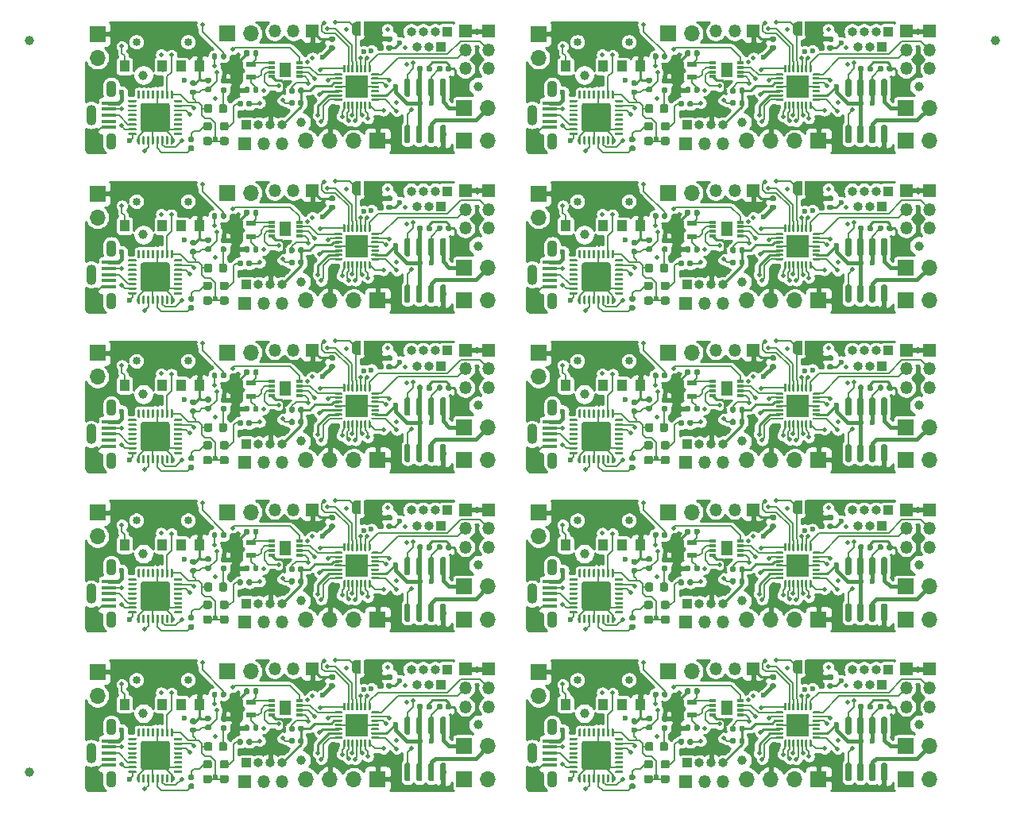
<source format=gbr>
G04 #@! TF.GenerationSoftware,KiCad,Pcbnew,(5.1.9)-1*
G04 #@! TF.CreationDate,2021-05-15T12:51:57+10:00*
G04 #@! TF.ProjectId,microBoSL-panel,6d696372-6f42-46f5-934c-2d70616e656c,rev?*
G04 #@! TF.SameCoordinates,Original*
G04 #@! TF.FileFunction,Copper,L1,Top*
G04 #@! TF.FilePolarity,Positive*
%FSLAX46Y46*%
G04 Gerber Fmt 4.6, Leading zero omitted, Abs format (unit mm)*
G04 Created by KiCad (PCBNEW (5.1.9)-1) date 2021-05-15 12:51:57*
%MOMM*%
%LPD*%
G01*
G04 APERTURE LIST*
G04 #@! TA.AperFunction,SMDPad,CuDef*
%ADD10C,1.000000*%
G04 #@! TD*
G04 #@! TA.AperFunction,ComponentPad*
%ADD11O,1.700000X1.700000*%
G04 #@! TD*
G04 #@! TA.AperFunction,ComponentPad*
%ADD12R,1.700000X1.700000*%
G04 #@! TD*
G04 #@! TA.AperFunction,SMDPad,CuDef*
%ADD13R,1.500000X0.450000*%
G04 #@! TD*
G04 #@! TA.AperFunction,ComponentPad*
%ADD14O,1.100000X1.800000*%
G04 #@! TD*
G04 #@! TA.AperFunction,ComponentPad*
%ADD15O,1.100000X2.200000*%
G04 #@! TD*
G04 #@! TA.AperFunction,SMDPad,CuDef*
%ADD16R,0.750000X0.300000*%
G04 #@! TD*
G04 #@! TA.AperFunction,SMDPad,CuDef*
%ADD17R,1.300000X1.500000*%
G04 #@! TD*
G04 #@! TA.AperFunction,SMDPad,CuDef*
%ADD18C,0.150000*%
G04 #@! TD*
G04 #@! TA.AperFunction,WasherPad*
%ADD19C,0.850000*%
G04 #@! TD*
G04 #@! TA.AperFunction,SMDPad,CuDef*
%ADD20R,1.000000X1.200000*%
G04 #@! TD*
G04 #@! TA.AperFunction,SMDPad,CuDef*
%ADD21R,2.400000X2.400000*%
G04 #@! TD*
G04 #@! TA.AperFunction,SMDPad,CuDef*
%ADD22R,1.100000X0.600000*%
G04 #@! TD*
G04 #@! TA.AperFunction,ComponentPad*
%ADD23R,1.000000X1.000000*%
G04 #@! TD*
G04 #@! TA.AperFunction,ComponentPad*
%ADD24O,1.000000X1.000000*%
G04 #@! TD*
G04 #@! TA.AperFunction,ComponentPad*
%ADD25R,1.350000X1.350000*%
G04 #@! TD*
G04 #@! TA.AperFunction,ComponentPad*
%ADD26O,1.350000X1.350000*%
G04 #@! TD*
G04 #@! TA.AperFunction,ViaPad*
%ADD27C,0.500000*%
G04 #@! TD*
G04 #@! TA.AperFunction,ViaPad*
%ADD28C,0.600000*%
G04 #@! TD*
G04 #@! TA.AperFunction,Conductor*
%ADD29C,0.160000*%
G04 #@! TD*
G04 #@! TA.AperFunction,Conductor*
%ADD30C,0.250000*%
G04 #@! TD*
G04 #@! TA.AperFunction,Conductor*
%ADD31C,0.400000*%
G04 #@! TD*
G04 #@! TA.AperFunction,Conductor*
%ADD32C,0.254000*%
G04 #@! TD*
G04 #@! TA.AperFunction,Conductor*
%ADD33C,0.150000*%
G04 #@! TD*
G04 APERTURE END LIST*
D10*
X22020997Y-123001033D03*
X124989005Y-44998997D03*
X22020997Y-44998997D03*
G04 #@! TA.AperFunction,SMDPad,CuDef*
G36*
G01*
X89559756Y-121705033D02*
X90072256Y-121705033D01*
G75*
G02*
X90291006Y-121923783I0J-218750D01*
G01*
X90291006Y-122361283D01*
G75*
G02*
X90072256Y-122580033I-218750J0D01*
G01*
X89559756Y-122580033D01*
G75*
G02*
X89341006Y-122361283I0J218750D01*
G01*
X89341006Y-121923783D01*
G75*
G02*
X89559756Y-121705033I218750J0D01*
G01*
G37*
G04 #@! TD.AperFunction*
G04 #@! TA.AperFunction,SMDPad,CuDef*
G36*
G01*
X89559756Y-123280033D02*
X90072256Y-123280033D01*
G75*
G02*
X90291006Y-123498783I0J-218750D01*
G01*
X90291006Y-123936283D01*
G75*
G02*
X90072256Y-124155033I-218750J0D01*
G01*
X89559756Y-124155033D01*
G75*
G02*
X89341006Y-123936283I0J218750D01*
G01*
X89341006Y-123498783D01*
G75*
G02*
X89559756Y-123280033I218750J0D01*
G01*
G37*
G04 #@! TD.AperFunction*
G04 #@! TA.AperFunction,SMDPad,CuDef*
G36*
G01*
X87781756Y-121705033D02*
X88294256Y-121705033D01*
G75*
G02*
X88513006Y-121923783I0J-218750D01*
G01*
X88513006Y-122361283D01*
G75*
G02*
X88294256Y-122580033I-218750J0D01*
G01*
X87781756Y-122580033D01*
G75*
G02*
X87563006Y-122361283I0J218750D01*
G01*
X87563006Y-121923783D01*
G75*
G02*
X87781756Y-121705033I218750J0D01*
G01*
G37*
G04 #@! TD.AperFunction*
G04 #@! TA.AperFunction,SMDPad,CuDef*
G36*
G01*
X87781756Y-123280033D02*
X88294256Y-123280033D01*
G75*
G02*
X88513006Y-123498783I0J-218750D01*
G01*
X88513006Y-123936283D01*
G75*
G02*
X88294256Y-124155033I-218750J0D01*
G01*
X87781756Y-124155033D01*
G75*
G02*
X87563006Y-123936283I0J218750D01*
G01*
X87563006Y-123498783D01*
G75*
G02*
X87781756Y-123280033I218750J0D01*
G01*
G37*
G04 #@! TD.AperFunction*
G04 #@! TA.AperFunction,SMDPad,CuDef*
G36*
G01*
X90125006Y-119993783D02*
X90125006Y-120506283D01*
G75*
G02*
X89906256Y-120725033I-218750J0D01*
G01*
X89468756Y-120725033D01*
G75*
G02*
X89250006Y-120506283I0J218750D01*
G01*
X89250006Y-119993783D01*
G75*
G02*
X89468756Y-119775033I218750J0D01*
G01*
X89906256Y-119775033D01*
G75*
G02*
X90125006Y-119993783I0J-218750D01*
G01*
G37*
G04 #@! TD.AperFunction*
G04 #@! TA.AperFunction,SMDPad,CuDef*
G36*
G01*
X88550006Y-119993783D02*
X88550006Y-120506283D01*
G75*
G02*
X88331256Y-120725033I-218750J0D01*
G01*
X87893756Y-120725033D01*
G75*
G02*
X87675006Y-120506283I0J218750D01*
G01*
X87675006Y-119993783D01*
G75*
G02*
X87893756Y-119775033I218750J0D01*
G01*
X88331256Y-119775033D01*
G75*
G02*
X88550006Y-119993783I0J-218750D01*
G01*
G37*
G04 #@! TD.AperFunction*
D11*
X98550006Y-123700033D03*
X101090006Y-123700033D03*
X103630006Y-123700033D03*
D12*
X106170006Y-123700033D03*
X76300006Y-112300033D03*
D11*
X76300006Y-114840033D03*
D12*
X90100006Y-112250033D03*
D11*
X92640006Y-112250033D03*
D13*
X77525006Y-120950033D03*
X77525006Y-121600033D03*
X77525006Y-120300033D03*
X77525006Y-122250033D03*
X77525006Y-119650033D03*
D14*
X77775006Y-118150033D03*
X77775006Y-123750033D03*
D15*
X75625006Y-120950033D03*
G04 #@! TA.AperFunction,SMDPad,CuDef*
G36*
G01*
X81163606Y-119650033D02*
X83761406Y-119650033D01*
G75*
G02*
X84012506Y-119901133I0J-251100D01*
G01*
X84012506Y-122498933D01*
G75*
G02*
X83761406Y-122750033I-251100J0D01*
G01*
X81163606Y-122750033D01*
G75*
G02*
X80912506Y-122498933I0J251100D01*
G01*
X80912506Y-119901133D01*
G75*
G02*
X81163606Y-119650033I251100J0D01*
G01*
G37*
G04 #@! TD.AperFunction*
G04 #@! TA.AperFunction,SMDPad,CuDef*
G36*
G01*
X84150006Y-118325033D02*
X84275006Y-118325033D01*
G75*
G02*
X84337506Y-118387533I0J-62500D01*
G01*
X84337506Y-119137533D01*
G75*
G02*
X84275006Y-119200033I-62500J0D01*
G01*
X84150006Y-119200033D01*
G75*
G02*
X84087506Y-119137533I0J62500D01*
G01*
X84087506Y-118387533D01*
G75*
G02*
X84150006Y-118325033I62500J0D01*
G01*
G37*
G04 #@! TD.AperFunction*
G04 #@! TA.AperFunction,SMDPad,CuDef*
G36*
G01*
X83650006Y-118325033D02*
X83775006Y-118325033D01*
G75*
G02*
X83837506Y-118387533I0J-62500D01*
G01*
X83837506Y-119137533D01*
G75*
G02*
X83775006Y-119200033I-62500J0D01*
G01*
X83650006Y-119200033D01*
G75*
G02*
X83587506Y-119137533I0J62500D01*
G01*
X83587506Y-118387533D01*
G75*
G02*
X83650006Y-118325033I62500J0D01*
G01*
G37*
G04 #@! TD.AperFunction*
G04 #@! TA.AperFunction,SMDPad,CuDef*
G36*
G01*
X83150006Y-118325033D02*
X83275006Y-118325033D01*
G75*
G02*
X83337506Y-118387533I0J-62500D01*
G01*
X83337506Y-119137533D01*
G75*
G02*
X83275006Y-119200033I-62500J0D01*
G01*
X83150006Y-119200033D01*
G75*
G02*
X83087506Y-119137533I0J62500D01*
G01*
X83087506Y-118387533D01*
G75*
G02*
X83150006Y-118325033I62500J0D01*
G01*
G37*
G04 #@! TD.AperFunction*
G04 #@! TA.AperFunction,SMDPad,CuDef*
G36*
G01*
X82650006Y-118325033D02*
X82775006Y-118325033D01*
G75*
G02*
X82837506Y-118387533I0J-62500D01*
G01*
X82837506Y-119137533D01*
G75*
G02*
X82775006Y-119200033I-62500J0D01*
G01*
X82650006Y-119200033D01*
G75*
G02*
X82587506Y-119137533I0J62500D01*
G01*
X82587506Y-118387533D01*
G75*
G02*
X82650006Y-118325033I62500J0D01*
G01*
G37*
G04 #@! TD.AperFunction*
G04 #@! TA.AperFunction,SMDPad,CuDef*
G36*
G01*
X82150006Y-118325033D02*
X82275006Y-118325033D01*
G75*
G02*
X82337506Y-118387533I0J-62500D01*
G01*
X82337506Y-119137533D01*
G75*
G02*
X82275006Y-119200033I-62500J0D01*
G01*
X82150006Y-119200033D01*
G75*
G02*
X82087506Y-119137533I0J62500D01*
G01*
X82087506Y-118387533D01*
G75*
G02*
X82150006Y-118325033I62500J0D01*
G01*
G37*
G04 #@! TD.AperFunction*
G04 #@! TA.AperFunction,SMDPad,CuDef*
G36*
G01*
X81650006Y-118325033D02*
X81775006Y-118325033D01*
G75*
G02*
X81837506Y-118387533I0J-62500D01*
G01*
X81837506Y-119137533D01*
G75*
G02*
X81775006Y-119200033I-62500J0D01*
G01*
X81650006Y-119200033D01*
G75*
G02*
X81587506Y-119137533I0J62500D01*
G01*
X81587506Y-118387533D01*
G75*
G02*
X81650006Y-118325033I62500J0D01*
G01*
G37*
G04 #@! TD.AperFunction*
G04 #@! TA.AperFunction,SMDPad,CuDef*
G36*
G01*
X81150006Y-118325033D02*
X81275006Y-118325033D01*
G75*
G02*
X81337506Y-118387533I0J-62500D01*
G01*
X81337506Y-119137533D01*
G75*
G02*
X81275006Y-119200033I-62500J0D01*
G01*
X81150006Y-119200033D01*
G75*
G02*
X81087506Y-119137533I0J62500D01*
G01*
X81087506Y-118387533D01*
G75*
G02*
X81150006Y-118325033I62500J0D01*
G01*
G37*
G04 #@! TD.AperFunction*
G04 #@! TA.AperFunction,SMDPad,CuDef*
G36*
G01*
X80650006Y-118325033D02*
X80775006Y-118325033D01*
G75*
G02*
X80837506Y-118387533I0J-62500D01*
G01*
X80837506Y-119137533D01*
G75*
G02*
X80775006Y-119200033I-62500J0D01*
G01*
X80650006Y-119200033D01*
G75*
G02*
X80587506Y-119137533I0J62500D01*
G01*
X80587506Y-118387533D01*
G75*
G02*
X80650006Y-118325033I62500J0D01*
G01*
G37*
G04 #@! TD.AperFunction*
G04 #@! TA.AperFunction,SMDPad,CuDef*
G36*
G01*
X79650006Y-119325033D02*
X80400006Y-119325033D01*
G75*
G02*
X80462506Y-119387533I0J-62500D01*
G01*
X80462506Y-119512533D01*
G75*
G02*
X80400006Y-119575033I-62500J0D01*
G01*
X79650006Y-119575033D01*
G75*
G02*
X79587506Y-119512533I0J62500D01*
G01*
X79587506Y-119387533D01*
G75*
G02*
X79650006Y-119325033I62500J0D01*
G01*
G37*
G04 #@! TD.AperFunction*
G04 #@! TA.AperFunction,SMDPad,CuDef*
G36*
G01*
X79650006Y-119825033D02*
X80400006Y-119825033D01*
G75*
G02*
X80462506Y-119887533I0J-62500D01*
G01*
X80462506Y-120012533D01*
G75*
G02*
X80400006Y-120075033I-62500J0D01*
G01*
X79650006Y-120075033D01*
G75*
G02*
X79587506Y-120012533I0J62500D01*
G01*
X79587506Y-119887533D01*
G75*
G02*
X79650006Y-119825033I62500J0D01*
G01*
G37*
G04 #@! TD.AperFunction*
G04 #@! TA.AperFunction,SMDPad,CuDef*
G36*
G01*
X79650006Y-120325033D02*
X80400006Y-120325033D01*
G75*
G02*
X80462506Y-120387533I0J-62500D01*
G01*
X80462506Y-120512533D01*
G75*
G02*
X80400006Y-120575033I-62500J0D01*
G01*
X79650006Y-120575033D01*
G75*
G02*
X79587506Y-120512533I0J62500D01*
G01*
X79587506Y-120387533D01*
G75*
G02*
X79650006Y-120325033I62500J0D01*
G01*
G37*
G04 #@! TD.AperFunction*
G04 #@! TA.AperFunction,SMDPad,CuDef*
G36*
G01*
X79650006Y-120825033D02*
X80400006Y-120825033D01*
G75*
G02*
X80462506Y-120887533I0J-62500D01*
G01*
X80462506Y-121012533D01*
G75*
G02*
X80400006Y-121075033I-62500J0D01*
G01*
X79650006Y-121075033D01*
G75*
G02*
X79587506Y-121012533I0J62500D01*
G01*
X79587506Y-120887533D01*
G75*
G02*
X79650006Y-120825033I62500J0D01*
G01*
G37*
G04 #@! TD.AperFunction*
G04 #@! TA.AperFunction,SMDPad,CuDef*
G36*
G01*
X79650006Y-121325033D02*
X80400006Y-121325033D01*
G75*
G02*
X80462506Y-121387533I0J-62500D01*
G01*
X80462506Y-121512533D01*
G75*
G02*
X80400006Y-121575033I-62500J0D01*
G01*
X79650006Y-121575033D01*
G75*
G02*
X79587506Y-121512533I0J62500D01*
G01*
X79587506Y-121387533D01*
G75*
G02*
X79650006Y-121325033I62500J0D01*
G01*
G37*
G04 #@! TD.AperFunction*
G04 #@! TA.AperFunction,SMDPad,CuDef*
G36*
G01*
X79650006Y-121825033D02*
X80400006Y-121825033D01*
G75*
G02*
X80462506Y-121887533I0J-62500D01*
G01*
X80462506Y-122012533D01*
G75*
G02*
X80400006Y-122075033I-62500J0D01*
G01*
X79650006Y-122075033D01*
G75*
G02*
X79587506Y-122012533I0J62500D01*
G01*
X79587506Y-121887533D01*
G75*
G02*
X79650006Y-121825033I62500J0D01*
G01*
G37*
G04 #@! TD.AperFunction*
G04 #@! TA.AperFunction,SMDPad,CuDef*
G36*
G01*
X79650006Y-122325033D02*
X80400006Y-122325033D01*
G75*
G02*
X80462506Y-122387533I0J-62500D01*
G01*
X80462506Y-122512533D01*
G75*
G02*
X80400006Y-122575033I-62500J0D01*
G01*
X79650006Y-122575033D01*
G75*
G02*
X79587506Y-122512533I0J62500D01*
G01*
X79587506Y-122387533D01*
G75*
G02*
X79650006Y-122325033I62500J0D01*
G01*
G37*
G04 #@! TD.AperFunction*
G04 #@! TA.AperFunction,SMDPad,CuDef*
G36*
G01*
X79650006Y-122825033D02*
X80400006Y-122825033D01*
G75*
G02*
X80462506Y-122887533I0J-62500D01*
G01*
X80462506Y-123012533D01*
G75*
G02*
X80400006Y-123075033I-62500J0D01*
G01*
X79650006Y-123075033D01*
G75*
G02*
X79587506Y-123012533I0J62500D01*
G01*
X79587506Y-122887533D01*
G75*
G02*
X79650006Y-122825033I62500J0D01*
G01*
G37*
G04 #@! TD.AperFunction*
G04 #@! TA.AperFunction,SMDPad,CuDef*
G36*
G01*
X80650006Y-123200033D02*
X80775006Y-123200033D01*
G75*
G02*
X80837506Y-123262533I0J-62500D01*
G01*
X80837506Y-124012533D01*
G75*
G02*
X80775006Y-124075033I-62500J0D01*
G01*
X80650006Y-124075033D01*
G75*
G02*
X80587506Y-124012533I0J62500D01*
G01*
X80587506Y-123262533D01*
G75*
G02*
X80650006Y-123200033I62500J0D01*
G01*
G37*
G04 #@! TD.AperFunction*
G04 #@! TA.AperFunction,SMDPad,CuDef*
G36*
G01*
X81150006Y-123200033D02*
X81275006Y-123200033D01*
G75*
G02*
X81337506Y-123262533I0J-62500D01*
G01*
X81337506Y-124012533D01*
G75*
G02*
X81275006Y-124075033I-62500J0D01*
G01*
X81150006Y-124075033D01*
G75*
G02*
X81087506Y-124012533I0J62500D01*
G01*
X81087506Y-123262533D01*
G75*
G02*
X81150006Y-123200033I62500J0D01*
G01*
G37*
G04 #@! TD.AperFunction*
G04 #@! TA.AperFunction,SMDPad,CuDef*
G36*
G01*
X81650006Y-123200033D02*
X81775006Y-123200033D01*
G75*
G02*
X81837506Y-123262533I0J-62500D01*
G01*
X81837506Y-124012533D01*
G75*
G02*
X81775006Y-124075033I-62500J0D01*
G01*
X81650006Y-124075033D01*
G75*
G02*
X81587506Y-124012533I0J62500D01*
G01*
X81587506Y-123262533D01*
G75*
G02*
X81650006Y-123200033I62500J0D01*
G01*
G37*
G04 #@! TD.AperFunction*
G04 #@! TA.AperFunction,SMDPad,CuDef*
G36*
G01*
X82150006Y-123200033D02*
X82275006Y-123200033D01*
G75*
G02*
X82337506Y-123262533I0J-62500D01*
G01*
X82337506Y-124012533D01*
G75*
G02*
X82275006Y-124075033I-62500J0D01*
G01*
X82150006Y-124075033D01*
G75*
G02*
X82087506Y-124012533I0J62500D01*
G01*
X82087506Y-123262533D01*
G75*
G02*
X82150006Y-123200033I62500J0D01*
G01*
G37*
G04 #@! TD.AperFunction*
G04 #@! TA.AperFunction,SMDPad,CuDef*
G36*
G01*
X82650006Y-123200033D02*
X82775006Y-123200033D01*
G75*
G02*
X82837506Y-123262533I0J-62500D01*
G01*
X82837506Y-124012533D01*
G75*
G02*
X82775006Y-124075033I-62500J0D01*
G01*
X82650006Y-124075033D01*
G75*
G02*
X82587506Y-124012533I0J62500D01*
G01*
X82587506Y-123262533D01*
G75*
G02*
X82650006Y-123200033I62500J0D01*
G01*
G37*
G04 #@! TD.AperFunction*
G04 #@! TA.AperFunction,SMDPad,CuDef*
G36*
G01*
X83150006Y-123200033D02*
X83275006Y-123200033D01*
G75*
G02*
X83337506Y-123262533I0J-62500D01*
G01*
X83337506Y-124012533D01*
G75*
G02*
X83275006Y-124075033I-62500J0D01*
G01*
X83150006Y-124075033D01*
G75*
G02*
X83087506Y-124012533I0J62500D01*
G01*
X83087506Y-123262533D01*
G75*
G02*
X83150006Y-123200033I62500J0D01*
G01*
G37*
G04 #@! TD.AperFunction*
G04 #@! TA.AperFunction,SMDPad,CuDef*
G36*
G01*
X83650006Y-123200033D02*
X83775006Y-123200033D01*
G75*
G02*
X83837506Y-123262533I0J-62500D01*
G01*
X83837506Y-124012533D01*
G75*
G02*
X83775006Y-124075033I-62500J0D01*
G01*
X83650006Y-124075033D01*
G75*
G02*
X83587506Y-124012533I0J62500D01*
G01*
X83587506Y-123262533D01*
G75*
G02*
X83650006Y-123200033I62500J0D01*
G01*
G37*
G04 #@! TD.AperFunction*
G04 #@! TA.AperFunction,SMDPad,CuDef*
G36*
G01*
X84150006Y-123200033D02*
X84275006Y-123200033D01*
G75*
G02*
X84337506Y-123262533I0J-62500D01*
G01*
X84337506Y-124012533D01*
G75*
G02*
X84275006Y-124075033I-62500J0D01*
G01*
X84150006Y-124075033D01*
G75*
G02*
X84087506Y-124012533I0J62500D01*
G01*
X84087506Y-123262533D01*
G75*
G02*
X84150006Y-123200033I62500J0D01*
G01*
G37*
G04 #@! TD.AperFunction*
G04 #@! TA.AperFunction,SMDPad,CuDef*
G36*
G01*
X84525006Y-122825033D02*
X85275006Y-122825033D01*
G75*
G02*
X85337506Y-122887533I0J-62500D01*
G01*
X85337506Y-123012533D01*
G75*
G02*
X85275006Y-123075033I-62500J0D01*
G01*
X84525006Y-123075033D01*
G75*
G02*
X84462506Y-123012533I0J62500D01*
G01*
X84462506Y-122887533D01*
G75*
G02*
X84525006Y-122825033I62500J0D01*
G01*
G37*
G04 #@! TD.AperFunction*
G04 #@! TA.AperFunction,SMDPad,CuDef*
G36*
G01*
X84525006Y-122325033D02*
X85275006Y-122325033D01*
G75*
G02*
X85337506Y-122387533I0J-62500D01*
G01*
X85337506Y-122512533D01*
G75*
G02*
X85275006Y-122575033I-62500J0D01*
G01*
X84525006Y-122575033D01*
G75*
G02*
X84462506Y-122512533I0J62500D01*
G01*
X84462506Y-122387533D01*
G75*
G02*
X84525006Y-122325033I62500J0D01*
G01*
G37*
G04 #@! TD.AperFunction*
G04 #@! TA.AperFunction,SMDPad,CuDef*
G36*
G01*
X84525006Y-121825033D02*
X85275006Y-121825033D01*
G75*
G02*
X85337506Y-121887533I0J-62500D01*
G01*
X85337506Y-122012533D01*
G75*
G02*
X85275006Y-122075033I-62500J0D01*
G01*
X84525006Y-122075033D01*
G75*
G02*
X84462506Y-122012533I0J62500D01*
G01*
X84462506Y-121887533D01*
G75*
G02*
X84525006Y-121825033I62500J0D01*
G01*
G37*
G04 #@! TD.AperFunction*
G04 #@! TA.AperFunction,SMDPad,CuDef*
G36*
G01*
X84525006Y-121325033D02*
X85275006Y-121325033D01*
G75*
G02*
X85337506Y-121387533I0J-62500D01*
G01*
X85337506Y-121512533D01*
G75*
G02*
X85275006Y-121575033I-62500J0D01*
G01*
X84525006Y-121575033D01*
G75*
G02*
X84462506Y-121512533I0J62500D01*
G01*
X84462506Y-121387533D01*
G75*
G02*
X84525006Y-121325033I62500J0D01*
G01*
G37*
G04 #@! TD.AperFunction*
G04 #@! TA.AperFunction,SMDPad,CuDef*
G36*
G01*
X84525006Y-120825033D02*
X85275006Y-120825033D01*
G75*
G02*
X85337506Y-120887533I0J-62500D01*
G01*
X85337506Y-121012533D01*
G75*
G02*
X85275006Y-121075033I-62500J0D01*
G01*
X84525006Y-121075033D01*
G75*
G02*
X84462506Y-121012533I0J62500D01*
G01*
X84462506Y-120887533D01*
G75*
G02*
X84525006Y-120825033I62500J0D01*
G01*
G37*
G04 #@! TD.AperFunction*
G04 #@! TA.AperFunction,SMDPad,CuDef*
G36*
G01*
X84525006Y-120325033D02*
X85275006Y-120325033D01*
G75*
G02*
X85337506Y-120387533I0J-62500D01*
G01*
X85337506Y-120512533D01*
G75*
G02*
X85275006Y-120575033I-62500J0D01*
G01*
X84525006Y-120575033D01*
G75*
G02*
X84462506Y-120512533I0J62500D01*
G01*
X84462506Y-120387533D01*
G75*
G02*
X84525006Y-120325033I62500J0D01*
G01*
G37*
G04 #@! TD.AperFunction*
G04 #@! TA.AperFunction,SMDPad,CuDef*
G36*
G01*
X84525006Y-119825033D02*
X85275006Y-119825033D01*
G75*
G02*
X85337506Y-119887533I0J-62500D01*
G01*
X85337506Y-120012533D01*
G75*
G02*
X85275006Y-120075033I-62500J0D01*
G01*
X84525006Y-120075033D01*
G75*
G02*
X84462506Y-120012533I0J62500D01*
G01*
X84462506Y-119887533D01*
G75*
G02*
X84525006Y-119825033I62500J0D01*
G01*
G37*
G04 #@! TD.AperFunction*
G04 #@! TA.AperFunction,SMDPad,CuDef*
G36*
G01*
X84525006Y-119325033D02*
X85275006Y-119325033D01*
G75*
G02*
X85337506Y-119387533I0J-62500D01*
G01*
X85337506Y-119512533D01*
G75*
G02*
X85275006Y-119575033I-62500J0D01*
G01*
X84525006Y-119575033D01*
G75*
G02*
X84462506Y-119512533I0J62500D01*
G01*
X84462506Y-119387533D01*
G75*
G02*
X84525006Y-119325033I62500J0D01*
G01*
G37*
G04 #@! TD.AperFunction*
G04 #@! TA.AperFunction,SMDPad,CuDef*
G36*
G01*
X91920006Y-114522533D02*
X91920006Y-114177533D01*
G75*
G02*
X92067506Y-114030033I147500J0D01*
G01*
X92362506Y-114030033D01*
G75*
G02*
X92510006Y-114177533I0J-147500D01*
G01*
X92510006Y-114522533D01*
G75*
G02*
X92362506Y-114670033I-147500J0D01*
G01*
X92067506Y-114670033D01*
G75*
G02*
X91920006Y-114522533I0J147500D01*
G01*
G37*
G04 #@! TD.AperFunction*
G04 #@! TA.AperFunction,SMDPad,CuDef*
G36*
G01*
X92890006Y-114522533D02*
X92890006Y-114177533D01*
G75*
G02*
X93037506Y-114030033I147500J0D01*
G01*
X93332506Y-114030033D01*
G75*
G02*
X93480006Y-114177533I0J-147500D01*
G01*
X93480006Y-114522533D01*
G75*
G02*
X93332506Y-114670033I-147500J0D01*
G01*
X93037506Y-114670033D01*
G75*
G02*
X92890006Y-114522533I0J147500D01*
G01*
G37*
G04 #@! TD.AperFunction*
G04 #@! TA.AperFunction,SMDPad,CuDef*
G36*
G01*
X91920006Y-118422533D02*
X91920006Y-118077533D01*
G75*
G02*
X92067506Y-117930033I147500J0D01*
G01*
X92362506Y-117930033D01*
G75*
G02*
X92510006Y-118077533I0J-147500D01*
G01*
X92510006Y-118422533D01*
G75*
G02*
X92362506Y-118570033I-147500J0D01*
G01*
X92067506Y-118570033D01*
G75*
G02*
X91920006Y-118422533I0J147500D01*
G01*
G37*
G04 #@! TD.AperFunction*
G04 #@! TA.AperFunction,SMDPad,CuDef*
G36*
G01*
X92890006Y-118422533D02*
X92890006Y-118077533D01*
G75*
G02*
X93037506Y-117930033I147500J0D01*
G01*
X93332506Y-117930033D01*
G75*
G02*
X93480006Y-118077533I0J-147500D01*
G01*
X93480006Y-118422533D01*
G75*
G02*
X93332506Y-118570033I-147500J0D01*
G01*
X93037506Y-118570033D01*
G75*
G02*
X92890006Y-118422533I0J147500D01*
G01*
G37*
G04 #@! TD.AperFunction*
G04 #@! TA.AperFunction,SMDPad,CuDef*
G36*
G01*
X96735006Y-119822533D02*
X96735006Y-119477533D01*
G75*
G02*
X96882506Y-119330033I147500J0D01*
G01*
X97177506Y-119330033D01*
G75*
G02*
X97325006Y-119477533I0J-147500D01*
G01*
X97325006Y-119822533D01*
G75*
G02*
X97177506Y-119970033I-147500J0D01*
G01*
X96882506Y-119970033D01*
G75*
G02*
X96735006Y-119822533I0J147500D01*
G01*
G37*
G04 #@! TD.AperFunction*
G04 #@! TA.AperFunction,SMDPad,CuDef*
G36*
G01*
X97705006Y-119822533D02*
X97705006Y-119477533D01*
G75*
G02*
X97852506Y-119330033I147500J0D01*
G01*
X98147506Y-119330033D01*
G75*
G02*
X98295006Y-119477533I0J-147500D01*
G01*
X98295006Y-119822533D01*
G75*
G02*
X98147506Y-119970033I-147500J0D01*
G01*
X97852506Y-119970033D01*
G75*
G02*
X97705006Y-119822533I0J147500D01*
G01*
G37*
G04 #@! TD.AperFunction*
G04 #@! TA.AperFunction,SMDPad,CuDef*
G36*
G01*
X98295006Y-118177533D02*
X98295006Y-118522533D01*
G75*
G02*
X98147506Y-118670033I-147500J0D01*
G01*
X97852506Y-118670033D01*
G75*
G02*
X97705006Y-118522533I0J147500D01*
G01*
X97705006Y-118177533D01*
G75*
G02*
X97852506Y-118030033I147500J0D01*
G01*
X98147506Y-118030033D01*
G75*
G02*
X98295006Y-118177533I0J-147500D01*
G01*
G37*
G04 #@! TD.AperFunction*
G04 #@! TA.AperFunction,SMDPad,CuDef*
G36*
G01*
X97325006Y-118177533D02*
X97325006Y-118522533D01*
G75*
G02*
X97177506Y-118670033I-147500J0D01*
G01*
X96882506Y-118670033D01*
G75*
G02*
X96735006Y-118522533I0J147500D01*
G01*
X96735006Y-118177533D01*
G75*
G02*
X96882506Y-118030033I147500J0D01*
G01*
X97177506Y-118030033D01*
G75*
G02*
X97325006Y-118177533I0J-147500D01*
G01*
G37*
G04 #@! TD.AperFunction*
G04 #@! TA.AperFunction,SMDPad,CuDef*
G36*
G01*
X88272506Y-118530033D02*
X87927506Y-118530033D01*
G75*
G02*
X87780006Y-118382533I0J147500D01*
G01*
X87780006Y-118087533D01*
G75*
G02*
X87927506Y-117940033I147500J0D01*
G01*
X88272506Y-117940033D01*
G75*
G02*
X88420006Y-118087533I0J-147500D01*
G01*
X88420006Y-118382533D01*
G75*
G02*
X88272506Y-118530033I-147500J0D01*
G01*
G37*
G04 #@! TD.AperFunction*
G04 #@! TA.AperFunction,SMDPad,CuDef*
G36*
G01*
X88272506Y-117560033D02*
X87927506Y-117560033D01*
G75*
G02*
X87780006Y-117412533I0J147500D01*
G01*
X87780006Y-117117533D01*
G75*
G02*
X87927506Y-116970033I147500J0D01*
G01*
X88272506Y-116970033D01*
G75*
G02*
X88420006Y-117117533I0J-147500D01*
G01*
X88420006Y-117412533D01*
G75*
G02*
X88272506Y-117560033I-147500J0D01*
G01*
G37*
G04 #@! TD.AperFunction*
G04 #@! TA.AperFunction,SMDPad,CuDef*
G36*
G01*
X91220006Y-119922533D02*
X91220006Y-119577533D01*
G75*
G02*
X91367506Y-119430033I147500J0D01*
G01*
X91662506Y-119430033D01*
G75*
G02*
X91810006Y-119577533I0J-147500D01*
G01*
X91810006Y-119922533D01*
G75*
G02*
X91662506Y-120070033I-147500J0D01*
G01*
X91367506Y-120070033D01*
G75*
G02*
X91220006Y-119922533I0J147500D01*
G01*
G37*
G04 #@! TD.AperFunction*
G04 #@! TA.AperFunction,SMDPad,CuDef*
G36*
G01*
X92190006Y-119922533D02*
X92190006Y-119577533D01*
G75*
G02*
X92337506Y-119430033I147500J0D01*
G01*
X92632506Y-119430033D01*
G75*
G02*
X92780006Y-119577533I0J-147500D01*
G01*
X92780006Y-119922533D01*
G75*
G02*
X92632506Y-120070033I-147500J0D01*
G01*
X92337506Y-120070033D01*
G75*
G02*
X92190006Y-119922533I0J147500D01*
G01*
G37*
G04 #@! TD.AperFunction*
G04 #@! TA.AperFunction,SMDPad,CuDef*
G36*
G01*
X86127506Y-123235033D02*
X86472506Y-123235033D01*
G75*
G02*
X86620006Y-123382533I0J-147500D01*
G01*
X86620006Y-123677533D01*
G75*
G02*
X86472506Y-123825033I-147500J0D01*
G01*
X86127506Y-123825033D01*
G75*
G02*
X85980006Y-123677533I0J147500D01*
G01*
X85980006Y-123382533D01*
G75*
G02*
X86127506Y-123235033I147500J0D01*
G01*
G37*
G04 #@! TD.AperFunction*
G04 #@! TA.AperFunction,SMDPad,CuDef*
G36*
G01*
X86127506Y-124205033D02*
X86472506Y-124205033D01*
G75*
G02*
X86620006Y-124352533I0J-147500D01*
G01*
X86620006Y-124647533D01*
G75*
G02*
X86472506Y-124795033I-147500J0D01*
G01*
X86127506Y-124795033D01*
G75*
G02*
X85980006Y-124647533I0J147500D01*
G01*
X85980006Y-124352533D01*
G75*
G02*
X86127506Y-124205033I147500J0D01*
G01*
G37*
G04 #@! TD.AperFunction*
G04 #@! TA.AperFunction,SMDPad,CuDef*
G36*
G01*
X89922506Y-118561033D02*
X89577506Y-118561033D01*
G75*
G02*
X89430006Y-118413533I0J147500D01*
G01*
X89430006Y-118118533D01*
G75*
G02*
X89577506Y-117971033I147500J0D01*
G01*
X89922506Y-117971033D01*
G75*
G02*
X90070006Y-118118533I0J-147500D01*
G01*
X90070006Y-118413533D01*
G75*
G02*
X89922506Y-118561033I-147500J0D01*
G01*
G37*
G04 #@! TD.AperFunction*
G04 #@! TA.AperFunction,SMDPad,CuDef*
G36*
G01*
X89922506Y-117591033D02*
X89577506Y-117591033D01*
G75*
G02*
X89430006Y-117443533I0J147500D01*
G01*
X89430006Y-117148533D01*
G75*
G02*
X89577506Y-117001033I147500J0D01*
G01*
X89922506Y-117001033D01*
G75*
G02*
X90070006Y-117148533I0J-147500D01*
G01*
X90070006Y-117443533D01*
G75*
G02*
X89922506Y-117591033I-147500J0D01*
G01*
G37*
G04 #@! TD.AperFunction*
D16*
X94900006Y-115350033D03*
X94900006Y-115850033D03*
X94900006Y-116350033D03*
X94900006Y-116850033D03*
X97800006Y-116850033D03*
X97800006Y-116350033D03*
X97800006Y-115850033D03*
X97800006Y-115350033D03*
D17*
X96350006Y-116100033D03*
G04 #@! TA.AperFunction,SMDPad,CuDef*
G36*
G01*
X107230006Y-112540033D02*
X107570006Y-112540033D01*
G75*
G02*
X107710006Y-112680033I0J-140000D01*
G01*
X107710006Y-112960033D01*
G75*
G02*
X107570006Y-113100033I-140000J0D01*
G01*
X107230006Y-113100033D01*
G75*
G02*
X107090006Y-112960033I0J140000D01*
G01*
X107090006Y-112680033D01*
G75*
G02*
X107230006Y-112540033I140000J0D01*
G01*
G37*
G04 #@! TD.AperFunction*
G04 #@! TA.AperFunction,SMDPad,CuDef*
G36*
G01*
X107230006Y-113500033D02*
X107570006Y-113500033D01*
G75*
G02*
X107710006Y-113640033I0J-140000D01*
G01*
X107710006Y-113920033D01*
G75*
G02*
X107570006Y-114060033I-140000J0D01*
G01*
X107230006Y-114060033D01*
G75*
G02*
X107090006Y-113920033I0J140000D01*
G01*
X107090006Y-113640033D01*
G75*
G02*
X107230006Y-113500033I140000J0D01*
G01*
G37*
G04 #@! TD.AperFunction*
G04 #@! TA.AperFunction,SMDPad,CuDef*
G36*
G01*
X101470006Y-114060033D02*
X101130006Y-114060033D01*
G75*
G02*
X100990006Y-113920033I0J140000D01*
G01*
X100990006Y-113640033D01*
G75*
G02*
X101130006Y-113500033I140000J0D01*
G01*
X101470006Y-113500033D01*
G75*
G02*
X101610006Y-113640033I0J-140000D01*
G01*
X101610006Y-113920033D01*
G75*
G02*
X101470006Y-114060033I-140000J0D01*
G01*
G37*
G04 #@! TD.AperFunction*
G04 #@! TA.AperFunction,SMDPad,CuDef*
G36*
G01*
X101470006Y-113100033D02*
X101130006Y-113100033D01*
G75*
G02*
X100990006Y-112960033I0J140000D01*
G01*
X100990006Y-112680033D01*
G75*
G02*
X101130006Y-112540033I140000J0D01*
G01*
X101470006Y-112540033D01*
G75*
G02*
X101610006Y-112680033I0J-140000D01*
G01*
X101610006Y-112960033D01*
G75*
G02*
X101470006Y-113100033I-140000J0D01*
G01*
G37*
G04 #@! TD.AperFunction*
G04 #@! TA.AperFunction,SMDPad,CuDef*
G36*
G01*
X86670006Y-118780033D02*
X86330006Y-118780033D01*
G75*
G02*
X86190006Y-118640033I0J140000D01*
G01*
X86190006Y-118360033D01*
G75*
G02*
X86330006Y-118220033I140000J0D01*
G01*
X86670006Y-118220033D01*
G75*
G02*
X86810006Y-118360033I0J-140000D01*
G01*
X86810006Y-118640033D01*
G75*
G02*
X86670006Y-118780033I-140000J0D01*
G01*
G37*
G04 #@! TD.AperFunction*
G04 #@! TA.AperFunction,SMDPad,CuDef*
G36*
G01*
X86670006Y-117820033D02*
X86330006Y-117820033D01*
G75*
G02*
X86190006Y-117680033I0J140000D01*
G01*
X86190006Y-117400033D01*
G75*
G02*
X86330006Y-117260033I140000J0D01*
G01*
X86670006Y-117260033D01*
G75*
G02*
X86810006Y-117400033I0J-140000D01*
G01*
X86810006Y-117680033D01*
G75*
G02*
X86670006Y-117820033I-140000J0D01*
G01*
G37*
G04 #@! TD.AperFunction*
G04 #@! TA.AperFunction,SMDPad,CuDef*
G36*
G01*
X90030006Y-114530033D02*
X90030006Y-114870033D01*
G75*
G02*
X89890006Y-115010033I-140000J0D01*
G01*
X89610006Y-115010033D01*
G75*
G02*
X89470006Y-114870033I0J140000D01*
G01*
X89470006Y-114530033D01*
G75*
G02*
X89610006Y-114390033I140000J0D01*
G01*
X89890006Y-114390033D01*
G75*
G02*
X90030006Y-114530033I0J-140000D01*
G01*
G37*
G04 #@! TD.AperFunction*
G04 #@! TA.AperFunction,SMDPad,CuDef*
G36*
G01*
X89070006Y-114530033D02*
X89070006Y-114870033D01*
G75*
G02*
X88930006Y-115010033I-140000J0D01*
G01*
X88650006Y-115010033D01*
G75*
G02*
X88510006Y-114870033I0J140000D01*
G01*
X88510006Y-114530033D01*
G75*
G02*
X88650006Y-114390033I140000J0D01*
G01*
X88930006Y-114390033D01*
G75*
G02*
X89070006Y-114530033I0J-140000D01*
G01*
G37*
G04 #@! TD.AperFunction*
G04 #@! TA.AperFunction,SMDPad,CuDef*
D18*
G36*
X104700006Y-111000033D02*
G01*
X105200006Y-111000033D01*
X105200006Y-111000635D01*
X105224540Y-111000635D01*
X105273371Y-111005445D01*
X105321496Y-111015017D01*
X105368451Y-111029261D01*
X105413784Y-111048038D01*
X105457057Y-111071169D01*
X105497856Y-111098429D01*
X105535785Y-111129557D01*
X105570482Y-111164254D01*
X105601610Y-111202183D01*
X105628870Y-111242982D01*
X105652001Y-111286255D01*
X105670778Y-111331588D01*
X105685022Y-111378543D01*
X105694594Y-111426668D01*
X105699404Y-111475499D01*
X105699404Y-111500033D01*
X105700006Y-111500033D01*
X105700006Y-112000033D01*
X105699404Y-112000033D01*
X105699404Y-112024567D01*
X105694594Y-112073398D01*
X105685022Y-112121523D01*
X105670778Y-112168478D01*
X105652001Y-112213811D01*
X105628870Y-112257084D01*
X105601610Y-112297883D01*
X105570482Y-112335812D01*
X105535785Y-112370509D01*
X105497856Y-112401637D01*
X105457057Y-112428897D01*
X105413784Y-112452028D01*
X105368451Y-112470805D01*
X105321496Y-112485049D01*
X105273371Y-112494621D01*
X105224540Y-112499431D01*
X105200006Y-112499431D01*
X105200006Y-112500033D01*
X104700006Y-112500033D01*
X104700006Y-111000033D01*
G37*
G04 #@! TD.AperFunction*
G04 #@! TA.AperFunction,SMDPad,CuDef*
G36*
X103900006Y-112499431D02*
G01*
X103875472Y-112499431D01*
X103826641Y-112494621D01*
X103778516Y-112485049D01*
X103731561Y-112470805D01*
X103686228Y-112452028D01*
X103642955Y-112428897D01*
X103602156Y-112401637D01*
X103564227Y-112370509D01*
X103529530Y-112335812D01*
X103498402Y-112297883D01*
X103471142Y-112257084D01*
X103448011Y-112213811D01*
X103429234Y-112168478D01*
X103414990Y-112121523D01*
X103405418Y-112073398D01*
X103400608Y-112024567D01*
X103400608Y-112000033D01*
X103400006Y-112000033D01*
X103400006Y-111500033D01*
X103400608Y-111500033D01*
X103400608Y-111475499D01*
X103405418Y-111426668D01*
X103414990Y-111378543D01*
X103429234Y-111331588D01*
X103448011Y-111286255D01*
X103471142Y-111242982D01*
X103498402Y-111202183D01*
X103529530Y-111164254D01*
X103564227Y-111129557D01*
X103602156Y-111098429D01*
X103642955Y-111071169D01*
X103686228Y-111048038D01*
X103731561Y-111029261D01*
X103778516Y-111015017D01*
X103826641Y-111005445D01*
X103875472Y-111000635D01*
X103900006Y-111000635D01*
X103900006Y-111000033D01*
X104400006Y-111000033D01*
X104400006Y-112500033D01*
X103900006Y-112500033D01*
X103900006Y-112499431D01*
G37*
G04 #@! TD.AperFunction*
D19*
X80450006Y-113150033D03*
X85950006Y-113150033D03*
D20*
X83200006Y-115750033D03*
X79200006Y-115750033D03*
X85200006Y-115750033D03*
X87200006Y-115750033D03*
G04 #@! TA.AperFunction,SMDPad,CuDef*
D18*
G36*
X102286311Y-116476234D02*
G01*
X102298036Y-116479791D01*
X102308841Y-116485566D01*
X102318312Y-116493339D01*
X102381700Y-116556727D01*
X102389473Y-116566198D01*
X102395248Y-116577003D01*
X102398805Y-116588728D01*
X102400006Y-116600921D01*
X102400006Y-116662533D01*
X102398805Y-116674726D01*
X102395248Y-116686451D01*
X102389473Y-116697256D01*
X102381700Y-116706727D01*
X102372229Y-116714500D01*
X102361424Y-116720275D01*
X102349699Y-116723832D01*
X102337506Y-116725033D01*
X101662506Y-116725033D01*
X101650313Y-116723832D01*
X101638588Y-116720275D01*
X101627783Y-116714500D01*
X101618312Y-116706727D01*
X101610539Y-116697256D01*
X101604764Y-116686451D01*
X101601207Y-116674726D01*
X101600006Y-116662533D01*
X101600006Y-116537533D01*
X101601207Y-116525340D01*
X101604764Y-116513615D01*
X101610539Y-116502810D01*
X101618312Y-116493339D01*
X101627783Y-116485566D01*
X101638588Y-116479791D01*
X101650313Y-116476234D01*
X101662506Y-116475033D01*
X102274118Y-116475033D01*
X102286311Y-116476234D01*
G37*
G04 #@! TD.AperFunction*
G04 #@! TA.AperFunction,SMDPad,CuDef*
G36*
G01*
X101600006Y-117112533D02*
X101600006Y-116987533D01*
G75*
G02*
X101662506Y-116925033I62500J0D01*
G01*
X102337506Y-116925033D01*
G75*
G02*
X102400006Y-116987533I0J-62500D01*
G01*
X102400006Y-117112533D01*
G75*
G02*
X102337506Y-117175033I-62500J0D01*
G01*
X101662506Y-117175033D01*
G75*
G02*
X101600006Y-117112533I0J62500D01*
G01*
G37*
G04 #@! TD.AperFunction*
G04 #@! TA.AperFunction,SMDPad,CuDef*
G36*
G01*
X101600006Y-117562533D02*
X101600006Y-117437533D01*
G75*
G02*
X101662506Y-117375033I62500J0D01*
G01*
X102337506Y-117375033D01*
G75*
G02*
X102400006Y-117437533I0J-62500D01*
G01*
X102400006Y-117562533D01*
G75*
G02*
X102337506Y-117625033I-62500J0D01*
G01*
X101662506Y-117625033D01*
G75*
G02*
X101600006Y-117562533I0J62500D01*
G01*
G37*
G04 #@! TD.AperFunction*
G04 #@! TA.AperFunction,SMDPad,CuDef*
G36*
G01*
X101600006Y-118012533D02*
X101600006Y-117887533D01*
G75*
G02*
X101662506Y-117825033I62500J0D01*
G01*
X102337506Y-117825033D01*
G75*
G02*
X102400006Y-117887533I0J-62500D01*
G01*
X102400006Y-118012533D01*
G75*
G02*
X102337506Y-118075033I-62500J0D01*
G01*
X101662506Y-118075033D01*
G75*
G02*
X101600006Y-118012533I0J62500D01*
G01*
G37*
G04 #@! TD.AperFunction*
G04 #@! TA.AperFunction,SMDPad,CuDef*
G36*
G01*
X101600006Y-118462533D02*
X101600006Y-118337533D01*
G75*
G02*
X101662506Y-118275033I62500J0D01*
G01*
X102337506Y-118275033D01*
G75*
G02*
X102400006Y-118337533I0J-62500D01*
G01*
X102400006Y-118462533D01*
G75*
G02*
X102337506Y-118525033I-62500J0D01*
G01*
X101662506Y-118525033D01*
G75*
G02*
X101600006Y-118462533I0J62500D01*
G01*
G37*
G04 #@! TD.AperFunction*
G04 #@! TA.AperFunction,SMDPad,CuDef*
G36*
G01*
X101600006Y-118912533D02*
X101600006Y-118787533D01*
G75*
G02*
X101662506Y-118725033I62500J0D01*
G01*
X102337506Y-118725033D01*
G75*
G02*
X102400006Y-118787533I0J-62500D01*
G01*
X102400006Y-118912533D01*
G75*
G02*
X102337506Y-118975033I-62500J0D01*
G01*
X101662506Y-118975033D01*
G75*
G02*
X101600006Y-118912533I0J62500D01*
G01*
G37*
G04 #@! TD.AperFunction*
G04 #@! TA.AperFunction,SMDPad,CuDef*
G36*
X102349699Y-119176234D02*
G01*
X102361424Y-119179791D01*
X102372229Y-119185566D01*
X102381700Y-119193339D01*
X102389473Y-119202810D01*
X102395248Y-119213615D01*
X102398805Y-119225340D01*
X102400006Y-119237533D01*
X102400006Y-119299145D01*
X102398805Y-119311338D01*
X102395248Y-119323063D01*
X102389473Y-119333868D01*
X102381700Y-119343339D01*
X102318312Y-119406727D01*
X102308841Y-119414500D01*
X102298036Y-119420275D01*
X102286311Y-119423832D01*
X102274118Y-119425033D01*
X101662506Y-119425033D01*
X101650313Y-119423832D01*
X101638588Y-119420275D01*
X101627783Y-119414500D01*
X101618312Y-119406727D01*
X101610539Y-119397256D01*
X101604764Y-119386451D01*
X101601207Y-119374726D01*
X101600006Y-119362533D01*
X101600006Y-119237533D01*
X101601207Y-119225340D01*
X101604764Y-119213615D01*
X101610539Y-119202810D01*
X101618312Y-119193339D01*
X101627783Y-119185566D01*
X101638588Y-119179791D01*
X101650313Y-119176234D01*
X101662506Y-119175033D01*
X102337506Y-119175033D01*
X102349699Y-119176234D01*
G37*
G04 #@! TD.AperFunction*
G04 #@! TA.AperFunction,SMDPad,CuDef*
G36*
X102674699Y-119501234D02*
G01*
X102686424Y-119504791D01*
X102697229Y-119510566D01*
X102706700Y-119518339D01*
X102714473Y-119527810D01*
X102720248Y-119538615D01*
X102723805Y-119550340D01*
X102725006Y-119562533D01*
X102725006Y-120237533D01*
X102723805Y-120249726D01*
X102720248Y-120261451D01*
X102714473Y-120272256D01*
X102706700Y-120281727D01*
X102697229Y-120289500D01*
X102686424Y-120295275D01*
X102674699Y-120298832D01*
X102662506Y-120300033D01*
X102537506Y-120300033D01*
X102525313Y-120298832D01*
X102513588Y-120295275D01*
X102502783Y-120289500D01*
X102493312Y-120281727D01*
X102485539Y-120272256D01*
X102479764Y-120261451D01*
X102476207Y-120249726D01*
X102475006Y-120237533D01*
X102475006Y-119625921D01*
X102476207Y-119613728D01*
X102479764Y-119602003D01*
X102485539Y-119591198D01*
X102493312Y-119581727D01*
X102556700Y-119518339D01*
X102566171Y-119510566D01*
X102576976Y-119504791D01*
X102588701Y-119501234D01*
X102600894Y-119500033D01*
X102662506Y-119500033D01*
X102674699Y-119501234D01*
G37*
G04 #@! TD.AperFunction*
G04 #@! TA.AperFunction,SMDPad,CuDef*
G36*
G01*
X102925006Y-120237533D02*
X102925006Y-119562533D01*
G75*
G02*
X102987506Y-119500033I62500J0D01*
G01*
X103112506Y-119500033D01*
G75*
G02*
X103175006Y-119562533I0J-62500D01*
G01*
X103175006Y-120237533D01*
G75*
G02*
X103112506Y-120300033I-62500J0D01*
G01*
X102987506Y-120300033D01*
G75*
G02*
X102925006Y-120237533I0J62500D01*
G01*
G37*
G04 #@! TD.AperFunction*
G04 #@! TA.AperFunction,SMDPad,CuDef*
G36*
G01*
X103375006Y-120237533D02*
X103375006Y-119562533D01*
G75*
G02*
X103437506Y-119500033I62500J0D01*
G01*
X103562506Y-119500033D01*
G75*
G02*
X103625006Y-119562533I0J-62500D01*
G01*
X103625006Y-120237533D01*
G75*
G02*
X103562506Y-120300033I-62500J0D01*
G01*
X103437506Y-120300033D01*
G75*
G02*
X103375006Y-120237533I0J62500D01*
G01*
G37*
G04 #@! TD.AperFunction*
G04 #@! TA.AperFunction,SMDPad,CuDef*
G36*
G01*
X103825006Y-120237533D02*
X103825006Y-119562533D01*
G75*
G02*
X103887506Y-119500033I62500J0D01*
G01*
X104012506Y-119500033D01*
G75*
G02*
X104075006Y-119562533I0J-62500D01*
G01*
X104075006Y-120237533D01*
G75*
G02*
X104012506Y-120300033I-62500J0D01*
G01*
X103887506Y-120300033D01*
G75*
G02*
X103825006Y-120237533I0J62500D01*
G01*
G37*
G04 #@! TD.AperFunction*
G04 #@! TA.AperFunction,SMDPad,CuDef*
G36*
G01*
X104275006Y-120237533D02*
X104275006Y-119562533D01*
G75*
G02*
X104337506Y-119500033I62500J0D01*
G01*
X104462506Y-119500033D01*
G75*
G02*
X104525006Y-119562533I0J-62500D01*
G01*
X104525006Y-120237533D01*
G75*
G02*
X104462506Y-120300033I-62500J0D01*
G01*
X104337506Y-120300033D01*
G75*
G02*
X104275006Y-120237533I0J62500D01*
G01*
G37*
G04 #@! TD.AperFunction*
G04 #@! TA.AperFunction,SMDPad,CuDef*
G36*
G01*
X104725006Y-120237533D02*
X104725006Y-119562533D01*
G75*
G02*
X104787506Y-119500033I62500J0D01*
G01*
X104912506Y-119500033D01*
G75*
G02*
X104975006Y-119562533I0J-62500D01*
G01*
X104975006Y-120237533D01*
G75*
G02*
X104912506Y-120300033I-62500J0D01*
G01*
X104787506Y-120300033D01*
G75*
G02*
X104725006Y-120237533I0J62500D01*
G01*
G37*
G04 #@! TD.AperFunction*
G04 #@! TA.AperFunction,SMDPad,CuDef*
G36*
X105311311Y-119501234D02*
G01*
X105323036Y-119504791D01*
X105333841Y-119510566D01*
X105343312Y-119518339D01*
X105406700Y-119581727D01*
X105414473Y-119591198D01*
X105420248Y-119602003D01*
X105423805Y-119613728D01*
X105425006Y-119625921D01*
X105425006Y-120237533D01*
X105423805Y-120249726D01*
X105420248Y-120261451D01*
X105414473Y-120272256D01*
X105406700Y-120281727D01*
X105397229Y-120289500D01*
X105386424Y-120295275D01*
X105374699Y-120298832D01*
X105362506Y-120300033D01*
X105237506Y-120300033D01*
X105225313Y-120298832D01*
X105213588Y-120295275D01*
X105202783Y-120289500D01*
X105193312Y-120281727D01*
X105185539Y-120272256D01*
X105179764Y-120261451D01*
X105176207Y-120249726D01*
X105175006Y-120237533D01*
X105175006Y-119562533D01*
X105176207Y-119550340D01*
X105179764Y-119538615D01*
X105185539Y-119527810D01*
X105193312Y-119518339D01*
X105202783Y-119510566D01*
X105213588Y-119504791D01*
X105225313Y-119501234D01*
X105237506Y-119500033D01*
X105299118Y-119500033D01*
X105311311Y-119501234D01*
G37*
G04 #@! TD.AperFunction*
G04 #@! TA.AperFunction,SMDPad,CuDef*
G36*
X106249699Y-119176234D02*
G01*
X106261424Y-119179791D01*
X106272229Y-119185566D01*
X106281700Y-119193339D01*
X106289473Y-119202810D01*
X106295248Y-119213615D01*
X106298805Y-119225340D01*
X106300006Y-119237533D01*
X106300006Y-119362533D01*
X106298805Y-119374726D01*
X106295248Y-119386451D01*
X106289473Y-119397256D01*
X106281700Y-119406727D01*
X106272229Y-119414500D01*
X106261424Y-119420275D01*
X106249699Y-119423832D01*
X106237506Y-119425033D01*
X105625894Y-119425033D01*
X105613701Y-119423832D01*
X105601976Y-119420275D01*
X105591171Y-119414500D01*
X105581700Y-119406727D01*
X105518312Y-119343339D01*
X105510539Y-119333868D01*
X105504764Y-119323063D01*
X105501207Y-119311338D01*
X105500006Y-119299145D01*
X105500006Y-119237533D01*
X105501207Y-119225340D01*
X105504764Y-119213615D01*
X105510539Y-119202810D01*
X105518312Y-119193339D01*
X105527783Y-119185566D01*
X105538588Y-119179791D01*
X105550313Y-119176234D01*
X105562506Y-119175033D01*
X106237506Y-119175033D01*
X106249699Y-119176234D01*
G37*
G04 #@! TD.AperFunction*
G04 #@! TA.AperFunction,SMDPad,CuDef*
G36*
G01*
X105500006Y-118912533D02*
X105500006Y-118787533D01*
G75*
G02*
X105562506Y-118725033I62500J0D01*
G01*
X106237506Y-118725033D01*
G75*
G02*
X106300006Y-118787533I0J-62500D01*
G01*
X106300006Y-118912533D01*
G75*
G02*
X106237506Y-118975033I-62500J0D01*
G01*
X105562506Y-118975033D01*
G75*
G02*
X105500006Y-118912533I0J62500D01*
G01*
G37*
G04 #@! TD.AperFunction*
G04 #@! TA.AperFunction,SMDPad,CuDef*
G36*
G01*
X105500006Y-118462533D02*
X105500006Y-118337533D01*
G75*
G02*
X105562506Y-118275033I62500J0D01*
G01*
X106237506Y-118275033D01*
G75*
G02*
X106300006Y-118337533I0J-62500D01*
G01*
X106300006Y-118462533D01*
G75*
G02*
X106237506Y-118525033I-62500J0D01*
G01*
X105562506Y-118525033D01*
G75*
G02*
X105500006Y-118462533I0J62500D01*
G01*
G37*
G04 #@! TD.AperFunction*
G04 #@! TA.AperFunction,SMDPad,CuDef*
G36*
G01*
X105500006Y-118012533D02*
X105500006Y-117887533D01*
G75*
G02*
X105562506Y-117825033I62500J0D01*
G01*
X106237506Y-117825033D01*
G75*
G02*
X106300006Y-117887533I0J-62500D01*
G01*
X106300006Y-118012533D01*
G75*
G02*
X106237506Y-118075033I-62500J0D01*
G01*
X105562506Y-118075033D01*
G75*
G02*
X105500006Y-118012533I0J62500D01*
G01*
G37*
G04 #@! TD.AperFunction*
G04 #@! TA.AperFunction,SMDPad,CuDef*
G36*
G01*
X105500006Y-117562533D02*
X105500006Y-117437533D01*
G75*
G02*
X105562506Y-117375033I62500J0D01*
G01*
X106237506Y-117375033D01*
G75*
G02*
X106300006Y-117437533I0J-62500D01*
G01*
X106300006Y-117562533D01*
G75*
G02*
X106237506Y-117625033I-62500J0D01*
G01*
X105562506Y-117625033D01*
G75*
G02*
X105500006Y-117562533I0J62500D01*
G01*
G37*
G04 #@! TD.AperFunction*
G04 #@! TA.AperFunction,SMDPad,CuDef*
G36*
G01*
X105500006Y-117112533D02*
X105500006Y-116987533D01*
G75*
G02*
X105562506Y-116925033I62500J0D01*
G01*
X106237506Y-116925033D01*
G75*
G02*
X106300006Y-116987533I0J-62500D01*
G01*
X106300006Y-117112533D01*
G75*
G02*
X106237506Y-117175033I-62500J0D01*
G01*
X105562506Y-117175033D01*
G75*
G02*
X105500006Y-117112533I0J62500D01*
G01*
G37*
G04 #@! TD.AperFunction*
G04 #@! TA.AperFunction,SMDPad,CuDef*
G36*
X106249699Y-116476234D02*
G01*
X106261424Y-116479791D01*
X106272229Y-116485566D01*
X106281700Y-116493339D01*
X106289473Y-116502810D01*
X106295248Y-116513615D01*
X106298805Y-116525340D01*
X106300006Y-116537533D01*
X106300006Y-116662533D01*
X106298805Y-116674726D01*
X106295248Y-116686451D01*
X106289473Y-116697256D01*
X106281700Y-116706727D01*
X106272229Y-116714500D01*
X106261424Y-116720275D01*
X106249699Y-116723832D01*
X106237506Y-116725033D01*
X105562506Y-116725033D01*
X105550313Y-116723832D01*
X105538588Y-116720275D01*
X105527783Y-116714500D01*
X105518312Y-116706727D01*
X105510539Y-116697256D01*
X105504764Y-116686451D01*
X105501207Y-116674726D01*
X105500006Y-116662533D01*
X105500006Y-116600921D01*
X105501207Y-116588728D01*
X105504764Y-116577003D01*
X105510539Y-116566198D01*
X105518312Y-116556727D01*
X105581700Y-116493339D01*
X105591171Y-116485566D01*
X105601976Y-116479791D01*
X105613701Y-116476234D01*
X105625894Y-116475033D01*
X106237506Y-116475033D01*
X106249699Y-116476234D01*
G37*
G04 #@! TD.AperFunction*
G04 #@! TA.AperFunction,SMDPad,CuDef*
G36*
X105374699Y-115601234D02*
G01*
X105386424Y-115604791D01*
X105397229Y-115610566D01*
X105406700Y-115618339D01*
X105414473Y-115627810D01*
X105420248Y-115638615D01*
X105423805Y-115650340D01*
X105425006Y-115662533D01*
X105425006Y-116274145D01*
X105423805Y-116286338D01*
X105420248Y-116298063D01*
X105414473Y-116308868D01*
X105406700Y-116318339D01*
X105343312Y-116381727D01*
X105333841Y-116389500D01*
X105323036Y-116395275D01*
X105311311Y-116398832D01*
X105299118Y-116400033D01*
X105237506Y-116400033D01*
X105225313Y-116398832D01*
X105213588Y-116395275D01*
X105202783Y-116389500D01*
X105193312Y-116381727D01*
X105185539Y-116372256D01*
X105179764Y-116361451D01*
X105176207Y-116349726D01*
X105175006Y-116337533D01*
X105175006Y-115662533D01*
X105176207Y-115650340D01*
X105179764Y-115638615D01*
X105185539Y-115627810D01*
X105193312Y-115618339D01*
X105202783Y-115610566D01*
X105213588Y-115604791D01*
X105225313Y-115601234D01*
X105237506Y-115600033D01*
X105362506Y-115600033D01*
X105374699Y-115601234D01*
G37*
G04 #@! TD.AperFunction*
G04 #@! TA.AperFunction,SMDPad,CuDef*
G36*
G01*
X104725006Y-116337533D02*
X104725006Y-115662533D01*
G75*
G02*
X104787506Y-115600033I62500J0D01*
G01*
X104912506Y-115600033D01*
G75*
G02*
X104975006Y-115662533I0J-62500D01*
G01*
X104975006Y-116337533D01*
G75*
G02*
X104912506Y-116400033I-62500J0D01*
G01*
X104787506Y-116400033D01*
G75*
G02*
X104725006Y-116337533I0J62500D01*
G01*
G37*
G04 #@! TD.AperFunction*
G04 #@! TA.AperFunction,SMDPad,CuDef*
G36*
G01*
X104275006Y-116337533D02*
X104275006Y-115662533D01*
G75*
G02*
X104337506Y-115600033I62500J0D01*
G01*
X104462506Y-115600033D01*
G75*
G02*
X104525006Y-115662533I0J-62500D01*
G01*
X104525006Y-116337533D01*
G75*
G02*
X104462506Y-116400033I-62500J0D01*
G01*
X104337506Y-116400033D01*
G75*
G02*
X104275006Y-116337533I0J62500D01*
G01*
G37*
G04 #@! TD.AperFunction*
G04 #@! TA.AperFunction,SMDPad,CuDef*
G36*
G01*
X103825006Y-116337533D02*
X103825006Y-115662533D01*
G75*
G02*
X103887506Y-115600033I62500J0D01*
G01*
X104012506Y-115600033D01*
G75*
G02*
X104075006Y-115662533I0J-62500D01*
G01*
X104075006Y-116337533D01*
G75*
G02*
X104012506Y-116400033I-62500J0D01*
G01*
X103887506Y-116400033D01*
G75*
G02*
X103825006Y-116337533I0J62500D01*
G01*
G37*
G04 #@! TD.AperFunction*
G04 #@! TA.AperFunction,SMDPad,CuDef*
G36*
G01*
X103375006Y-116337533D02*
X103375006Y-115662533D01*
G75*
G02*
X103437506Y-115600033I62500J0D01*
G01*
X103562506Y-115600033D01*
G75*
G02*
X103625006Y-115662533I0J-62500D01*
G01*
X103625006Y-116337533D01*
G75*
G02*
X103562506Y-116400033I-62500J0D01*
G01*
X103437506Y-116400033D01*
G75*
G02*
X103375006Y-116337533I0J62500D01*
G01*
G37*
G04 #@! TD.AperFunction*
G04 #@! TA.AperFunction,SMDPad,CuDef*
G36*
G01*
X102925006Y-116337533D02*
X102925006Y-115662533D01*
G75*
G02*
X102987506Y-115600033I62500J0D01*
G01*
X103112506Y-115600033D01*
G75*
G02*
X103175006Y-115662533I0J-62500D01*
G01*
X103175006Y-116337533D01*
G75*
G02*
X103112506Y-116400033I-62500J0D01*
G01*
X102987506Y-116400033D01*
G75*
G02*
X102925006Y-116337533I0J62500D01*
G01*
G37*
G04 #@! TD.AperFunction*
G04 #@! TA.AperFunction,SMDPad,CuDef*
G36*
X102674699Y-115601234D02*
G01*
X102686424Y-115604791D01*
X102697229Y-115610566D01*
X102706700Y-115618339D01*
X102714473Y-115627810D01*
X102720248Y-115638615D01*
X102723805Y-115650340D01*
X102725006Y-115662533D01*
X102725006Y-116337533D01*
X102723805Y-116349726D01*
X102720248Y-116361451D01*
X102714473Y-116372256D01*
X102706700Y-116381727D01*
X102697229Y-116389500D01*
X102686424Y-116395275D01*
X102674699Y-116398832D01*
X102662506Y-116400033D01*
X102600894Y-116400033D01*
X102588701Y-116398832D01*
X102576976Y-116395275D01*
X102566171Y-116389500D01*
X102556700Y-116381727D01*
X102493312Y-116318339D01*
X102485539Y-116308868D01*
X102479764Y-116298063D01*
X102476207Y-116286338D01*
X102475006Y-116274145D01*
X102475006Y-115662533D01*
X102476207Y-115650340D01*
X102479764Y-115638615D01*
X102485539Y-115627810D01*
X102493312Y-115618339D01*
X102502783Y-115610566D01*
X102513588Y-115604791D01*
X102525313Y-115601234D01*
X102537506Y-115600033D01*
X102662506Y-115600033D01*
X102674699Y-115601234D01*
G37*
G04 #@! TD.AperFunction*
D21*
X103950006Y-117950033D03*
D22*
X92700006Y-115500033D03*
X92700006Y-116900033D03*
D23*
X113550006Y-112050033D03*
D24*
X112280006Y-112050033D03*
X111010006Y-112050033D03*
X109740006Y-112050033D03*
D23*
X112900006Y-113700033D03*
D24*
X111630006Y-113700033D03*
X110360006Y-113700033D03*
D10*
X81200006Y-116700033D03*
X116900006Y-117900033D03*
X98000006Y-121700033D03*
G04 #@! TA.AperFunction,SMDPad,CuDef*
G36*
G01*
X111910006Y-115830033D02*
X111910006Y-116170033D01*
G75*
G02*
X111770006Y-116310033I-140000J0D01*
G01*
X111490006Y-116310033D01*
G75*
G02*
X111350006Y-116170033I0J140000D01*
G01*
X111350006Y-115830033D01*
G75*
G02*
X111490006Y-115690033I140000J0D01*
G01*
X111770006Y-115690033D01*
G75*
G02*
X111910006Y-115830033I0J-140000D01*
G01*
G37*
G04 #@! TD.AperFunction*
G04 #@! TA.AperFunction,SMDPad,CuDef*
G36*
G01*
X110950006Y-115830033D02*
X110950006Y-116170033D01*
G75*
G02*
X110810006Y-116310033I-140000J0D01*
G01*
X110530006Y-116310033D01*
G75*
G02*
X110390006Y-116170033I0J140000D01*
G01*
X110390006Y-115830033D01*
G75*
G02*
X110530006Y-115690033I140000J0D01*
G01*
X110810006Y-115690033D01*
G75*
G02*
X110950006Y-115830033I0J-140000D01*
G01*
G37*
G04 #@! TD.AperFunction*
G04 #@! TA.AperFunction,SMDPad,CuDef*
G36*
G01*
X112490006Y-116170033D02*
X112490006Y-115830033D01*
G75*
G02*
X112630006Y-115690033I140000J0D01*
G01*
X112910006Y-115690033D01*
G75*
G02*
X113050006Y-115830033I0J-140000D01*
G01*
X113050006Y-116170033D01*
G75*
G02*
X112910006Y-116310033I-140000J0D01*
G01*
X112630006Y-116310033D01*
G75*
G02*
X112490006Y-116170033I0J140000D01*
G01*
G37*
G04 #@! TD.AperFunction*
G04 #@! TA.AperFunction,SMDPad,CuDef*
G36*
G01*
X113450006Y-116170033D02*
X113450006Y-115830033D01*
G75*
G02*
X113590006Y-115690033I140000J0D01*
G01*
X113870006Y-115690033D01*
G75*
G02*
X114010006Y-115830033I0J-140000D01*
G01*
X114010006Y-116170033D01*
G75*
G02*
X113870006Y-116310033I-140000J0D01*
G01*
X113590006Y-116310033D01*
G75*
G02*
X113450006Y-116170033I0J140000D01*
G01*
G37*
G04 #@! TD.AperFunction*
D12*
X115400006Y-120200033D03*
D11*
X117940006Y-120200033D03*
D12*
X115400006Y-123700033D03*
D11*
X117940006Y-123700033D03*
G04 #@! TA.AperFunction,SMDPad,CuDef*
G36*
G01*
X113005006Y-117050033D02*
X113305006Y-117050033D01*
G75*
G02*
X113455006Y-117200033I0J-150000D01*
G01*
X113455006Y-118850033D01*
G75*
G02*
X113305006Y-119000033I-150000J0D01*
G01*
X113005006Y-119000033D01*
G75*
G02*
X112855006Y-118850033I0J150000D01*
G01*
X112855006Y-117200033D01*
G75*
G02*
X113005006Y-117050033I150000J0D01*
G01*
G37*
G04 #@! TD.AperFunction*
G04 #@! TA.AperFunction,SMDPad,CuDef*
G36*
G01*
X111735006Y-117050033D02*
X112035006Y-117050033D01*
G75*
G02*
X112185006Y-117200033I0J-150000D01*
G01*
X112185006Y-118850033D01*
G75*
G02*
X112035006Y-119000033I-150000J0D01*
G01*
X111735006Y-119000033D01*
G75*
G02*
X111585006Y-118850033I0J150000D01*
G01*
X111585006Y-117200033D01*
G75*
G02*
X111735006Y-117050033I150000J0D01*
G01*
G37*
G04 #@! TD.AperFunction*
G04 #@! TA.AperFunction,SMDPad,CuDef*
G36*
G01*
X110465006Y-117050033D02*
X110765006Y-117050033D01*
G75*
G02*
X110915006Y-117200033I0J-150000D01*
G01*
X110915006Y-118850033D01*
G75*
G02*
X110765006Y-119000033I-150000J0D01*
G01*
X110465006Y-119000033D01*
G75*
G02*
X110315006Y-118850033I0J150000D01*
G01*
X110315006Y-117200033D01*
G75*
G02*
X110465006Y-117050033I150000J0D01*
G01*
G37*
G04 #@! TD.AperFunction*
G04 #@! TA.AperFunction,SMDPad,CuDef*
G36*
G01*
X109195006Y-117050033D02*
X109495006Y-117050033D01*
G75*
G02*
X109645006Y-117200033I0J-150000D01*
G01*
X109645006Y-118850033D01*
G75*
G02*
X109495006Y-119000033I-150000J0D01*
G01*
X109195006Y-119000033D01*
G75*
G02*
X109045006Y-118850033I0J150000D01*
G01*
X109045006Y-117200033D01*
G75*
G02*
X109195006Y-117050033I150000J0D01*
G01*
G37*
G04 #@! TD.AperFunction*
G04 #@! TA.AperFunction,SMDPad,CuDef*
G36*
G01*
X109195006Y-122000033D02*
X109495006Y-122000033D01*
G75*
G02*
X109645006Y-122150033I0J-150000D01*
G01*
X109645006Y-123800033D01*
G75*
G02*
X109495006Y-123950033I-150000J0D01*
G01*
X109195006Y-123950033D01*
G75*
G02*
X109045006Y-123800033I0J150000D01*
G01*
X109045006Y-122150033D01*
G75*
G02*
X109195006Y-122000033I150000J0D01*
G01*
G37*
G04 #@! TD.AperFunction*
G04 #@! TA.AperFunction,SMDPad,CuDef*
G36*
G01*
X110465006Y-122000033D02*
X110765006Y-122000033D01*
G75*
G02*
X110915006Y-122150033I0J-150000D01*
G01*
X110915006Y-123800033D01*
G75*
G02*
X110765006Y-123950033I-150000J0D01*
G01*
X110465006Y-123950033D01*
G75*
G02*
X110315006Y-123800033I0J150000D01*
G01*
X110315006Y-122150033D01*
G75*
G02*
X110465006Y-122000033I150000J0D01*
G01*
G37*
G04 #@! TD.AperFunction*
G04 #@! TA.AperFunction,SMDPad,CuDef*
G36*
G01*
X111735006Y-122000033D02*
X112035006Y-122000033D01*
G75*
G02*
X112185006Y-122150033I0J-150000D01*
G01*
X112185006Y-123800033D01*
G75*
G02*
X112035006Y-123950033I-150000J0D01*
G01*
X111735006Y-123950033D01*
G75*
G02*
X111585006Y-123800033I0J150000D01*
G01*
X111585006Y-122150033D01*
G75*
G02*
X111735006Y-122000033I150000J0D01*
G01*
G37*
G04 #@! TD.AperFunction*
G04 #@! TA.AperFunction,SMDPad,CuDef*
G36*
G01*
X113005006Y-122000033D02*
X113305006Y-122000033D01*
G75*
G02*
X113455006Y-122150033I0J-150000D01*
G01*
X113455006Y-123800033D01*
G75*
G02*
X113305006Y-123950033I-150000J0D01*
G01*
X113005006Y-123950033D01*
G75*
G02*
X112855006Y-123800033I0J150000D01*
G01*
X112855006Y-122150033D01*
G75*
G02*
X113005006Y-122000033I150000J0D01*
G01*
G37*
G04 #@! TD.AperFunction*
D25*
X92000006Y-124000033D03*
D26*
X94000006Y-124000033D03*
X96000006Y-124000033D03*
D25*
X99200006Y-112000033D03*
D26*
X97200006Y-112000033D03*
X95200006Y-112000033D03*
D25*
X115500006Y-112000033D03*
D26*
X115500006Y-114000033D03*
X115500006Y-116000033D03*
D25*
X118000006Y-112000033D03*
D26*
X118000006Y-114000033D03*
X118000006Y-116000033D03*
D23*
X92190006Y-122000033D03*
D24*
X93460006Y-122000033D03*
X94730006Y-122000033D03*
X96000006Y-122000033D03*
G04 #@! TA.AperFunction,SMDPad,CuDef*
G36*
G01*
X42559747Y-121705033D02*
X43072247Y-121705033D01*
G75*
G02*
X43290997Y-121923783I0J-218750D01*
G01*
X43290997Y-122361283D01*
G75*
G02*
X43072247Y-122580033I-218750J0D01*
G01*
X42559747Y-122580033D01*
G75*
G02*
X42340997Y-122361283I0J218750D01*
G01*
X42340997Y-121923783D01*
G75*
G02*
X42559747Y-121705033I218750J0D01*
G01*
G37*
G04 #@! TD.AperFunction*
G04 #@! TA.AperFunction,SMDPad,CuDef*
G36*
G01*
X42559747Y-123280033D02*
X43072247Y-123280033D01*
G75*
G02*
X43290997Y-123498783I0J-218750D01*
G01*
X43290997Y-123936283D01*
G75*
G02*
X43072247Y-124155033I-218750J0D01*
G01*
X42559747Y-124155033D01*
G75*
G02*
X42340997Y-123936283I0J218750D01*
G01*
X42340997Y-123498783D01*
G75*
G02*
X42559747Y-123280033I218750J0D01*
G01*
G37*
G04 #@! TD.AperFunction*
G04 #@! TA.AperFunction,SMDPad,CuDef*
G36*
G01*
X40781747Y-121705033D02*
X41294247Y-121705033D01*
G75*
G02*
X41512997Y-121923783I0J-218750D01*
G01*
X41512997Y-122361283D01*
G75*
G02*
X41294247Y-122580033I-218750J0D01*
G01*
X40781747Y-122580033D01*
G75*
G02*
X40562997Y-122361283I0J218750D01*
G01*
X40562997Y-121923783D01*
G75*
G02*
X40781747Y-121705033I218750J0D01*
G01*
G37*
G04 #@! TD.AperFunction*
G04 #@! TA.AperFunction,SMDPad,CuDef*
G36*
G01*
X40781747Y-123280033D02*
X41294247Y-123280033D01*
G75*
G02*
X41512997Y-123498783I0J-218750D01*
G01*
X41512997Y-123936283D01*
G75*
G02*
X41294247Y-124155033I-218750J0D01*
G01*
X40781747Y-124155033D01*
G75*
G02*
X40562997Y-123936283I0J218750D01*
G01*
X40562997Y-123498783D01*
G75*
G02*
X40781747Y-123280033I218750J0D01*
G01*
G37*
G04 #@! TD.AperFunction*
G04 #@! TA.AperFunction,SMDPad,CuDef*
G36*
G01*
X43124997Y-119993783D02*
X43124997Y-120506283D01*
G75*
G02*
X42906247Y-120725033I-218750J0D01*
G01*
X42468747Y-120725033D01*
G75*
G02*
X42249997Y-120506283I0J218750D01*
G01*
X42249997Y-119993783D01*
G75*
G02*
X42468747Y-119775033I218750J0D01*
G01*
X42906247Y-119775033D01*
G75*
G02*
X43124997Y-119993783I0J-218750D01*
G01*
G37*
G04 #@! TD.AperFunction*
G04 #@! TA.AperFunction,SMDPad,CuDef*
G36*
G01*
X41549997Y-119993783D02*
X41549997Y-120506283D01*
G75*
G02*
X41331247Y-120725033I-218750J0D01*
G01*
X40893747Y-120725033D01*
G75*
G02*
X40674997Y-120506283I0J218750D01*
G01*
X40674997Y-119993783D01*
G75*
G02*
X40893747Y-119775033I218750J0D01*
G01*
X41331247Y-119775033D01*
G75*
G02*
X41549997Y-119993783I0J-218750D01*
G01*
G37*
G04 #@! TD.AperFunction*
D11*
X51549997Y-123700033D03*
X54089997Y-123700033D03*
X56629997Y-123700033D03*
D12*
X59169997Y-123700033D03*
X29299997Y-112300033D03*
D11*
X29299997Y-114840033D03*
D12*
X43099997Y-112250033D03*
D11*
X45639997Y-112250033D03*
D13*
X30524997Y-120950033D03*
X30524997Y-121600033D03*
X30524997Y-120300033D03*
X30524997Y-122250033D03*
X30524997Y-119650033D03*
D14*
X30774997Y-118150033D03*
X30774997Y-123750033D03*
D15*
X28624997Y-120950033D03*
G04 #@! TA.AperFunction,SMDPad,CuDef*
G36*
G01*
X34163597Y-119650033D02*
X36761397Y-119650033D01*
G75*
G02*
X37012497Y-119901133I0J-251100D01*
G01*
X37012497Y-122498933D01*
G75*
G02*
X36761397Y-122750033I-251100J0D01*
G01*
X34163597Y-122750033D01*
G75*
G02*
X33912497Y-122498933I0J251100D01*
G01*
X33912497Y-119901133D01*
G75*
G02*
X34163597Y-119650033I251100J0D01*
G01*
G37*
G04 #@! TD.AperFunction*
G04 #@! TA.AperFunction,SMDPad,CuDef*
G36*
G01*
X37149997Y-118325033D02*
X37274997Y-118325033D01*
G75*
G02*
X37337497Y-118387533I0J-62500D01*
G01*
X37337497Y-119137533D01*
G75*
G02*
X37274997Y-119200033I-62500J0D01*
G01*
X37149997Y-119200033D01*
G75*
G02*
X37087497Y-119137533I0J62500D01*
G01*
X37087497Y-118387533D01*
G75*
G02*
X37149997Y-118325033I62500J0D01*
G01*
G37*
G04 #@! TD.AperFunction*
G04 #@! TA.AperFunction,SMDPad,CuDef*
G36*
G01*
X36649997Y-118325033D02*
X36774997Y-118325033D01*
G75*
G02*
X36837497Y-118387533I0J-62500D01*
G01*
X36837497Y-119137533D01*
G75*
G02*
X36774997Y-119200033I-62500J0D01*
G01*
X36649997Y-119200033D01*
G75*
G02*
X36587497Y-119137533I0J62500D01*
G01*
X36587497Y-118387533D01*
G75*
G02*
X36649997Y-118325033I62500J0D01*
G01*
G37*
G04 #@! TD.AperFunction*
G04 #@! TA.AperFunction,SMDPad,CuDef*
G36*
G01*
X36149997Y-118325033D02*
X36274997Y-118325033D01*
G75*
G02*
X36337497Y-118387533I0J-62500D01*
G01*
X36337497Y-119137533D01*
G75*
G02*
X36274997Y-119200033I-62500J0D01*
G01*
X36149997Y-119200033D01*
G75*
G02*
X36087497Y-119137533I0J62500D01*
G01*
X36087497Y-118387533D01*
G75*
G02*
X36149997Y-118325033I62500J0D01*
G01*
G37*
G04 #@! TD.AperFunction*
G04 #@! TA.AperFunction,SMDPad,CuDef*
G36*
G01*
X35649997Y-118325033D02*
X35774997Y-118325033D01*
G75*
G02*
X35837497Y-118387533I0J-62500D01*
G01*
X35837497Y-119137533D01*
G75*
G02*
X35774997Y-119200033I-62500J0D01*
G01*
X35649997Y-119200033D01*
G75*
G02*
X35587497Y-119137533I0J62500D01*
G01*
X35587497Y-118387533D01*
G75*
G02*
X35649997Y-118325033I62500J0D01*
G01*
G37*
G04 #@! TD.AperFunction*
G04 #@! TA.AperFunction,SMDPad,CuDef*
G36*
G01*
X35149997Y-118325033D02*
X35274997Y-118325033D01*
G75*
G02*
X35337497Y-118387533I0J-62500D01*
G01*
X35337497Y-119137533D01*
G75*
G02*
X35274997Y-119200033I-62500J0D01*
G01*
X35149997Y-119200033D01*
G75*
G02*
X35087497Y-119137533I0J62500D01*
G01*
X35087497Y-118387533D01*
G75*
G02*
X35149997Y-118325033I62500J0D01*
G01*
G37*
G04 #@! TD.AperFunction*
G04 #@! TA.AperFunction,SMDPad,CuDef*
G36*
G01*
X34649997Y-118325033D02*
X34774997Y-118325033D01*
G75*
G02*
X34837497Y-118387533I0J-62500D01*
G01*
X34837497Y-119137533D01*
G75*
G02*
X34774997Y-119200033I-62500J0D01*
G01*
X34649997Y-119200033D01*
G75*
G02*
X34587497Y-119137533I0J62500D01*
G01*
X34587497Y-118387533D01*
G75*
G02*
X34649997Y-118325033I62500J0D01*
G01*
G37*
G04 #@! TD.AperFunction*
G04 #@! TA.AperFunction,SMDPad,CuDef*
G36*
G01*
X34149997Y-118325033D02*
X34274997Y-118325033D01*
G75*
G02*
X34337497Y-118387533I0J-62500D01*
G01*
X34337497Y-119137533D01*
G75*
G02*
X34274997Y-119200033I-62500J0D01*
G01*
X34149997Y-119200033D01*
G75*
G02*
X34087497Y-119137533I0J62500D01*
G01*
X34087497Y-118387533D01*
G75*
G02*
X34149997Y-118325033I62500J0D01*
G01*
G37*
G04 #@! TD.AperFunction*
G04 #@! TA.AperFunction,SMDPad,CuDef*
G36*
G01*
X33649997Y-118325033D02*
X33774997Y-118325033D01*
G75*
G02*
X33837497Y-118387533I0J-62500D01*
G01*
X33837497Y-119137533D01*
G75*
G02*
X33774997Y-119200033I-62500J0D01*
G01*
X33649997Y-119200033D01*
G75*
G02*
X33587497Y-119137533I0J62500D01*
G01*
X33587497Y-118387533D01*
G75*
G02*
X33649997Y-118325033I62500J0D01*
G01*
G37*
G04 #@! TD.AperFunction*
G04 #@! TA.AperFunction,SMDPad,CuDef*
G36*
G01*
X32649997Y-119325033D02*
X33399997Y-119325033D01*
G75*
G02*
X33462497Y-119387533I0J-62500D01*
G01*
X33462497Y-119512533D01*
G75*
G02*
X33399997Y-119575033I-62500J0D01*
G01*
X32649997Y-119575033D01*
G75*
G02*
X32587497Y-119512533I0J62500D01*
G01*
X32587497Y-119387533D01*
G75*
G02*
X32649997Y-119325033I62500J0D01*
G01*
G37*
G04 #@! TD.AperFunction*
G04 #@! TA.AperFunction,SMDPad,CuDef*
G36*
G01*
X32649997Y-119825033D02*
X33399997Y-119825033D01*
G75*
G02*
X33462497Y-119887533I0J-62500D01*
G01*
X33462497Y-120012533D01*
G75*
G02*
X33399997Y-120075033I-62500J0D01*
G01*
X32649997Y-120075033D01*
G75*
G02*
X32587497Y-120012533I0J62500D01*
G01*
X32587497Y-119887533D01*
G75*
G02*
X32649997Y-119825033I62500J0D01*
G01*
G37*
G04 #@! TD.AperFunction*
G04 #@! TA.AperFunction,SMDPad,CuDef*
G36*
G01*
X32649997Y-120325033D02*
X33399997Y-120325033D01*
G75*
G02*
X33462497Y-120387533I0J-62500D01*
G01*
X33462497Y-120512533D01*
G75*
G02*
X33399997Y-120575033I-62500J0D01*
G01*
X32649997Y-120575033D01*
G75*
G02*
X32587497Y-120512533I0J62500D01*
G01*
X32587497Y-120387533D01*
G75*
G02*
X32649997Y-120325033I62500J0D01*
G01*
G37*
G04 #@! TD.AperFunction*
G04 #@! TA.AperFunction,SMDPad,CuDef*
G36*
G01*
X32649997Y-120825033D02*
X33399997Y-120825033D01*
G75*
G02*
X33462497Y-120887533I0J-62500D01*
G01*
X33462497Y-121012533D01*
G75*
G02*
X33399997Y-121075033I-62500J0D01*
G01*
X32649997Y-121075033D01*
G75*
G02*
X32587497Y-121012533I0J62500D01*
G01*
X32587497Y-120887533D01*
G75*
G02*
X32649997Y-120825033I62500J0D01*
G01*
G37*
G04 #@! TD.AperFunction*
G04 #@! TA.AperFunction,SMDPad,CuDef*
G36*
G01*
X32649997Y-121325033D02*
X33399997Y-121325033D01*
G75*
G02*
X33462497Y-121387533I0J-62500D01*
G01*
X33462497Y-121512533D01*
G75*
G02*
X33399997Y-121575033I-62500J0D01*
G01*
X32649997Y-121575033D01*
G75*
G02*
X32587497Y-121512533I0J62500D01*
G01*
X32587497Y-121387533D01*
G75*
G02*
X32649997Y-121325033I62500J0D01*
G01*
G37*
G04 #@! TD.AperFunction*
G04 #@! TA.AperFunction,SMDPad,CuDef*
G36*
G01*
X32649997Y-121825033D02*
X33399997Y-121825033D01*
G75*
G02*
X33462497Y-121887533I0J-62500D01*
G01*
X33462497Y-122012533D01*
G75*
G02*
X33399997Y-122075033I-62500J0D01*
G01*
X32649997Y-122075033D01*
G75*
G02*
X32587497Y-122012533I0J62500D01*
G01*
X32587497Y-121887533D01*
G75*
G02*
X32649997Y-121825033I62500J0D01*
G01*
G37*
G04 #@! TD.AperFunction*
G04 #@! TA.AperFunction,SMDPad,CuDef*
G36*
G01*
X32649997Y-122325033D02*
X33399997Y-122325033D01*
G75*
G02*
X33462497Y-122387533I0J-62500D01*
G01*
X33462497Y-122512533D01*
G75*
G02*
X33399997Y-122575033I-62500J0D01*
G01*
X32649997Y-122575033D01*
G75*
G02*
X32587497Y-122512533I0J62500D01*
G01*
X32587497Y-122387533D01*
G75*
G02*
X32649997Y-122325033I62500J0D01*
G01*
G37*
G04 #@! TD.AperFunction*
G04 #@! TA.AperFunction,SMDPad,CuDef*
G36*
G01*
X32649997Y-122825033D02*
X33399997Y-122825033D01*
G75*
G02*
X33462497Y-122887533I0J-62500D01*
G01*
X33462497Y-123012533D01*
G75*
G02*
X33399997Y-123075033I-62500J0D01*
G01*
X32649997Y-123075033D01*
G75*
G02*
X32587497Y-123012533I0J62500D01*
G01*
X32587497Y-122887533D01*
G75*
G02*
X32649997Y-122825033I62500J0D01*
G01*
G37*
G04 #@! TD.AperFunction*
G04 #@! TA.AperFunction,SMDPad,CuDef*
G36*
G01*
X33649997Y-123200033D02*
X33774997Y-123200033D01*
G75*
G02*
X33837497Y-123262533I0J-62500D01*
G01*
X33837497Y-124012533D01*
G75*
G02*
X33774997Y-124075033I-62500J0D01*
G01*
X33649997Y-124075033D01*
G75*
G02*
X33587497Y-124012533I0J62500D01*
G01*
X33587497Y-123262533D01*
G75*
G02*
X33649997Y-123200033I62500J0D01*
G01*
G37*
G04 #@! TD.AperFunction*
G04 #@! TA.AperFunction,SMDPad,CuDef*
G36*
G01*
X34149997Y-123200033D02*
X34274997Y-123200033D01*
G75*
G02*
X34337497Y-123262533I0J-62500D01*
G01*
X34337497Y-124012533D01*
G75*
G02*
X34274997Y-124075033I-62500J0D01*
G01*
X34149997Y-124075033D01*
G75*
G02*
X34087497Y-124012533I0J62500D01*
G01*
X34087497Y-123262533D01*
G75*
G02*
X34149997Y-123200033I62500J0D01*
G01*
G37*
G04 #@! TD.AperFunction*
G04 #@! TA.AperFunction,SMDPad,CuDef*
G36*
G01*
X34649997Y-123200033D02*
X34774997Y-123200033D01*
G75*
G02*
X34837497Y-123262533I0J-62500D01*
G01*
X34837497Y-124012533D01*
G75*
G02*
X34774997Y-124075033I-62500J0D01*
G01*
X34649997Y-124075033D01*
G75*
G02*
X34587497Y-124012533I0J62500D01*
G01*
X34587497Y-123262533D01*
G75*
G02*
X34649997Y-123200033I62500J0D01*
G01*
G37*
G04 #@! TD.AperFunction*
G04 #@! TA.AperFunction,SMDPad,CuDef*
G36*
G01*
X35149997Y-123200033D02*
X35274997Y-123200033D01*
G75*
G02*
X35337497Y-123262533I0J-62500D01*
G01*
X35337497Y-124012533D01*
G75*
G02*
X35274997Y-124075033I-62500J0D01*
G01*
X35149997Y-124075033D01*
G75*
G02*
X35087497Y-124012533I0J62500D01*
G01*
X35087497Y-123262533D01*
G75*
G02*
X35149997Y-123200033I62500J0D01*
G01*
G37*
G04 #@! TD.AperFunction*
G04 #@! TA.AperFunction,SMDPad,CuDef*
G36*
G01*
X35649997Y-123200033D02*
X35774997Y-123200033D01*
G75*
G02*
X35837497Y-123262533I0J-62500D01*
G01*
X35837497Y-124012533D01*
G75*
G02*
X35774997Y-124075033I-62500J0D01*
G01*
X35649997Y-124075033D01*
G75*
G02*
X35587497Y-124012533I0J62500D01*
G01*
X35587497Y-123262533D01*
G75*
G02*
X35649997Y-123200033I62500J0D01*
G01*
G37*
G04 #@! TD.AperFunction*
G04 #@! TA.AperFunction,SMDPad,CuDef*
G36*
G01*
X36149997Y-123200033D02*
X36274997Y-123200033D01*
G75*
G02*
X36337497Y-123262533I0J-62500D01*
G01*
X36337497Y-124012533D01*
G75*
G02*
X36274997Y-124075033I-62500J0D01*
G01*
X36149997Y-124075033D01*
G75*
G02*
X36087497Y-124012533I0J62500D01*
G01*
X36087497Y-123262533D01*
G75*
G02*
X36149997Y-123200033I62500J0D01*
G01*
G37*
G04 #@! TD.AperFunction*
G04 #@! TA.AperFunction,SMDPad,CuDef*
G36*
G01*
X36649997Y-123200033D02*
X36774997Y-123200033D01*
G75*
G02*
X36837497Y-123262533I0J-62500D01*
G01*
X36837497Y-124012533D01*
G75*
G02*
X36774997Y-124075033I-62500J0D01*
G01*
X36649997Y-124075033D01*
G75*
G02*
X36587497Y-124012533I0J62500D01*
G01*
X36587497Y-123262533D01*
G75*
G02*
X36649997Y-123200033I62500J0D01*
G01*
G37*
G04 #@! TD.AperFunction*
G04 #@! TA.AperFunction,SMDPad,CuDef*
G36*
G01*
X37149997Y-123200033D02*
X37274997Y-123200033D01*
G75*
G02*
X37337497Y-123262533I0J-62500D01*
G01*
X37337497Y-124012533D01*
G75*
G02*
X37274997Y-124075033I-62500J0D01*
G01*
X37149997Y-124075033D01*
G75*
G02*
X37087497Y-124012533I0J62500D01*
G01*
X37087497Y-123262533D01*
G75*
G02*
X37149997Y-123200033I62500J0D01*
G01*
G37*
G04 #@! TD.AperFunction*
G04 #@! TA.AperFunction,SMDPad,CuDef*
G36*
G01*
X37524997Y-122825033D02*
X38274997Y-122825033D01*
G75*
G02*
X38337497Y-122887533I0J-62500D01*
G01*
X38337497Y-123012533D01*
G75*
G02*
X38274997Y-123075033I-62500J0D01*
G01*
X37524997Y-123075033D01*
G75*
G02*
X37462497Y-123012533I0J62500D01*
G01*
X37462497Y-122887533D01*
G75*
G02*
X37524997Y-122825033I62500J0D01*
G01*
G37*
G04 #@! TD.AperFunction*
G04 #@! TA.AperFunction,SMDPad,CuDef*
G36*
G01*
X37524997Y-122325033D02*
X38274997Y-122325033D01*
G75*
G02*
X38337497Y-122387533I0J-62500D01*
G01*
X38337497Y-122512533D01*
G75*
G02*
X38274997Y-122575033I-62500J0D01*
G01*
X37524997Y-122575033D01*
G75*
G02*
X37462497Y-122512533I0J62500D01*
G01*
X37462497Y-122387533D01*
G75*
G02*
X37524997Y-122325033I62500J0D01*
G01*
G37*
G04 #@! TD.AperFunction*
G04 #@! TA.AperFunction,SMDPad,CuDef*
G36*
G01*
X37524997Y-121825033D02*
X38274997Y-121825033D01*
G75*
G02*
X38337497Y-121887533I0J-62500D01*
G01*
X38337497Y-122012533D01*
G75*
G02*
X38274997Y-122075033I-62500J0D01*
G01*
X37524997Y-122075033D01*
G75*
G02*
X37462497Y-122012533I0J62500D01*
G01*
X37462497Y-121887533D01*
G75*
G02*
X37524997Y-121825033I62500J0D01*
G01*
G37*
G04 #@! TD.AperFunction*
G04 #@! TA.AperFunction,SMDPad,CuDef*
G36*
G01*
X37524997Y-121325033D02*
X38274997Y-121325033D01*
G75*
G02*
X38337497Y-121387533I0J-62500D01*
G01*
X38337497Y-121512533D01*
G75*
G02*
X38274997Y-121575033I-62500J0D01*
G01*
X37524997Y-121575033D01*
G75*
G02*
X37462497Y-121512533I0J62500D01*
G01*
X37462497Y-121387533D01*
G75*
G02*
X37524997Y-121325033I62500J0D01*
G01*
G37*
G04 #@! TD.AperFunction*
G04 #@! TA.AperFunction,SMDPad,CuDef*
G36*
G01*
X37524997Y-120825033D02*
X38274997Y-120825033D01*
G75*
G02*
X38337497Y-120887533I0J-62500D01*
G01*
X38337497Y-121012533D01*
G75*
G02*
X38274997Y-121075033I-62500J0D01*
G01*
X37524997Y-121075033D01*
G75*
G02*
X37462497Y-121012533I0J62500D01*
G01*
X37462497Y-120887533D01*
G75*
G02*
X37524997Y-120825033I62500J0D01*
G01*
G37*
G04 #@! TD.AperFunction*
G04 #@! TA.AperFunction,SMDPad,CuDef*
G36*
G01*
X37524997Y-120325033D02*
X38274997Y-120325033D01*
G75*
G02*
X38337497Y-120387533I0J-62500D01*
G01*
X38337497Y-120512533D01*
G75*
G02*
X38274997Y-120575033I-62500J0D01*
G01*
X37524997Y-120575033D01*
G75*
G02*
X37462497Y-120512533I0J62500D01*
G01*
X37462497Y-120387533D01*
G75*
G02*
X37524997Y-120325033I62500J0D01*
G01*
G37*
G04 #@! TD.AperFunction*
G04 #@! TA.AperFunction,SMDPad,CuDef*
G36*
G01*
X37524997Y-119825033D02*
X38274997Y-119825033D01*
G75*
G02*
X38337497Y-119887533I0J-62500D01*
G01*
X38337497Y-120012533D01*
G75*
G02*
X38274997Y-120075033I-62500J0D01*
G01*
X37524997Y-120075033D01*
G75*
G02*
X37462497Y-120012533I0J62500D01*
G01*
X37462497Y-119887533D01*
G75*
G02*
X37524997Y-119825033I62500J0D01*
G01*
G37*
G04 #@! TD.AperFunction*
G04 #@! TA.AperFunction,SMDPad,CuDef*
G36*
G01*
X37524997Y-119325033D02*
X38274997Y-119325033D01*
G75*
G02*
X38337497Y-119387533I0J-62500D01*
G01*
X38337497Y-119512533D01*
G75*
G02*
X38274997Y-119575033I-62500J0D01*
G01*
X37524997Y-119575033D01*
G75*
G02*
X37462497Y-119512533I0J62500D01*
G01*
X37462497Y-119387533D01*
G75*
G02*
X37524997Y-119325033I62500J0D01*
G01*
G37*
G04 #@! TD.AperFunction*
G04 #@! TA.AperFunction,SMDPad,CuDef*
G36*
G01*
X44919997Y-114522533D02*
X44919997Y-114177533D01*
G75*
G02*
X45067497Y-114030033I147500J0D01*
G01*
X45362497Y-114030033D01*
G75*
G02*
X45509997Y-114177533I0J-147500D01*
G01*
X45509997Y-114522533D01*
G75*
G02*
X45362497Y-114670033I-147500J0D01*
G01*
X45067497Y-114670033D01*
G75*
G02*
X44919997Y-114522533I0J147500D01*
G01*
G37*
G04 #@! TD.AperFunction*
G04 #@! TA.AperFunction,SMDPad,CuDef*
G36*
G01*
X45889997Y-114522533D02*
X45889997Y-114177533D01*
G75*
G02*
X46037497Y-114030033I147500J0D01*
G01*
X46332497Y-114030033D01*
G75*
G02*
X46479997Y-114177533I0J-147500D01*
G01*
X46479997Y-114522533D01*
G75*
G02*
X46332497Y-114670033I-147500J0D01*
G01*
X46037497Y-114670033D01*
G75*
G02*
X45889997Y-114522533I0J147500D01*
G01*
G37*
G04 #@! TD.AperFunction*
G04 #@! TA.AperFunction,SMDPad,CuDef*
G36*
G01*
X44919997Y-118422533D02*
X44919997Y-118077533D01*
G75*
G02*
X45067497Y-117930033I147500J0D01*
G01*
X45362497Y-117930033D01*
G75*
G02*
X45509997Y-118077533I0J-147500D01*
G01*
X45509997Y-118422533D01*
G75*
G02*
X45362497Y-118570033I-147500J0D01*
G01*
X45067497Y-118570033D01*
G75*
G02*
X44919997Y-118422533I0J147500D01*
G01*
G37*
G04 #@! TD.AperFunction*
G04 #@! TA.AperFunction,SMDPad,CuDef*
G36*
G01*
X45889997Y-118422533D02*
X45889997Y-118077533D01*
G75*
G02*
X46037497Y-117930033I147500J0D01*
G01*
X46332497Y-117930033D01*
G75*
G02*
X46479997Y-118077533I0J-147500D01*
G01*
X46479997Y-118422533D01*
G75*
G02*
X46332497Y-118570033I-147500J0D01*
G01*
X46037497Y-118570033D01*
G75*
G02*
X45889997Y-118422533I0J147500D01*
G01*
G37*
G04 #@! TD.AperFunction*
G04 #@! TA.AperFunction,SMDPad,CuDef*
G36*
G01*
X49734997Y-119822533D02*
X49734997Y-119477533D01*
G75*
G02*
X49882497Y-119330033I147500J0D01*
G01*
X50177497Y-119330033D01*
G75*
G02*
X50324997Y-119477533I0J-147500D01*
G01*
X50324997Y-119822533D01*
G75*
G02*
X50177497Y-119970033I-147500J0D01*
G01*
X49882497Y-119970033D01*
G75*
G02*
X49734997Y-119822533I0J147500D01*
G01*
G37*
G04 #@! TD.AperFunction*
G04 #@! TA.AperFunction,SMDPad,CuDef*
G36*
G01*
X50704997Y-119822533D02*
X50704997Y-119477533D01*
G75*
G02*
X50852497Y-119330033I147500J0D01*
G01*
X51147497Y-119330033D01*
G75*
G02*
X51294997Y-119477533I0J-147500D01*
G01*
X51294997Y-119822533D01*
G75*
G02*
X51147497Y-119970033I-147500J0D01*
G01*
X50852497Y-119970033D01*
G75*
G02*
X50704997Y-119822533I0J147500D01*
G01*
G37*
G04 #@! TD.AperFunction*
G04 #@! TA.AperFunction,SMDPad,CuDef*
G36*
G01*
X51294997Y-118177533D02*
X51294997Y-118522533D01*
G75*
G02*
X51147497Y-118670033I-147500J0D01*
G01*
X50852497Y-118670033D01*
G75*
G02*
X50704997Y-118522533I0J147500D01*
G01*
X50704997Y-118177533D01*
G75*
G02*
X50852497Y-118030033I147500J0D01*
G01*
X51147497Y-118030033D01*
G75*
G02*
X51294997Y-118177533I0J-147500D01*
G01*
G37*
G04 #@! TD.AperFunction*
G04 #@! TA.AperFunction,SMDPad,CuDef*
G36*
G01*
X50324997Y-118177533D02*
X50324997Y-118522533D01*
G75*
G02*
X50177497Y-118670033I-147500J0D01*
G01*
X49882497Y-118670033D01*
G75*
G02*
X49734997Y-118522533I0J147500D01*
G01*
X49734997Y-118177533D01*
G75*
G02*
X49882497Y-118030033I147500J0D01*
G01*
X50177497Y-118030033D01*
G75*
G02*
X50324997Y-118177533I0J-147500D01*
G01*
G37*
G04 #@! TD.AperFunction*
G04 #@! TA.AperFunction,SMDPad,CuDef*
G36*
G01*
X41272497Y-118530033D02*
X40927497Y-118530033D01*
G75*
G02*
X40779997Y-118382533I0J147500D01*
G01*
X40779997Y-118087533D01*
G75*
G02*
X40927497Y-117940033I147500J0D01*
G01*
X41272497Y-117940033D01*
G75*
G02*
X41419997Y-118087533I0J-147500D01*
G01*
X41419997Y-118382533D01*
G75*
G02*
X41272497Y-118530033I-147500J0D01*
G01*
G37*
G04 #@! TD.AperFunction*
G04 #@! TA.AperFunction,SMDPad,CuDef*
G36*
G01*
X41272497Y-117560033D02*
X40927497Y-117560033D01*
G75*
G02*
X40779997Y-117412533I0J147500D01*
G01*
X40779997Y-117117533D01*
G75*
G02*
X40927497Y-116970033I147500J0D01*
G01*
X41272497Y-116970033D01*
G75*
G02*
X41419997Y-117117533I0J-147500D01*
G01*
X41419997Y-117412533D01*
G75*
G02*
X41272497Y-117560033I-147500J0D01*
G01*
G37*
G04 #@! TD.AperFunction*
G04 #@! TA.AperFunction,SMDPad,CuDef*
G36*
G01*
X44219997Y-119922533D02*
X44219997Y-119577533D01*
G75*
G02*
X44367497Y-119430033I147500J0D01*
G01*
X44662497Y-119430033D01*
G75*
G02*
X44809997Y-119577533I0J-147500D01*
G01*
X44809997Y-119922533D01*
G75*
G02*
X44662497Y-120070033I-147500J0D01*
G01*
X44367497Y-120070033D01*
G75*
G02*
X44219997Y-119922533I0J147500D01*
G01*
G37*
G04 #@! TD.AperFunction*
G04 #@! TA.AperFunction,SMDPad,CuDef*
G36*
G01*
X45189997Y-119922533D02*
X45189997Y-119577533D01*
G75*
G02*
X45337497Y-119430033I147500J0D01*
G01*
X45632497Y-119430033D01*
G75*
G02*
X45779997Y-119577533I0J-147500D01*
G01*
X45779997Y-119922533D01*
G75*
G02*
X45632497Y-120070033I-147500J0D01*
G01*
X45337497Y-120070033D01*
G75*
G02*
X45189997Y-119922533I0J147500D01*
G01*
G37*
G04 #@! TD.AperFunction*
G04 #@! TA.AperFunction,SMDPad,CuDef*
G36*
G01*
X39127497Y-123235033D02*
X39472497Y-123235033D01*
G75*
G02*
X39619997Y-123382533I0J-147500D01*
G01*
X39619997Y-123677533D01*
G75*
G02*
X39472497Y-123825033I-147500J0D01*
G01*
X39127497Y-123825033D01*
G75*
G02*
X38979997Y-123677533I0J147500D01*
G01*
X38979997Y-123382533D01*
G75*
G02*
X39127497Y-123235033I147500J0D01*
G01*
G37*
G04 #@! TD.AperFunction*
G04 #@! TA.AperFunction,SMDPad,CuDef*
G36*
G01*
X39127497Y-124205033D02*
X39472497Y-124205033D01*
G75*
G02*
X39619997Y-124352533I0J-147500D01*
G01*
X39619997Y-124647533D01*
G75*
G02*
X39472497Y-124795033I-147500J0D01*
G01*
X39127497Y-124795033D01*
G75*
G02*
X38979997Y-124647533I0J147500D01*
G01*
X38979997Y-124352533D01*
G75*
G02*
X39127497Y-124205033I147500J0D01*
G01*
G37*
G04 #@! TD.AperFunction*
G04 #@! TA.AperFunction,SMDPad,CuDef*
G36*
G01*
X42922497Y-118561033D02*
X42577497Y-118561033D01*
G75*
G02*
X42429997Y-118413533I0J147500D01*
G01*
X42429997Y-118118533D01*
G75*
G02*
X42577497Y-117971033I147500J0D01*
G01*
X42922497Y-117971033D01*
G75*
G02*
X43069997Y-118118533I0J-147500D01*
G01*
X43069997Y-118413533D01*
G75*
G02*
X42922497Y-118561033I-147500J0D01*
G01*
G37*
G04 #@! TD.AperFunction*
G04 #@! TA.AperFunction,SMDPad,CuDef*
G36*
G01*
X42922497Y-117591033D02*
X42577497Y-117591033D01*
G75*
G02*
X42429997Y-117443533I0J147500D01*
G01*
X42429997Y-117148533D01*
G75*
G02*
X42577497Y-117001033I147500J0D01*
G01*
X42922497Y-117001033D01*
G75*
G02*
X43069997Y-117148533I0J-147500D01*
G01*
X43069997Y-117443533D01*
G75*
G02*
X42922497Y-117591033I-147500J0D01*
G01*
G37*
G04 #@! TD.AperFunction*
D16*
X47899997Y-115350033D03*
X47899997Y-115850033D03*
X47899997Y-116350033D03*
X47899997Y-116850033D03*
X50799997Y-116850033D03*
X50799997Y-116350033D03*
X50799997Y-115850033D03*
X50799997Y-115350033D03*
D17*
X49349997Y-116100033D03*
G04 #@! TA.AperFunction,SMDPad,CuDef*
G36*
G01*
X60229997Y-112540033D02*
X60569997Y-112540033D01*
G75*
G02*
X60709997Y-112680033I0J-140000D01*
G01*
X60709997Y-112960033D01*
G75*
G02*
X60569997Y-113100033I-140000J0D01*
G01*
X60229997Y-113100033D01*
G75*
G02*
X60089997Y-112960033I0J140000D01*
G01*
X60089997Y-112680033D01*
G75*
G02*
X60229997Y-112540033I140000J0D01*
G01*
G37*
G04 #@! TD.AperFunction*
G04 #@! TA.AperFunction,SMDPad,CuDef*
G36*
G01*
X60229997Y-113500033D02*
X60569997Y-113500033D01*
G75*
G02*
X60709997Y-113640033I0J-140000D01*
G01*
X60709997Y-113920033D01*
G75*
G02*
X60569997Y-114060033I-140000J0D01*
G01*
X60229997Y-114060033D01*
G75*
G02*
X60089997Y-113920033I0J140000D01*
G01*
X60089997Y-113640033D01*
G75*
G02*
X60229997Y-113500033I140000J0D01*
G01*
G37*
G04 #@! TD.AperFunction*
G04 #@! TA.AperFunction,SMDPad,CuDef*
G36*
G01*
X54469997Y-114060033D02*
X54129997Y-114060033D01*
G75*
G02*
X53989997Y-113920033I0J140000D01*
G01*
X53989997Y-113640033D01*
G75*
G02*
X54129997Y-113500033I140000J0D01*
G01*
X54469997Y-113500033D01*
G75*
G02*
X54609997Y-113640033I0J-140000D01*
G01*
X54609997Y-113920033D01*
G75*
G02*
X54469997Y-114060033I-140000J0D01*
G01*
G37*
G04 #@! TD.AperFunction*
G04 #@! TA.AperFunction,SMDPad,CuDef*
G36*
G01*
X54469997Y-113100033D02*
X54129997Y-113100033D01*
G75*
G02*
X53989997Y-112960033I0J140000D01*
G01*
X53989997Y-112680033D01*
G75*
G02*
X54129997Y-112540033I140000J0D01*
G01*
X54469997Y-112540033D01*
G75*
G02*
X54609997Y-112680033I0J-140000D01*
G01*
X54609997Y-112960033D01*
G75*
G02*
X54469997Y-113100033I-140000J0D01*
G01*
G37*
G04 #@! TD.AperFunction*
G04 #@! TA.AperFunction,SMDPad,CuDef*
G36*
G01*
X39669997Y-118780033D02*
X39329997Y-118780033D01*
G75*
G02*
X39189997Y-118640033I0J140000D01*
G01*
X39189997Y-118360033D01*
G75*
G02*
X39329997Y-118220033I140000J0D01*
G01*
X39669997Y-118220033D01*
G75*
G02*
X39809997Y-118360033I0J-140000D01*
G01*
X39809997Y-118640033D01*
G75*
G02*
X39669997Y-118780033I-140000J0D01*
G01*
G37*
G04 #@! TD.AperFunction*
G04 #@! TA.AperFunction,SMDPad,CuDef*
G36*
G01*
X39669997Y-117820033D02*
X39329997Y-117820033D01*
G75*
G02*
X39189997Y-117680033I0J140000D01*
G01*
X39189997Y-117400033D01*
G75*
G02*
X39329997Y-117260033I140000J0D01*
G01*
X39669997Y-117260033D01*
G75*
G02*
X39809997Y-117400033I0J-140000D01*
G01*
X39809997Y-117680033D01*
G75*
G02*
X39669997Y-117820033I-140000J0D01*
G01*
G37*
G04 #@! TD.AperFunction*
G04 #@! TA.AperFunction,SMDPad,CuDef*
G36*
G01*
X43029997Y-114530033D02*
X43029997Y-114870033D01*
G75*
G02*
X42889997Y-115010033I-140000J0D01*
G01*
X42609997Y-115010033D01*
G75*
G02*
X42469997Y-114870033I0J140000D01*
G01*
X42469997Y-114530033D01*
G75*
G02*
X42609997Y-114390033I140000J0D01*
G01*
X42889997Y-114390033D01*
G75*
G02*
X43029997Y-114530033I0J-140000D01*
G01*
G37*
G04 #@! TD.AperFunction*
G04 #@! TA.AperFunction,SMDPad,CuDef*
G36*
G01*
X42069997Y-114530033D02*
X42069997Y-114870033D01*
G75*
G02*
X41929997Y-115010033I-140000J0D01*
G01*
X41649997Y-115010033D01*
G75*
G02*
X41509997Y-114870033I0J140000D01*
G01*
X41509997Y-114530033D01*
G75*
G02*
X41649997Y-114390033I140000J0D01*
G01*
X41929997Y-114390033D01*
G75*
G02*
X42069997Y-114530033I0J-140000D01*
G01*
G37*
G04 #@! TD.AperFunction*
G04 #@! TA.AperFunction,SMDPad,CuDef*
D18*
G36*
X57699997Y-111000033D02*
G01*
X58199997Y-111000033D01*
X58199997Y-111000635D01*
X58224531Y-111000635D01*
X58273362Y-111005445D01*
X58321487Y-111015017D01*
X58368442Y-111029261D01*
X58413775Y-111048038D01*
X58457048Y-111071169D01*
X58497847Y-111098429D01*
X58535776Y-111129557D01*
X58570473Y-111164254D01*
X58601601Y-111202183D01*
X58628861Y-111242982D01*
X58651992Y-111286255D01*
X58670769Y-111331588D01*
X58685013Y-111378543D01*
X58694585Y-111426668D01*
X58699395Y-111475499D01*
X58699395Y-111500033D01*
X58699997Y-111500033D01*
X58699997Y-112000033D01*
X58699395Y-112000033D01*
X58699395Y-112024567D01*
X58694585Y-112073398D01*
X58685013Y-112121523D01*
X58670769Y-112168478D01*
X58651992Y-112213811D01*
X58628861Y-112257084D01*
X58601601Y-112297883D01*
X58570473Y-112335812D01*
X58535776Y-112370509D01*
X58497847Y-112401637D01*
X58457048Y-112428897D01*
X58413775Y-112452028D01*
X58368442Y-112470805D01*
X58321487Y-112485049D01*
X58273362Y-112494621D01*
X58224531Y-112499431D01*
X58199997Y-112499431D01*
X58199997Y-112500033D01*
X57699997Y-112500033D01*
X57699997Y-111000033D01*
G37*
G04 #@! TD.AperFunction*
G04 #@! TA.AperFunction,SMDPad,CuDef*
G36*
X56899997Y-112499431D02*
G01*
X56875463Y-112499431D01*
X56826632Y-112494621D01*
X56778507Y-112485049D01*
X56731552Y-112470805D01*
X56686219Y-112452028D01*
X56642946Y-112428897D01*
X56602147Y-112401637D01*
X56564218Y-112370509D01*
X56529521Y-112335812D01*
X56498393Y-112297883D01*
X56471133Y-112257084D01*
X56448002Y-112213811D01*
X56429225Y-112168478D01*
X56414981Y-112121523D01*
X56405409Y-112073398D01*
X56400599Y-112024567D01*
X56400599Y-112000033D01*
X56399997Y-112000033D01*
X56399997Y-111500033D01*
X56400599Y-111500033D01*
X56400599Y-111475499D01*
X56405409Y-111426668D01*
X56414981Y-111378543D01*
X56429225Y-111331588D01*
X56448002Y-111286255D01*
X56471133Y-111242982D01*
X56498393Y-111202183D01*
X56529521Y-111164254D01*
X56564218Y-111129557D01*
X56602147Y-111098429D01*
X56642946Y-111071169D01*
X56686219Y-111048038D01*
X56731552Y-111029261D01*
X56778507Y-111015017D01*
X56826632Y-111005445D01*
X56875463Y-111000635D01*
X56899997Y-111000635D01*
X56899997Y-111000033D01*
X57399997Y-111000033D01*
X57399997Y-112500033D01*
X56899997Y-112500033D01*
X56899997Y-112499431D01*
G37*
G04 #@! TD.AperFunction*
D19*
X33449997Y-113150033D03*
X38949997Y-113150033D03*
D20*
X36199997Y-115750033D03*
X32199997Y-115750033D03*
X38199997Y-115750033D03*
X40199997Y-115750033D03*
G04 #@! TA.AperFunction,SMDPad,CuDef*
D18*
G36*
X55286302Y-116476234D02*
G01*
X55298027Y-116479791D01*
X55308832Y-116485566D01*
X55318303Y-116493339D01*
X55381691Y-116556727D01*
X55389464Y-116566198D01*
X55395239Y-116577003D01*
X55398796Y-116588728D01*
X55399997Y-116600921D01*
X55399997Y-116662533D01*
X55398796Y-116674726D01*
X55395239Y-116686451D01*
X55389464Y-116697256D01*
X55381691Y-116706727D01*
X55372220Y-116714500D01*
X55361415Y-116720275D01*
X55349690Y-116723832D01*
X55337497Y-116725033D01*
X54662497Y-116725033D01*
X54650304Y-116723832D01*
X54638579Y-116720275D01*
X54627774Y-116714500D01*
X54618303Y-116706727D01*
X54610530Y-116697256D01*
X54604755Y-116686451D01*
X54601198Y-116674726D01*
X54599997Y-116662533D01*
X54599997Y-116537533D01*
X54601198Y-116525340D01*
X54604755Y-116513615D01*
X54610530Y-116502810D01*
X54618303Y-116493339D01*
X54627774Y-116485566D01*
X54638579Y-116479791D01*
X54650304Y-116476234D01*
X54662497Y-116475033D01*
X55274109Y-116475033D01*
X55286302Y-116476234D01*
G37*
G04 #@! TD.AperFunction*
G04 #@! TA.AperFunction,SMDPad,CuDef*
G36*
G01*
X54599997Y-117112533D02*
X54599997Y-116987533D01*
G75*
G02*
X54662497Y-116925033I62500J0D01*
G01*
X55337497Y-116925033D01*
G75*
G02*
X55399997Y-116987533I0J-62500D01*
G01*
X55399997Y-117112533D01*
G75*
G02*
X55337497Y-117175033I-62500J0D01*
G01*
X54662497Y-117175033D01*
G75*
G02*
X54599997Y-117112533I0J62500D01*
G01*
G37*
G04 #@! TD.AperFunction*
G04 #@! TA.AperFunction,SMDPad,CuDef*
G36*
G01*
X54599997Y-117562533D02*
X54599997Y-117437533D01*
G75*
G02*
X54662497Y-117375033I62500J0D01*
G01*
X55337497Y-117375033D01*
G75*
G02*
X55399997Y-117437533I0J-62500D01*
G01*
X55399997Y-117562533D01*
G75*
G02*
X55337497Y-117625033I-62500J0D01*
G01*
X54662497Y-117625033D01*
G75*
G02*
X54599997Y-117562533I0J62500D01*
G01*
G37*
G04 #@! TD.AperFunction*
G04 #@! TA.AperFunction,SMDPad,CuDef*
G36*
G01*
X54599997Y-118012533D02*
X54599997Y-117887533D01*
G75*
G02*
X54662497Y-117825033I62500J0D01*
G01*
X55337497Y-117825033D01*
G75*
G02*
X55399997Y-117887533I0J-62500D01*
G01*
X55399997Y-118012533D01*
G75*
G02*
X55337497Y-118075033I-62500J0D01*
G01*
X54662497Y-118075033D01*
G75*
G02*
X54599997Y-118012533I0J62500D01*
G01*
G37*
G04 #@! TD.AperFunction*
G04 #@! TA.AperFunction,SMDPad,CuDef*
G36*
G01*
X54599997Y-118462533D02*
X54599997Y-118337533D01*
G75*
G02*
X54662497Y-118275033I62500J0D01*
G01*
X55337497Y-118275033D01*
G75*
G02*
X55399997Y-118337533I0J-62500D01*
G01*
X55399997Y-118462533D01*
G75*
G02*
X55337497Y-118525033I-62500J0D01*
G01*
X54662497Y-118525033D01*
G75*
G02*
X54599997Y-118462533I0J62500D01*
G01*
G37*
G04 #@! TD.AperFunction*
G04 #@! TA.AperFunction,SMDPad,CuDef*
G36*
G01*
X54599997Y-118912533D02*
X54599997Y-118787533D01*
G75*
G02*
X54662497Y-118725033I62500J0D01*
G01*
X55337497Y-118725033D01*
G75*
G02*
X55399997Y-118787533I0J-62500D01*
G01*
X55399997Y-118912533D01*
G75*
G02*
X55337497Y-118975033I-62500J0D01*
G01*
X54662497Y-118975033D01*
G75*
G02*
X54599997Y-118912533I0J62500D01*
G01*
G37*
G04 #@! TD.AperFunction*
G04 #@! TA.AperFunction,SMDPad,CuDef*
G36*
X55349690Y-119176234D02*
G01*
X55361415Y-119179791D01*
X55372220Y-119185566D01*
X55381691Y-119193339D01*
X55389464Y-119202810D01*
X55395239Y-119213615D01*
X55398796Y-119225340D01*
X55399997Y-119237533D01*
X55399997Y-119299145D01*
X55398796Y-119311338D01*
X55395239Y-119323063D01*
X55389464Y-119333868D01*
X55381691Y-119343339D01*
X55318303Y-119406727D01*
X55308832Y-119414500D01*
X55298027Y-119420275D01*
X55286302Y-119423832D01*
X55274109Y-119425033D01*
X54662497Y-119425033D01*
X54650304Y-119423832D01*
X54638579Y-119420275D01*
X54627774Y-119414500D01*
X54618303Y-119406727D01*
X54610530Y-119397256D01*
X54604755Y-119386451D01*
X54601198Y-119374726D01*
X54599997Y-119362533D01*
X54599997Y-119237533D01*
X54601198Y-119225340D01*
X54604755Y-119213615D01*
X54610530Y-119202810D01*
X54618303Y-119193339D01*
X54627774Y-119185566D01*
X54638579Y-119179791D01*
X54650304Y-119176234D01*
X54662497Y-119175033D01*
X55337497Y-119175033D01*
X55349690Y-119176234D01*
G37*
G04 #@! TD.AperFunction*
G04 #@! TA.AperFunction,SMDPad,CuDef*
G36*
X55674690Y-119501234D02*
G01*
X55686415Y-119504791D01*
X55697220Y-119510566D01*
X55706691Y-119518339D01*
X55714464Y-119527810D01*
X55720239Y-119538615D01*
X55723796Y-119550340D01*
X55724997Y-119562533D01*
X55724997Y-120237533D01*
X55723796Y-120249726D01*
X55720239Y-120261451D01*
X55714464Y-120272256D01*
X55706691Y-120281727D01*
X55697220Y-120289500D01*
X55686415Y-120295275D01*
X55674690Y-120298832D01*
X55662497Y-120300033D01*
X55537497Y-120300033D01*
X55525304Y-120298832D01*
X55513579Y-120295275D01*
X55502774Y-120289500D01*
X55493303Y-120281727D01*
X55485530Y-120272256D01*
X55479755Y-120261451D01*
X55476198Y-120249726D01*
X55474997Y-120237533D01*
X55474997Y-119625921D01*
X55476198Y-119613728D01*
X55479755Y-119602003D01*
X55485530Y-119591198D01*
X55493303Y-119581727D01*
X55556691Y-119518339D01*
X55566162Y-119510566D01*
X55576967Y-119504791D01*
X55588692Y-119501234D01*
X55600885Y-119500033D01*
X55662497Y-119500033D01*
X55674690Y-119501234D01*
G37*
G04 #@! TD.AperFunction*
G04 #@! TA.AperFunction,SMDPad,CuDef*
G36*
G01*
X55924997Y-120237533D02*
X55924997Y-119562533D01*
G75*
G02*
X55987497Y-119500033I62500J0D01*
G01*
X56112497Y-119500033D01*
G75*
G02*
X56174997Y-119562533I0J-62500D01*
G01*
X56174997Y-120237533D01*
G75*
G02*
X56112497Y-120300033I-62500J0D01*
G01*
X55987497Y-120300033D01*
G75*
G02*
X55924997Y-120237533I0J62500D01*
G01*
G37*
G04 #@! TD.AperFunction*
G04 #@! TA.AperFunction,SMDPad,CuDef*
G36*
G01*
X56374997Y-120237533D02*
X56374997Y-119562533D01*
G75*
G02*
X56437497Y-119500033I62500J0D01*
G01*
X56562497Y-119500033D01*
G75*
G02*
X56624997Y-119562533I0J-62500D01*
G01*
X56624997Y-120237533D01*
G75*
G02*
X56562497Y-120300033I-62500J0D01*
G01*
X56437497Y-120300033D01*
G75*
G02*
X56374997Y-120237533I0J62500D01*
G01*
G37*
G04 #@! TD.AperFunction*
G04 #@! TA.AperFunction,SMDPad,CuDef*
G36*
G01*
X56824997Y-120237533D02*
X56824997Y-119562533D01*
G75*
G02*
X56887497Y-119500033I62500J0D01*
G01*
X57012497Y-119500033D01*
G75*
G02*
X57074997Y-119562533I0J-62500D01*
G01*
X57074997Y-120237533D01*
G75*
G02*
X57012497Y-120300033I-62500J0D01*
G01*
X56887497Y-120300033D01*
G75*
G02*
X56824997Y-120237533I0J62500D01*
G01*
G37*
G04 #@! TD.AperFunction*
G04 #@! TA.AperFunction,SMDPad,CuDef*
G36*
G01*
X57274997Y-120237533D02*
X57274997Y-119562533D01*
G75*
G02*
X57337497Y-119500033I62500J0D01*
G01*
X57462497Y-119500033D01*
G75*
G02*
X57524997Y-119562533I0J-62500D01*
G01*
X57524997Y-120237533D01*
G75*
G02*
X57462497Y-120300033I-62500J0D01*
G01*
X57337497Y-120300033D01*
G75*
G02*
X57274997Y-120237533I0J62500D01*
G01*
G37*
G04 #@! TD.AperFunction*
G04 #@! TA.AperFunction,SMDPad,CuDef*
G36*
G01*
X57724997Y-120237533D02*
X57724997Y-119562533D01*
G75*
G02*
X57787497Y-119500033I62500J0D01*
G01*
X57912497Y-119500033D01*
G75*
G02*
X57974997Y-119562533I0J-62500D01*
G01*
X57974997Y-120237533D01*
G75*
G02*
X57912497Y-120300033I-62500J0D01*
G01*
X57787497Y-120300033D01*
G75*
G02*
X57724997Y-120237533I0J62500D01*
G01*
G37*
G04 #@! TD.AperFunction*
G04 #@! TA.AperFunction,SMDPad,CuDef*
G36*
X58311302Y-119501234D02*
G01*
X58323027Y-119504791D01*
X58333832Y-119510566D01*
X58343303Y-119518339D01*
X58406691Y-119581727D01*
X58414464Y-119591198D01*
X58420239Y-119602003D01*
X58423796Y-119613728D01*
X58424997Y-119625921D01*
X58424997Y-120237533D01*
X58423796Y-120249726D01*
X58420239Y-120261451D01*
X58414464Y-120272256D01*
X58406691Y-120281727D01*
X58397220Y-120289500D01*
X58386415Y-120295275D01*
X58374690Y-120298832D01*
X58362497Y-120300033D01*
X58237497Y-120300033D01*
X58225304Y-120298832D01*
X58213579Y-120295275D01*
X58202774Y-120289500D01*
X58193303Y-120281727D01*
X58185530Y-120272256D01*
X58179755Y-120261451D01*
X58176198Y-120249726D01*
X58174997Y-120237533D01*
X58174997Y-119562533D01*
X58176198Y-119550340D01*
X58179755Y-119538615D01*
X58185530Y-119527810D01*
X58193303Y-119518339D01*
X58202774Y-119510566D01*
X58213579Y-119504791D01*
X58225304Y-119501234D01*
X58237497Y-119500033D01*
X58299109Y-119500033D01*
X58311302Y-119501234D01*
G37*
G04 #@! TD.AperFunction*
G04 #@! TA.AperFunction,SMDPad,CuDef*
G36*
X59249690Y-119176234D02*
G01*
X59261415Y-119179791D01*
X59272220Y-119185566D01*
X59281691Y-119193339D01*
X59289464Y-119202810D01*
X59295239Y-119213615D01*
X59298796Y-119225340D01*
X59299997Y-119237533D01*
X59299997Y-119362533D01*
X59298796Y-119374726D01*
X59295239Y-119386451D01*
X59289464Y-119397256D01*
X59281691Y-119406727D01*
X59272220Y-119414500D01*
X59261415Y-119420275D01*
X59249690Y-119423832D01*
X59237497Y-119425033D01*
X58625885Y-119425033D01*
X58613692Y-119423832D01*
X58601967Y-119420275D01*
X58591162Y-119414500D01*
X58581691Y-119406727D01*
X58518303Y-119343339D01*
X58510530Y-119333868D01*
X58504755Y-119323063D01*
X58501198Y-119311338D01*
X58499997Y-119299145D01*
X58499997Y-119237533D01*
X58501198Y-119225340D01*
X58504755Y-119213615D01*
X58510530Y-119202810D01*
X58518303Y-119193339D01*
X58527774Y-119185566D01*
X58538579Y-119179791D01*
X58550304Y-119176234D01*
X58562497Y-119175033D01*
X59237497Y-119175033D01*
X59249690Y-119176234D01*
G37*
G04 #@! TD.AperFunction*
G04 #@! TA.AperFunction,SMDPad,CuDef*
G36*
G01*
X58499997Y-118912533D02*
X58499997Y-118787533D01*
G75*
G02*
X58562497Y-118725033I62500J0D01*
G01*
X59237497Y-118725033D01*
G75*
G02*
X59299997Y-118787533I0J-62500D01*
G01*
X59299997Y-118912533D01*
G75*
G02*
X59237497Y-118975033I-62500J0D01*
G01*
X58562497Y-118975033D01*
G75*
G02*
X58499997Y-118912533I0J62500D01*
G01*
G37*
G04 #@! TD.AperFunction*
G04 #@! TA.AperFunction,SMDPad,CuDef*
G36*
G01*
X58499997Y-118462533D02*
X58499997Y-118337533D01*
G75*
G02*
X58562497Y-118275033I62500J0D01*
G01*
X59237497Y-118275033D01*
G75*
G02*
X59299997Y-118337533I0J-62500D01*
G01*
X59299997Y-118462533D01*
G75*
G02*
X59237497Y-118525033I-62500J0D01*
G01*
X58562497Y-118525033D01*
G75*
G02*
X58499997Y-118462533I0J62500D01*
G01*
G37*
G04 #@! TD.AperFunction*
G04 #@! TA.AperFunction,SMDPad,CuDef*
G36*
G01*
X58499997Y-118012533D02*
X58499997Y-117887533D01*
G75*
G02*
X58562497Y-117825033I62500J0D01*
G01*
X59237497Y-117825033D01*
G75*
G02*
X59299997Y-117887533I0J-62500D01*
G01*
X59299997Y-118012533D01*
G75*
G02*
X59237497Y-118075033I-62500J0D01*
G01*
X58562497Y-118075033D01*
G75*
G02*
X58499997Y-118012533I0J62500D01*
G01*
G37*
G04 #@! TD.AperFunction*
G04 #@! TA.AperFunction,SMDPad,CuDef*
G36*
G01*
X58499997Y-117562533D02*
X58499997Y-117437533D01*
G75*
G02*
X58562497Y-117375033I62500J0D01*
G01*
X59237497Y-117375033D01*
G75*
G02*
X59299997Y-117437533I0J-62500D01*
G01*
X59299997Y-117562533D01*
G75*
G02*
X59237497Y-117625033I-62500J0D01*
G01*
X58562497Y-117625033D01*
G75*
G02*
X58499997Y-117562533I0J62500D01*
G01*
G37*
G04 #@! TD.AperFunction*
G04 #@! TA.AperFunction,SMDPad,CuDef*
G36*
G01*
X58499997Y-117112533D02*
X58499997Y-116987533D01*
G75*
G02*
X58562497Y-116925033I62500J0D01*
G01*
X59237497Y-116925033D01*
G75*
G02*
X59299997Y-116987533I0J-62500D01*
G01*
X59299997Y-117112533D01*
G75*
G02*
X59237497Y-117175033I-62500J0D01*
G01*
X58562497Y-117175033D01*
G75*
G02*
X58499997Y-117112533I0J62500D01*
G01*
G37*
G04 #@! TD.AperFunction*
G04 #@! TA.AperFunction,SMDPad,CuDef*
G36*
X59249690Y-116476234D02*
G01*
X59261415Y-116479791D01*
X59272220Y-116485566D01*
X59281691Y-116493339D01*
X59289464Y-116502810D01*
X59295239Y-116513615D01*
X59298796Y-116525340D01*
X59299997Y-116537533D01*
X59299997Y-116662533D01*
X59298796Y-116674726D01*
X59295239Y-116686451D01*
X59289464Y-116697256D01*
X59281691Y-116706727D01*
X59272220Y-116714500D01*
X59261415Y-116720275D01*
X59249690Y-116723832D01*
X59237497Y-116725033D01*
X58562497Y-116725033D01*
X58550304Y-116723832D01*
X58538579Y-116720275D01*
X58527774Y-116714500D01*
X58518303Y-116706727D01*
X58510530Y-116697256D01*
X58504755Y-116686451D01*
X58501198Y-116674726D01*
X58499997Y-116662533D01*
X58499997Y-116600921D01*
X58501198Y-116588728D01*
X58504755Y-116577003D01*
X58510530Y-116566198D01*
X58518303Y-116556727D01*
X58581691Y-116493339D01*
X58591162Y-116485566D01*
X58601967Y-116479791D01*
X58613692Y-116476234D01*
X58625885Y-116475033D01*
X59237497Y-116475033D01*
X59249690Y-116476234D01*
G37*
G04 #@! TD.AperFunction*
G04 #@! TA.AperFunction,SMDPad,CuDef*
G36*
X58374690Y-115601234D02*
G01*
X58386415Y-115604791D01*
X58397220Y-115610566D01*
X58406691Y-115618339D01*
X58414464Y-115627810D01*
X58420239Y-115638615D01*
X58423796Y-115650340D01*
X58424997Y-115662533D01*
X58424997Y-116274145D01*
X58423796Y-116286338D01*
X58420239Y-116298063D01*
X58414464Y-116308868D01*
X58406691Y-116318339D01*
X58343303Y-116381727D01*
X58333832Y-116389500D01*
X58323027Y-116395275D01*
X58311302Y-116398832D01*
X58299109Y-116400033D01*
X58237497Y-116400033D01*
X58225304Y-116398832D01*
X58213579Y-116395275D01*
X58202774Y-116389500D01*
X58193303Y-116381727D01*
X58185530Y-116372256D01*
X58179755Y-116361451D01*
X58176198Y-116349726D01*
X58174997Y-116337533D01*
X58174997Y-115662533D01*
X58176198Y-115650340D01*
X58179755Y-115638615D01*
X58185530Y-115627810D01*
X58193303Y-115618339D01*
X58202774Y-115610566D01*
X58213579Y-115604791D01*
X58225304Y-115601234D01*
X58237497Y-115600033D01*
X58362497Y-115600033D01*
X58374690Y-115601234D01*
G37*
G04 #@! TD.AperFunction*
G04 #@! TA.AperFunction,SMDPad,CuDef*
G36*
G01*
X57724997Y-116337533D02*
X57724997Y-115662533D01*
G75*
G02*
X57787497Y-115600033I62500J0D01*
G01*
X57912497Y-115600033D01*
G75*
G02*
X57974997Y-115662533I0J-62500D01*
G01*
X57974997Y-116337533D01*
G75*
G02*
X57912497Y-116400033I-62500J0D01*
G01*
X57787497Y-116400033D01*
G75*
G02*
X57724997Y-116337533I0J62500D01*
G01*
G37*
G04 #@! TD.AperFunction*
G04 #@! TA.AperFunction,SMDPad,CuDef*
G36*
G01*
X57274997Y-116337533D02*
X57274997Y-115662533D01*
G75*
G02*
X57337497Y-115600033I62500J0D01*
G01*
X57462497Y-115600033D01*
G75*
G02*
X57524997Y-115662533I0J-62500D01*
G01*
X57524997Y-116337533D01*
G75*
G02*
X57462497Y-116400033I-62500J0D01*
G01*
X57337497Y-116400033D01*
G75*
G02*
X57274997Y-116337533I0J62500D01*
G01*
G37*
G04 #@! TD.AperFunction*
G04 #@! TA.AperFunction,SMDPad,CuDef*
G36*
G01*
X56824997Y-116337533D02*
X56824997Y-115662533D01*
G75*
G02*
X56887497Y-115600033I62500J0D01*
G01*
X57012497Y-115600033D01*
G75*
G02*
X57074997Y-115662533I0J-62500D01*
G01*
X57074997Y-116337533D01*
G75*
G02*
X57012497Y-116400033I-62500J0D01*
G01*
X56887497Y-116400033D01*
G75*
G02*
X56824997Y-116337533I0J62500D01*
G01*
G37*
G04 #@! TD.AperFunction*
G04 #@! TA.AperFunction,SMDPad,CuDef*
G36*
G01*
X56374997Y-116337533D02*
X56374997Y-115662533D01*
G75*
G02*
X56437497Y-115600033I62500J0D01*
G01*
X56562497Y-115600033D01*
G75*
G02*
X56624997Y-115662533I0J-62500D01*
G01*
X56624997Y-116337533D01*
G75*
G02*
X56562497Y-116400033I-62500J0D01*
G01*
X56437497Y-116400033D01*
G75*
G02*
X56374997Y-116337533I0J62500D01*
G01*
G37*
G04 #@! TD.AperFunction*
G04 #@! TA.AperFunction,SMDPad,CuDef*
G36*
G01*
X55924997Y-116337533D02*
X55924997Y-115662533D01*
G75*
G02*
X55987497Y-115600033I62500J0D01*
G01*
X56112497Y-115600033D01*
G75*
G02*
X56174997Y-115662533I0J-62500D01*
G01*
X56174997Y-116337533D01*
G75*
G02*
X56112497Y-116400033I-62500J0D01*
G01*
X55987497Y-116400033D01*
G75*
G02*
X55924997Y-116337533I0J62500D01*
G01*
G37*
G04 #@! TD.AperFunction*
G04 #@! TA.AperFunction,SMDPad,CuDef*
G36*
X55674690Y-115601234D02*
G01*
X55686415Y-115604791D01*
X55697220Y-115610566D01*
X55706691Y-115618339D01*
X55714464Y-115627810D01*
X55720239Y-115638615D01*
X55723796Y-115650340D01*
X55724997Y-115662533D01*
X55724997Y-116337533D01*
X55723796Y-116349726D01*
X55720239Y-116361451D01*
X55714464Y-116372256D01*
X55706691Y-116381727D01*
X55697220Y-116389500D01*
X55686415Y-116395275D01*
X55674690Y-116398832D01*
X55662497Y-116400033D01*
X55600885Y-116400033D01*
X55588692Y-116398832D01*
X55576967Y-116395275D01*
X55566162Y-116389500D01*
X55556691Y-116381727D01*
X55493303Y-116318339D01*
X55485530Y-116308868D01*
X55479755Y-116298063D01*
X55476198Y-116286338D01*
X55474997Y-116274145D01*
X55474997Y-115662533D01*
X55476198Y-115650340D01*
X55479755Y-115638615D01*
X55485530Y-115627810D01*
X55493303Y-115618339D01*
X55502774Y-115610566D01*
X55513579Y-115604791D01*
X55525304Y-115601234D01*
X55537497Y-115600033D01*
X55662497Y-115600033D01*
X55674690Y-115601234D01*
G37*
G04 #@! TD.AperFunction*
D21*
X56949997Y-117950033D03*
D22*
X45699997Y-115500033D03*
X45699997Y-116900033D03*
D23*
X66549997Y-112050033D03*
D24*
X65279997Y-112050033D03*
X64009997Y-112050033D03*
X62739997Y-112050033D03*
D23*
X65899997Y-113700033D03*
D24*
X64629997Y-113700033D03*
X63359997Y-113700033D03*
D10*
X34199997Y-116700033D03*
X69899997Y-117900033D03*
X50999997Y-121700033D03*
G04 #@! TA.AperFunction,SMDPad,CuDef*
G36*
G01*
X64909997Y-115830033D02*
X64909997Y-116170033D01*
G75*
G02*
X64769997Y-116310033I-140000J0D01*
G01*
X64489997Y-116310033D01*
G75*
G02*
X64349997Y-116170033I0J140000D01*
G01*
X64349997Y-115830033D01*
G75*
G02*
X64489997Y-115690033I140000J0D01*
G01*
X64769997Y-115690033D01*
G75*
G02*
X64909997Y-115830033I0J-140000D01*
G01*
G37*
G04 #@! TD.AperFunction*
G04 #@! TA.AperFunction,SMDPad,CuDef*
G36*
G01*
X63949997Y-115830033D02*
X63949997Y-116170033D01*
G75*
G02*
X63809997Y-116310033I-140000J0D01*
G01*
X63529997Y-116310033D01*
G75*
G02*
X63389997Y-116170033I0J140000D01*
G01*
X63389997Y-115830033D01*
G75*
G02*
X63529997Y-115690033I140000J0D01*
G01*
X63809997Y-115690033D01*
G75*
G02*
X63949997Y-115830033I0J-140000D01*
G01*
G37*
G04 #@! TD.AperFunction*
G04 #@! TA.AperFunction,SMDPad,CuDef*
G36*
G01*
X65489997Y-116170033D02*
X65489997Y-115830033D01*
G75*
G02*
X65629997Y-115690033I140000J0D01*
G01*
X65909997Y-115690033D01*
G75*
G02*
X66049997Y-115830033I0J-140000D01*
G01*
X66049997Y-116170033D01*
G75*
G02*
X65909997Y-116310033I-140000J0D01*
G01*
X65629997Y-116310033D01*
G75*
G02*
X65489997Y-116170033I0J140000D01*
G01*
G37*
G04 #@! TD.AperFunction*
G04 #@! TA.AperFunction,SMDPad,CuDef*
G36*
G01*
X66449997Y-116170033D02*
X66449997Y-115830033D01*
G75*
G02*
X66589997Y-115690033I140000J0D01*
G01*
X66869997Y-115690033D01*
G75*
G02*
X67009997Y-115830033I0J-140000D01*
G01*
X67009997Y-116170033D01*
G75*
G02*
X66869997Y-116310033I-140000J0D01*
G01*
X66589997Y-116310033D01*
G75*
G02*
X66449997Y-116170033I0J140000D01*
G01*
G37*
G04 #@! TD.AperFunction*
D12*
X68399997Y-120200033D03*
D11*
X70939997Y-120200033D03*
D12*
X68399997Y-123700033D03*
D11*
X70939997Y-123700033D03*
G04 #@! TA.AperFunction,SMDPad,CuDef*
G36*
G01*
X66004997Y-117050033D02*
X66304997Y-117050033D01*
G75*
G02*
X66454997Y-117200033I0J-150000D01*
G01*
X66454997Y-118850033D01*
G75*
G02*
X66304997Y-119000033I-150000J0D01*
G01*
X66004997Y-119000033D01*
G75*
G02*
X65854997Y-118850033I0J150000D01*
G01*
X65854997Y-117200033D01*
G75*
G02*
X66004997Y-117050033I150000J0D01*
G01*
G37*
G04 #@! TD.AperFunction*
G04 #@! TA.AperFunction,SMDPad,CuDef*
G36*
G01*
X64734997Y-117050033D02*
X65034997Y-117050033D01*
G75*
G02*
X65184997Y-117200033I0J-150000D01*
G01*
X65184997Y-118850033D01*
G75*
G02*
X65034997Y-119000033I-150000J0D01*
G01*
X64734997Y-119000033D01*
G75*
G02*
X64584997Y-118850033I0J150000D01*
G01*
X64584997Y-117200033D01*
G75*
G02*
X64734997Y-117050033I150000J0D01*
G01*
G37*
G04 #@! TD.AperFunction*
G04 #@! TA.AperFunction,SMDPad,CuDef*
G36*
G01*
X63464997Y-117050033D02*
X63764997Y-117050033D01*
G75*
G02*
X63914997Y-117200033I0J-150000D01*
G01*
X63914997Y-118850033D01*
G75*
G02*
X63764997Y-119000033I-150000J0D01*
G01*
X63464997Y-119000033D01*
G75*
G02*
X63314997Y-118850033I0J150000D01*
G01*
X63314997Y-117200033D01*
G75*
G02*
X63464997Y-117050033I150000J0D01*
G01*
G37*
G04 #@! TD.AperFunction*
G04 #@! TA.AperFunction,SMDPad,CuDef*
G36*
G01*
X62194997Y-117050033D02*
X62494997Y-117050033D01*
G75*
G02*
X62644997Y-117200033I0J-150000D01*
G01*
X62644997Y-118850033D01*
G75*
G02*
X62494997Y-119000033I-150000J0D01*
G01*
X62194997Y-119000033D01*
G75*
G02*
X62044997Y-118850033I0J150000D01*
G01*
X62044997Y-117200033D01*
G75*
G02*
X62194997Y-117050033I150000J0D01*
G01*
G37*
G04 #@! TD.AperFunction*
G04 #@! TA.AperFunction,SMDPad,CuDef*
G36*
G01*
X62194997Y-122000033D02*
X62494997Y-122000033D01*
G75*
G02*
X62644997Y-122150033I0J-150000D01*
G01*
X62644997Y-123800033D01*
G75*
G02*
X62494997Y-123950033I-150000J0D01*
G01*
X62194997Y-123950033D01*
G75*
G02*
X62044997Y-123800033I0J150000D01*
G01*
X62044997Y-122150033D01*
G75*
G02*
X62194997Y-122000033I150000J0D01*
G01*
G37*
G04 #@! TD.AperFunction*
G04 #@! TA.AperFunction,SMDPad,CuDef*
G36*
G01*
X63464997Y-122000033D02*
X63764997Y-122000033D01*
G75*
G02*
X63914997Y-122150033I0J-150000D01*
G01*
X63914997Y-123800033D01*
G75*
G02*
X63764997Y-123950033I-150000J0D01*
G01*
X63464997Y-123950033D01*
G75*
G02*
X63314997Y-123800033I0J150000D01*
G01*
X63314997Y-122150033D01*
G75*
G02*
X63464997Y-122000033I150000J0D01*
G01*
G37*
G04 #@! TD.AperFunction*
G04 #@! TA.AperFunction,SMDPad,CuDef*
G36*
G01*
X64734997Y-122000033D02*
X65034997Y-122000033D01*
G75*
G02*
X65184997Y-122150033I0J-150000D01*
G01*
X65184997Y-123800033D01*
G75*
G02*
X65034997Y-123950033I-150000J0D01*
G01*
X64734997Y-123950033D01*
G75*
G02*
X64584997Y-123800033I0J150000D01*
G01*
X64584997Y-122150033D01*
G75*
G02*
X64734997Y-122000033I150000J0D01*
G01*
G37*
G04 #@! TD.AperFunction*
G04 #@! TA.AperFunction,SMDPad,CuDef*
G36*
G01*
X66004997Y-122000033D02*
X66304997Y-122000033D01*
G75*
G02*
X66454997Y-122150033I0J-150000D01*
G01*
X66454997Y-123800033D01*
G75*
G02*
X66304997Y-123950033I-150000J0D01*
G01*
X66004997Y-123950033D01*
G75*
G02*
X65854997Y-123800033I0J150000D01*
G01*
X65854997Y-122150033D01*
G75*
G02*
X66004997Y-122000033I150000J0D01*
G01*
G37*
G04 #@! TD.AperFunction*
D25*
X44999997Y-124000033D03*
D26*
X46999997Y-124000033D03*
X48999997Y-124000033D03*
D25*
X52199997Y-112000033D03*
D26*
X50199997Y-112000033D03*
X48199997Y-112000033D03*
D25*
X68499997Y-112000033D03*
D26*
X68499997Y-114000033D03*
X68499997Y-116000033D03*
D25*
X70999997Y-112000033D03*
D26*
X70999997Y-114000033D03*
X70999997Y-116000033D03*
D23*
X45189997Y-122000033D03*
D24*
X46459997Y-122000033D03*
X47729997Y-122000033D03*
X48999997Y-122000033D03*
G04 #@! TA.AperFunction,SMDPad,CuDef*
G36*
G01*
X89559756Y-104705024D02*
X90072256Y-104705024D01*
G75*
G02*
X90291006Y-104923774I0J-218750D01*
G01*
X90291006Y-105361274D01*
G75*
G02*
X90072256Y-105580024I-218750J0D01*
G01*
X89559756Y-105580024D01*
G75*
G02*
X89341006Y-105361274I0J218750D01*
G01*
X89341006Y-104923774D01*
G75*
G02*
X89559756Y-104705024I218750J0D01*
G01*
G37*
G04 #@! TD.AperFunction*
G04 #@! TA.AperFunction,SMDPad,CuDef*
G36*
G01*
X89559756Y-106280024D02*
X90072256Y-106280024D01*
G75*
G02*
X90291006Y-106498774I0J-218750D01*
G01*
X90291006Y-106936274D01*
G75*
G02*
X90072256Y-107155024I-218750J0D01*
G01*
X89559756Y-107155024D01*
G75*
G02*
X89341006Y-106936274I0J218750D01*
G01*
X89341006Y-106498774D01*
G75*
G02*
X89559756Y-106280024I218750J0D01*
G01*
G37*
G04 #@! TD.AperFunction*
G04 #@! TA.AperFunction,SMDPad,CuDef*
G36*
G01*
X87781756Y-104705024D02*
X88294256Y-104705024D01*
G75*
G02*
X88513006Y-104923774I0J-218750D01*
G01*
X88513006Y-105361274D01*
G75*
G02*
X88294256Y-105580024I-218750J0D01*
G01*
X87781756Y-105580024D01*
G75*
G02*
X87563006Y-105361274I0J218750D01*
G01*
X87563006Y-104923774D01*
G75*
G02*
X87781756Y-104705024I218750J0D01*
G01*
G37*
G04 #@! TD.AperFunction*
G04 #@! TA.AperFunction,SMDPad,CuDef*
G36*
G01*
X87781756Y-106280024D02*
X88294256Y-106280024D01*
G75*
G02*
X88513006Y-106498774I0J-218750D01*
G01*
X88513006Y-106936274D01*
G75*
G02*
X88294256Y-107155024I-218750J0D01*
G01*
X87781756Y-107155024D01*
G75*
G02*
X87563006Y-106936274I0J218750D01*
G01*
X87563006Y-106498774D01*
G75*
G02*
X87781756Y-106280024I218750J0D01*
G01*
G37*
G04 #@! TD.AperFunction*
G04 #@! TA.AperFunction,SMDPad,CuDef*
G36*
G01*
X90125006Y-102993774D02*
X90125006Y-103506274D01*
G75*
G02*
X89906256Y-103725024I-218750J0D01*
G01*
X89468756Y-103725024D01*
G75*
G02*
X89250006Y-103506274I0J218750D01*
G01*
X89250006Y-102993774D01*
G75*
G02*
X89468756Y-102775024I218750J0D01*
G01*
X89906256Y-102775024D01*
G75*
G02*
X90125006Y-102993774I0J-218750D01*
G01*
G37*
G04 #@! TD.AperFunction*
G04 #@! TA.AperFunction,SMDPad,CuDef*
G36*
G01*
X88550006Y-102993774D02*
X88550006Y-103506274D01*
G75*
G02*
X88331256Y-103725024I-218750J0D01*
G01*
X87893756Y-103725024D01*
G75*
G02*
X87675006Y-103506274I0J218750D01*
G01*
X87675006Y-102993774D01*
G75*
G02*
X87893756Y-102775024I218750J0D01*
G01*
X88331256Y-102775024D01*
G75*
G02*
X88550006Y-102993774I0J-218750D01*
G01*
G37*
G04 #@! TD.AperFunction*
D11*
X98550006Y-106700024D03*
X101090006Y-106700024D03*
X103630006Y-106700024D03*
D12*
X106170006Y-106700024D03*
X76300006Y-95300024D03*
D11*
X76300006Y-97840024D03*
D12*
X90100006Y-95250024D03*
D11*
X92640006Y-95250024D03*
D13*
X77525006Y-103950024D03*
X77525006Y-104600024D03*
X77525006Y-103300024D03*
X77525006Y-105250024D03*
X77525006Y-102650024D03*
D14*
X77775006Y-101150024D03*
X77775006Y-106750024D03*
D15*
X75625006Y-103950024D03*
G04 #@! TA.AperFunction,SMDPad,CuDef*
G36*
G01*
X81163606Y-102650024D02*
X83761406Y-102650024D01*
G75*
G02*
X84012506Y-102901124I0J-251100D01*
G01*
X84012506Y-105498924D01*
G75*
G02*
X83761406Y-105750024I-251100J0D01*
G01*
X81163606Y-105750024D01*
G75*
G02*
X80912506Y-105498924I0J251100D01*
G01*
X80912506Y-102901124D01*
G75*
G02*
X81163606Y-102650024I251100J0D01*
G01*
G37*
G04 #@! TD.AperFunction*
G04 #@! TA.AperFunction,SMDPad,CuDef*
G36*
G01*
X84150006Y-101325024D02*
X84275006Y-101325024D01*
G75*
G02*
X84337506Y-101387524I0J-62500D01*
G01*
X84337506Y-102137524D01*
G75*
G02*
X84275006Y-102200024I-62500J0D01*
G01*
X84150006Y-102200024D01*
G75*
G02*
X84087506Y-102137524I0J62500D01*
G01*
X84087506Y-101387524D01*
G75*
G02*
X84150006Y-101325024I62500J0D01*
G01*
G37*
G04 #@! TD.AperFunction*
G04 #@! TA.AperFunction,SMDPad,CuDef*
G36*
G01*
X83650006Y-101325024D02*
X83775006Y-101325024D01*
G75*
G02*
X83837506Y-101387524I0J-62500D01*
G01*
X83837506Y-102137524D01*
G75*
G02*
X83775006Y-102200024I-62500J0D01*
G01*
X83650006Y-102200024D01*
G75*
G02*
X83587506Y-102137524I0J62500D01*
G01*
X83587506Y-101387524D01*
G75*
G02*
X83650006Y-101325024I62500J0D01*
G01*
G37*
G04 #@! TD.AperFunction*
G04 #@! TA.AperFunction,SMDPad,CuDef*
G36*
G01*
X83150006Y-101325024D02*
X83275006Y-101325024D01*
G75*
G02*
X83337506Y-101387524I0J-62500D01*
G01*
X83337506Y-102137524D01*
G75*
G02*
X83275006Y-102200024I-62500J0D01*
G01*
X83150006Y-102200024D01*
G75*
G02*
X83087506Y-102137524I0J62500D01*
G01*
X83087506Y-101387524D01*
G75*
G02*
X83150006Y-101325024I62500J0D01*
G01*
G37*
G04 #@! TD.AperFunction*
G04 #@! TA.AperFunction,SMDPad,CuDef*
G36*
G01*
X82650006Y-101325024D02*
X82775006Y-101325024D01*
G75*
G02*
X82837506Y-101387524I0J-62500D01*
G01*
X82837506Y-102137524D01*
G75*
G02*
X82775006Y-102200024I-62500J0D01*
G01*
X82650006Y-102200024D01*
G75*
G02*
X82587506Y-102137524I0J62500D01*
G01*
X82587506Y-101387524D01*
G75*
G02*
X82650006Y-101325024I62500J0D01*
G01*
G37*
G04 #@! TD.AperFunction*
G04 #@! TA.AperFunction,SMDPad,CuDef*
G36*
G01*
X82150006Y-101325024D02*
X82275006Y-101325024D01*
G75*
G02*
X82337506Y-101387524I0J-62500D01*
G01*
X82337506Y-102137524D01*
G75*
G02*
X82275006Y-102200024I-62500J0D01*
G01*
X82150006Y-102200024D01*
G75*
G02*
X82087506Y-102137524I0J62500D01*
G01*
X82087506Y-101387524D01*
G75*
G02*
X82150006Y-101325024I62500J0D01*
G01*
G37*
G04 #@! TD.AperFunction*
G04 #@! TA.AperFunction,SMDPad,CuDef*
G36*
G01*
X81650006Y-101325024D02*
X81775006Y-101325024D01*
G75*
G02*
X81837506Y-101387524I0J-62500D01*
G01*
X81837506Y-102137524D01*
G75*
G02*
X81775006Y-102200024I-62500J0D01*
G01*
X81650006Y-102200024D01*
G75*
G02*
X81587506Y-102137524I0J62500D01*
G01*
X81587506Y-101387524D01*
G75*
G02*
X81650006Y-101325024I62500J0D01*
G01*
G37*
G04 #@! TD.AperFunction*
G04 #@! TA.AperFunction,SMDPad,CuDef*
G36*
G01*
X81150006Y-101325024D02*
X81275006Y-101325024D01*
G75*
G02*
X81337506Y-101387524I0J-62500D01*
G01*
X81337506Y-102137524D01*
G75*
G02*
X81275006Y-102200024I-62500J0D01*
G01*
X81150006Y-102200024D01*
G75*
G02*
X81087506Y-102137524I0J62500D01*
G01*
X81087506Y-101387524D01*
G75*
G02*
X81150006Y-101325024I62500J0D01*
G01*
G37*
G04 #@! TD.AperFunction*
G04 #@! TA.AperFunction,SMDPad,CuDef*
G36*
G01*
X80650006Y-101325024D02*
X80775006Y-101325024D01*
G75*
G02*
X80837506Y-101387524I0J-62500D01*
G01*
X80837506Y-102137524D01*
G75*
G02*
X80775006Y-102200024I-62500J0D01*
G01*
X80650006Y-102200024D01*
G75*
G02*
X80587506Y-102137524I0J62500D01*
G01*
X80587506Y-101387524D01*
G75*
G02*
X80650006Y-101325024I62500J0D01*
G01*
G37*
G04 #@! TD.AperFunction*
G04 #@! TA.AperFunction,SMDPad,CuDef*
G36*
G01*
X79650006Y-102325024D02*
X80400006Y-102325024D01*
G75*
G02*
X80462506Y-102387524I0J-62500D01*
G01*
X80462506Y-102512524D01*
G75*
G02*
X80400006Y-102575024I-62500J0D01*
G01*
X79650006Y-102575024D01*
G75*
G02*
X79587506Y-102512524I0J62500D01*
G01*
X79587506Y-102387524D01*
G75*
G02*
X79650006Y-102325024I62500J0D01*
G01*
G37*
G04 #@! TD.AperFunction*
G04 #@! TA.AperFunction,SMDPad,CuDef*
G36*
G01*
X79650006Y-102825024D02*
X80400006Y-102825024D01*
G75*
G02*
X80462506Y-102887524I0J-62500D01*
G01*
X80462506Y-103012524D01*
G75*
G02*
X80400006Y-103075024I-62500J0D01*
G01*
X79650006Y-103075024D01*
G75*
G02*
X79587506Y-103012524I0J62500D01*
G01*
X79587506Y-102887524D01*
G75*
G02*
X79650006Y-102825024I62500J0D01*
G01*
G37*
G04 #@! TD.AperFunction*
G04 #@! TA.AperFunction,SMDPad,CuDef*
G36*
G01*
X79650006Y-103325024D02*
X80400006Y-103325024D01*
G75*
G02*
X80462506Y-103387524I0J-62500D01*
G01*
X80462506Y-103512524D01*
G75*
G02*
X80400006Y-103575024I-62500J0D01*
G01*
X79650006Y-103575024D01*
G75*
G02*
X79587506Y-103512524I0J62500D01*
G01*
X79587506Y-103387524D01*
G75*
G02*
X79650006Y-103325024I62500J0D01*
G01*
G37*
G04 #@! TD.AperFunction*
G04 #@! TA.AperFunction,SMDPad,CuDef*
G36*
G01*
X79650006Y-103825024D02*
X80400006Y-103825024D01*
G75*
G02*
X80462506Y-103887524I0J-62500D01*
G01*
X80462506Y-104012524D01*
G75*
G02*
X80400006Y-104075024I-62500J0D01*
G01*
X79650006Y-104075024D01*
G75*
G02*
X79587506Y-104012524I0J62500D01*
G01*
X79587506Y-103887524D01*
G75*
G02*
X79650006Y-103825024I62500J0D01*
G01*
G37*
G04 #@! TD.AperFunction*
G04 #@! TA.AperFunction,SMDPad,CuDef*
G36*
G01*
X79650006Y-104325024D02*
X80400006Y-104325024D01*
G75*
G02*
X80462506Y-104387524I0J-62500D01*
G01*
X80462506Y-104512524D01*
G75*
G02*
X80400006Y-104575024I-62500J0D01*
G01*
X79650006Y-104575024D01*
G75*
G02*
X79587506Y-104512524I0J62500D01*
G01*
X79587506Y-104387524D01*
G75*
G02*
X79650006Y-104325024I62500J0D01*
G01*
G37*
G04 #@! TD.AperFunction*
G04 #@! TA.AperFunction,SMDPad,CuDef*
G36*
G01*
X79650006Y-104825024D02*
X80400006Y-104825024D01*
G75*
G02*
X80462506Y-104887524I0J-62500D01*
G01*
X80462506Y-105012524D01*
G75*
G02*
X80400006Y-105075024I-62500J0D01*
G01*
X79650006Y-105075024D01*
G75*
G02*
X79587506Y-105012524I0J62500D01*
G01*
X79587506Y-104887524D01*
G75*
G02*
X79650006Y-104825024I62500J0D01*
G01*
G37*
G04 #@! TD.AperFunction*
G04 #@! TA.AperFunction,SMDPad,CuDef*
G36*
G01*
X79650006Y-105325024D02*
X80400006Y-105325024D01*
G75*
G02*
X80462506Y-105387524I0J-62500D01*
G01*
X80462506Y-105512524D01*
G75*
G02*
X80400006Y-105575024I-62500J0D01*
G01*
X79650006Y-105575024D01*
G75*
G02*
X79587506Y-105512524I0J62500D01*
G01*
X79587506Y-105387524D01*
G75*
G02*
X79650006Y-105325024I62500J0D01*
G01*
G37*
G04 #@! TD.AperFunction*
G04 #@! TA.AperFunction,SMDPad,CuDef*
G36*
G01*
X79650006Y-105825024D02*
X80400006Y-105825024D01*
G75*
G02*
X80462506Y-105887524I0J-62500D01*
G01*
X80462506Y-106012524D01*
G75*
G02*
X80400006Y-106075024I-62500J0D01*
G01*
X79650006Y-106075024D01*
G75*
G02*
X79587506Y-106012524I0J62500D01*
G01*
X79587506Y-105887524D01*
G75*
G02*
X79650006Y-105825024I62500J0D01*
G01*
G37*
G04 #@! TD.AperFunction*
G04 #@! TA.AperFunction,SMDPad,CuDef*
G36*
G01*
X80650006Y-106200024D02*
X80775006Y-106200024D01*
G75*
G02*
X80837506Y-106262524I0J-62500D01*
G01*
X80837506Y-107012524D01*
G75*
G02*
X80775006Y-107075024I-62500J0D01*
G01*
X80650006Y-107075024D01*
G75*
G02*
X80587506Y-107012524I0J62500D01*
G01*
X80587506Y-106262524D01*
G75*
G02*
X80650006Y-106200024I62500J0D01*
G01*
G37*
G04 #@! TD.AperFunction*
G04 #@! TA.AperFunction,SMDPad,CuDef*
G36*
G01*
X81150006Y-106200024D02*
X81275006Y-106200024D01*
G75*
G02*
X81337506Y-106262524I0J-62500D01*
G01*
X81337506Y-107012524D01*
G75*
G02*
X81275006Y-107075024I-62500J0D01*
G01*
X81150006Y-107075024D01*
G75*
G02*
X81087506Y-107012524I0J62500D01*
G01*
X81087506Y-106262524D01*
G75*
G02*
X81150006Y-106200024I62500J0D01*
G01*
G37*
G04 #@! TD.AperFunction*
G04 #@! TA.AperFunction,SMDPad,CuDef*
G36*
G01*
X81650006Y-106200024D02*
X81775006Y-106200024D01*
G75*
G02*
X81837506Y-106262524I0J-62500D01*
G01*
X81837506Y-107012524D01*
G75*
G02*
X81775006Y-107075024I-62500J0D01*
G01*
X81650006Y-107075024D01*
G75*
G02*
X81587506Y-107012524I0J62500D01*
G01*
X81587506Y-106262524D01*
G75*
G02*
X81650006Y-106200024I62500J0D01*
G01*
G37*
G04 #@! TD.AperFunction*
G04 #@! TA.AperFunction,SMDPad,CuDef*
G36*
G01*
X82150006Y-106200024D02*
X82275006Y-106200024D01*
G75*
G02*
X82337506Y-106262524I0J-62500D01*
G01*
X82337506Y-107012524D01*
G75*
G02*
X82275006Y-107075024I-62500J0D01*
G01*
X82150006Y-107075024D01*
G75*
G02*
X82087506Y-107012524I0J62500D01*
G01*
X82087506Y-106262524D01*
G75*
G02*
X82150006Y-106200024I62500J0D01*
G01*
G37*
G04 #@! TD.AperFunction*
G04 #@! TA.AperFunction,SMDPad,CuDef*
G36*
G01*
X82650006Y-106200024D02*
X82775006Y-106200024D01*
G75*
G02*
X82837506Y-106262524I0J-62500D01*
G01*
X82837506Y-107012524D01*
G75*
G02*
X82775006Y-107075024I-62500J0D01*
G01*
X82650006Y-107075024D01*
G75*
G02*
X82587506Y-107012524I0J62500D01*
G01*
X82587506Y-106262524D01*
G75*
G02*
X82650006Y-106200024I62500J0D01*
G01*
G37*
G04 #@! TD.AperFunction*
G04 #@! TA.AperFunction,SMDPad,CuDef*
G36*
G01*
X83150006Y-106200024D02*
X83275006Y-106200024D01*
G75*
G02*
X83337506Y-106262524I0J-62500D01*
G01*
X83337506Y-107012524D01*
G75*
G02*
X83275006Y-107075024I-62500J0D01*
G01*
X83150006Y-107075024D01*
G75*
G02*
X83087506Y-107012524I0J62500D01*
G01*
X83087506Y-106262524D01*
G75*
G02*
X83150006Y-106200024I62500J0D01*
G01*
G37*
G04 #@! TD.AperFunction*
G04 #@! TA.AperFunction,SMDPad,CuDef*
G36*
G01*
X83650006Y-106200024D02*
X83775006Y-106200024D01*
G75*
G02*
X83837506Y-106262524I0J-62500D01*
G01*
X83837506Y-107012524D01*
G75*
G02*
X83775006Y-107075024I-62500J0D01*
G01*
X83650006Y-107075024D01*
G75*
G02*
X83587506Y-107012524I0J62500D01*
G01*
X83587506Y-106262524D01*
G75*
G02*
X83650006Y-106200024I62500J0D01*
G01*
G37*
G04 #@! TD.AperFunction*
G04 #@! TA.AperFunction,SMDPad,CuDef*
G36*
G01*
X84150006Y-106200024D02*
X84275006Y-106200024D01*
G75*
G02*
X84337506Y-106262524I0J-62500D01*
G01*
X84337506Y-107012524D01*
G75*
G02*
X84275006Y-107075024I-62500J0D01*
G01*
X84150006Y-107075024D01*
G75*
G02*
X84087506Y-107012524I0J62500D01*
G01*
X84087506Y-106262524D01*
G75*
G02*
X84150006Y-106200024I62500J0D01*
G01*
G37*
G04 #@! TD.AperFunction*
G04 #@! TA.AperFunction,SMDPad,CuDef*
G36*
G01*
X84525006Y-105825024D02*
X85275006Y-105825024D01*
G75*
G02*
X85337506Y-105887524I0J-62500D01*
G01*
X85337506Y-106012524D01*
G75*
G02*
X85275006Y-106075024I-62500J0D01*
G01*
X84525006Y-106075024D01*
G75*
G02*
X84462506Y-106012524I0J62500D01*
G01*
X84462506Y-105887524D01*
G75*
G02*
X84525006Y-105825024I62500J0D01*
G01*
G37*
G04 #@! TD.AperFunction*
G04 #@! TA.AperFunction,SMDPad,CuDef*
G36*
G01*
X84525006Y-105325024D02*
X85275006Y-105325024D01*
G75*
G02*
X85337506Y-105387524I0J-62500D01*
G01*
X85337506Y-105512524D01*
G75*
G02*
X85275006Y-105575024I-62500J0D01*
G01*
X84525006Y-105575024D01*
G75*
G02*
X84462506Y-105512524I0J62500D01*
G01*
X84462506Y-105387524D01*
G75*
G02*
X84525006Y-105325024I62500J0D01*
G01*
G37*
G04 #@! TD.AperFunction*
G04 #@! TA.AperFunction,SMDPad,CuDef*
G36*
G01*
X84525006Y-104825024D02*
X85275006Y-104825024D01*
G75*
G02*
X85337506Y-104887524I0J-62500D01*
G01*
X85337506Y-105012524D01*
G75*
G02*
X85275006Y-105075024I-62500J0D01*
G01*
X84525006Y-105075024D01*
G75*
G02*
X84462506Y-105012524I0J62500D01*
G01*
X84462506Y-104887524D01*
G75*
G02*
X84525006Y-104825024I62500J0D01*
G01*
G37*
G04 #@! TD.AperFunction*
G04 #@! TA.AperFunction,SMDPad,CuDef*
G36*
G01*
X84525006Y-104325024D02*
X85275006Y-104325024D01*
G75*
G02*
X85337506Y-104387524I0J-62500D01*
G01*
X85337506Y-104512524D01*
G75*
G02*
X85275006Y-104575024I-62500J0D01*
G01*
X84525006Y-104575024D01*
G75*
G02*
X84462506Y-104512524I0J62500D01*
G01*
X84462506Y-104387524D01*
G75*
G02*
X84525006Y-104325024I62500J0D01*
G01*
G37*
G04 #@! TD.AperFunction*
G04 #@! TA.AperFunction,SMDPad,CuDef*
G36*
G01*
X84525006Y-103825024D02*
X85275006Y-103825024D01*
G75*
G02*
X85337506Y-103887524I0J-62500D01*
G01*
X85337506Y-104012524D01*
G75*
G02*
X85275006Y-104075024I-62500J0D01*
G01*
X84525006Y-104075024D01*
G75*
G02*
X84462506Y-104012524I0J62500D01*
G01*
X84462506Y-103887524D01*
G75*
G02*
X84525006Y-103825024I62500J0D01*
G01*
G37*
G04 #@! TD.AperFunction*
G04 #@! TA.AperFunction,SMDPad,CuDef*
G36*
G01*
X84525006Y-103325024D02*
X85275006Y-103325024D01*
G75*
G02*
X85337506Y-103387524I0J-62500D01*
G01*
X85337506Y-103512524D01*
G75*
G02*
X85275006Y-103575024I-62500J0D01*
G01*
X84525006Y-103575024D01*
G75*
G02*
X84462506Y-103512524I0J62500D01*
G01*
X84462506Y-103387524D01*
G75*
G02*
X84525006Y-103325024I62500J0D01*
G01*
G37*
G04 #@! TD.AperFunction*
G04 #@! TA.AperFunction,SMDPad,CuDef*
G36*
G01*
X84525006Y-102825024D02*
X85275006Y-102825024D01*
G75*
G02*
X85337506Y-102887524I0J-62500D01*
G01*
X85337506Y-103012524D01*
G75*
G02*
X85275006Y-103075024I-62500J0D01*
G01*
X84525006Y-103075024D01*
G75*
G02*
X84462506Y-103012524I0J62500D01*
G01*
X84462506Y-102887524D01*
G75*
G02*
X84525006Y-102825024I62500J0D01*
G01*
G37*
G04 #@! TD.AperFunction*
G04 #@! TA.AperFunction,SMDPad,CuDef*
G36*
G01*
X84525006Y-102325024D02*
X85275006Y-102325024D01*
G75*
G02*
X85337506Y-102387524I0J-62500D01*
G01*
X85337506Y-102512524D01*
G75*
G02*
X85275006Y-102575024I-62500J0D01*
G01*
X84525006Y-102575024D01*
G75*
G02*
X84462506Y-102512524I0J62500D01*
G01*
X84462506Y-102387524D01*
G75*
G02*
X84525006Y-102325024I62500J0D01*
G01*
G37*
G04 #@! TD.AperFunction*
G04 #@! TA.AperFunction,SMDPad,CuDef*
G36*
G01*
X91920006Y-97522524D02*
X91920006Y-97177524D01*
G75*
G02*
X92067506Y-97030024I147500J0D01*
G01*
X92362506Y-97030024D01*
G75*
G02*
X92510006Y-97177524I0J-147500D01*
G01*
X92510006Y-97522524D01*
G75*
G02*
X92362506Y-97670024I-147500J0D01*
G01*
X92067506Y-97670024D01*
G75*
G02*
X91920006Y-97522524I0J147500D01*
G01*
G37*
G04 #@! TD.AperFunction*
G04 #@! TA.AperFunction,SMDPad,CuDef*
G36*
G01*
X92890006Y-97522524D02*
X92890006Y-97177524D01*
G75*
G02*
X93037506Y-97030024I147500J0D01*
G01*
X93332506Y-97030024D01*
G75*
G02*
X93480006Y-97177524I0J-147500D01*
G01*
X93480006Y-97522524D01*
G75*
G02*
X93332506Y-97670024I-147500J0D01*
G01*
X93037506Y-97670024D01*
G75*
G02*
X92890006Y-97522524I0J147500D01*
G01*
G37*
G04 #@! TD.AperFunction*
G04 #@! TA.AperFunction,SMDPad,CuDef*
G36*
G01*
X91920006Y-101422524D02*
X91920006Y-101077524D01*
G75*
G02*
X92067506Y-100930024I147500J0D01*
G01*
X92362506Y-100930024D01*
G75*
G02*
X92510006Y-101077524I0J-147500D01*
G01*
X92510006Y-101422524D01*
G75*
G02*
X92362506Y-101570024I-147500J0D01*
G01*
X92067506Y-101570024D01*
G75*
G02*
X91920006Y-101422524I0J147500D01*
G01*
G37*
G04 #@! TD.AperFunction*
G04 #@! TA.AperFunction,SMDPad,CuDef*
G36*
G01*
X92890006Y-101422524D02*
X92890006Y-101077524D01*
G75*
G02*
X93037506Y-100930024I147500J0D01*
G01*
X93332506Y-100930024D01*
G75*
G02*
X93480006Y-101077524I0J-147500D01*
G01*
X93480006Y-101422524D01*
G75*
G02*
X93332506Y-101570024I-147500J0D01*
G01*
X93037506Y-101570024D01*
G75*
G02*
X92890006Y-101422524I0J147500D01*
G01*
G37*
G04 #@! TD.AperFunction*
G04 #@! TA.AperFunction,SMDPad,CuDef*
G36*
G01*
X96735006Y-102822524D02*
X96735006Y-102477524D01*
G75*
G02*
X96882506Y-102330024I147500J0D01*
G01*
X97177506Y-102330024D01*
G75*
G02*
X97325006Y-102477524I0J-147500D01*
G01*
X97325006Y-102822524D01*
G75*
G02*
X97177506Y-102970024I-147500J0D01*
G01*
X96882506Y-102970024D01*
G75*
G02*
X96735006Y-102822524I0J147500D01*
G01*
G37*
G04 #@! TD.AperFunction*
G04 #@! TA.AperFunction,SMDPad,CuDef*
G36*
G01*
X97705006Y-102822524D02*
X97705006Y-102477524D01*
G75*
G02*
X97852506Y-102330024I147500J0D01*
G01*
X98147506Y-102330024D01*
G75*
G02*
X98295006Y-102477524I0J-147500D01*
G01*
X98295006Y-102822524D01*
G75*
G02*
X98147506Y-102970024I-147500J0D01*
G01*
X97852506Y-102970024D01*
G75*
G02*
X97705006Y-102822524I0J147500D01*
G01*
G37*
G04 #@! TD.AperFunction*
G04 #@! TA.AperFunction,SMDPad,CuDef*
G36*
G01*
X98295006Y-101177524D02*
X98295006Y-101522524D01*
G75*
G02*
X98147506Y-101670024I-147500J0D01*
G01*
X97852506Y-101670024D01*
G75*
G02*
X97705006Y-101522524I0J147500D01*
G01*
X97705006Y-101177524D01*
G75*
G02*
X97852506Y-101030024I147500J0D01*
G01*
X98147506Y-101030024D01*
G75*
G02*
X98295006Y-101177524I0J-147500D01*
G01*
G37*
G04 #@! TD.AperFunction*
G04 #@! TA.AperFunction,SMDPad,CuDef*
G36*
G01*
X97325006Y-101177524D02*
X97325006Y-101522524D01*
G75*
G02*
X97177506Y-101670024I-147500J0D01*
G01*
X96882506Y-101670024D01*
G75*
G02*
X96735006Y-101522524I0J147500D01*
G01*
X96735006Y-101177524D01*
G75*
G02*
X96882506Y-101030024I147500J0D01*
G01*
X97177506Y-101030024D01*
G75*
G02*
X97325006Y-101177524I0J-147500D01*
G01*
G37*
G04 #@! TD.AperFunction*
G04 #@! TA.AperFunction,SMDPad,CuDef*
G36*
G01*
X88272506Y-101530024D02*
X87927506Y-101530024D01*
G75*
G02*
X87780006Y-101382524I0J147500D01*
G01*
X87780006Y-101087524D01*
G75*
G02*
X87927506Y-100940024I147500J0D01*
G01*
X88272506Y-100940024D01*
G75*
G02*
X88420006Y-101087524I0J-147500D01*
G01*
X88420006Y-101382524D01*
G75*
G02*
X88272506Y-101530024I-147500J0D01*
G01*
G37*
G04 #@! TD.AperFunction*
G04 #@! TA.AperFunction,SMDPad,CuDef*
G36*
G01*
X88272506Y-100560024D02*
X87927506Y-100560024D01*
G75*
G02*
X87780006Y-100412524I0J147500D01*
G01*
X87780006Y-100117524D01*
G75*
G02*
X87927506Y-99970024I147500J0D01*
G01*
X88272506Y-99970024D01*
G75*
G02*
X88420006Y-100117524I0J-147500D01*
G01*
X88420006Y-100412524D01*
G75*
G02*
X88272506Y-100560024I-147500J0D01*
G01*
G37*
G04 #@! TD.AperFunction*
G04 #@! TA.AperFunction,SMDPad,CuDef*
G36*
G01*
X91220006Y-102922524D02*
X91220006Y-102577524D01*
G75*
G02*
X91367506Y-102430024I147500J0D01*
G01*
X91662506Y-102430024D01*
G75*
G02*
X91810006Y-102577524I0J-147500D01*
G01*
X91810006Y-102922524D01*
G75*
G02*
X91662506Y-103070024I-147500J0D01*
G01*
X91367506Y-103070024D01*
G75*
G02*
X91220006Y-102922524I0J147500D01*
G01*
G37*
G04 #@! TD.AperFunction*
G04 #@! TA.AperFunction,SMDPad,CuDef*
G36*
G01*
X92190006Y-102922524D02*
X92190006Y-102577524D01*
G75*
G02*
X92337506Y-102430024I147500J0D01*
G01*
X92632506Y-102430024D01*
G75*
G02*
X92780006Y-102577524I0J-147500D01*
G01*
X92780006Y-102922524D01*
G75*
G02*
X92632506Y-103070024I-147500J0D01*
G01*
X92337506Y-103070024D01*
G75*
G02*
X92190006Y-102922524I0J147500D01*
G01*
G37*
G04 #@! TD.AperFunction*
G04 #@! TA.AperFunction,SMDPad,CuDef*
G36*
G01*
X86127506Y-106235024D02*
X86472506Y-106235024D01*
G75*
G02*
X86620006Y-106382524I0J-147500D01*
G01*
X86620006Y-106677524D01*
G75*
G02*
X86472506Y-106825024I-147500J0D01*
G01*
X86127506Y-106825024D01*
G75*
G02*
X85980006Y-106677524I0J147500D01*
G01*
X85980006Y-106382524D01*
G75*
G02*
X86127506Y-106235024I147500J0D01*
G01*
G37*
G04 #@! TD.AperFunction*
G04 #@! TA.AperFunction,SMDPad,CuDef*
G36*
G01*
X86127506Y-107205024D02*
X86472506Y-107205024D01*
G75*
G02*
X86620006Y-107352524I0J-147500D01*
G01*
X86620006Y-107647524D01*
G75*
G02*
X86472506Y-107795024I-147500J0D01*
G01*
X86127506Y-107795024D01*
G75*
G02*
X85980006Y-107647524I0J147500D01*
G01*
X85980006Y-107352524D01*
G75*
G02*
X86127506Y-107205024I147500J0D01*
G01*
G37*
G04 #@! TD.AperFunction*
G04 #@! TA.AperFunction,SMDPad,CuDef*
G36*
G01*
X89922506Y-101561024D02*
X89577506Y-101561024D01*
G75*
G02*
X89430006Y-101413524I0J147500D01*
G01*
X89430006Y-101118524D01*
G75*
G02*
X89577506Y-100971024I147500J0D01*
G01*
X89922506Y-100971024D01*
G75*
G02*
X90070006Y-101118524I0J-147500D01*
G01*
X90070006Y-101413524D01*
G75*
G02*
X89922506Y-101561024I-147500J0D01*
G01*
G37*
G04 #@! TD.AperFunction*
G04 #@! TA.AperFunction,SMDPad,CuDef*
G36*
G01*
X89922506Y-100591024D02*
X89577506Y-100591024D01*
G75*
G02*
X89430006Y-100443524I0J147500D01*
G01*
X89430006Y-100148524D01*
G75*
G02*
X89577506Y-100001024I147500J0D01*
G01*
X89922506Y-100001024D01*
G75*
G02*
X90070006Y-100148524I0J-147500D01*
G01*
X90070006Y-100443524D01*
G75*
G02*
X89922506Y-100591024I-147500J0D01*
G01*
G37*
G04 #@! TD.AperFunction*
D16*
X94900006Y-98350024D03*
X94900006Y-98850024D03*
X94900006Y-99350024D03*
X94900006Y-99850024D03*
X97800006Y-99850024D03*
X97800006Y-99350024D03*
X97800006Y-98850024D03*
X97800006Y-98350024D03*
D17*
X96350006Y-99100024D03*
G04 #@! TA.AperFunction,SMDPad,CuDef*
G36*
G01*
X107230006Y-95540024D02*
X107570006Y-95540024D01*
G75*
G02*
X107710006Y-95680024I0J-140000D01*
G01*
X107710006Y-95960024D01*
G75*
G02*
X107570006Y-96100024I-140000J0D01*
G01*
X107230006Y-96100024D01*
G75*
G02*
X107090006Y-95960024I0J140000D01*
G01*
X107090006Y-95680024D01*
G75*
G02*
X107230006Y-95540024I140000J0D01*
G01*
G37*
G04 #@! TD.AperFunction*
G04 #@! TA.AperFunction,SMDPad,CuDef*
G36*
G01*
X107230006Y-96500024D02*
X107570006Y-96500024D01*
G75*
G02*
X107710006Y-96640024I0J-140000D01*
G01*
X107710006Y-96920024D01*
G75*
G02*
X107570006Y-97060024I-140000J0D01*
G01*
X107230006Y-97060024D01*
G75*
G02*
X107090006Y-96920024I0J140000D01*
G01*
X107090006Y-96640024D01*
G75*
G02*
X107230006Y-96500024I140000J0D01*
G01*
G37*
G04 #@! TD.AperFunction*
G04 #@! TA.AperFunction,SMDPad,CuDef*
G36*
G01*
X101470006Y-97060024D02*
X101130006Y-97060024D01*
G75*
G02*
X100990006Y-96920024I0J140000D01*
G01*
X100990006Y-96640024D01*
G75*
G02*
X101130006Y-96500024I140000J0D01*
G01*
X101470006Y-96500024D01*
G75*
G02*
X101610006Y-96640024I0J-140000D01*
G01*
X101610006Y-96920024D01*
G75*
G02*
X101470006Y-97060024I-140000J0D01*
G01*
G37*
G04 #@! TD.AperFunction*
G04 #@! TA.AperFunction,SMDPad,CuDef*
G36*
G01*
X101470006Y-96100024D02*
X101130006Y-96100024D01*
G75*
G02*
X100990006Y-95960024I0J140000D01*
G01*
X100990006Y-95680024D01*
G75*
G02*
X101130006Y-95540024I140000J0D01*
G01*
X101470006Y-95540024D01*
G75*
G02*
X101610006Y-95680024I0J-140000D01*
G01*
X101610006Y-95960024D01*
G75*
G02*
X101470006Y-96100024I-140000J0D01*
G01*
G37*
G04 #@! TD.AperFunction*
G04 #@! TA.AperFunction,SMDPad,CuDef*
G36*
G01*
X86670006Y-101780024D02*
X86330006Y-101780024D01*
G75*
G02*
X86190006Y-101640024I0J140000D01*
G01*
X86190006Y-101360024D01*
G75*
G02*
X86330006Y-101220024I140000J0D01*
G01*
X86670006Y-101220024D01*
G75*
G02*
X86810006Y-101360024I0J-140000D01*
G01*
X86810006Y-101640024D01*
G75*
G02*
X86670006Y-101780024I-140000J0D01*
G01*
G37*
G04 #@! TD.AperFunction*
G04 #@! TA.AperFunction,SMDPad,CuDef*
G36*
G01*
X86670006Y-100820024D02*
X86330006Y-100820024D01*
G75*
G02*
X86190006Y-100680024I0J140000D01*
G01*
X86190006Y-100400024D01*
G75*
G02*
X86330006Y-100260024I140000J0D01*
G01*
X86670006Y-100260024D01*
G75*
G02*
X86810006Y-100400024I0J-140000D01*
G01*
X86810006Y-100680024D01*
G75*
G02*
X86670006Y-100820024I-140000J0D01*
G01*
G37*
G04 #@! TD.AperFunction*
G04 #@! TA.AperFunction,SMDPad,CuDef*
G36*
G01*
X90030006Y-97530024D02*
X90030006Y-97870024D01*
G75*
G02*
X89890006Y-98010024I-140000J0D01*
G01*
X89610006Y-98010024D01*
G75*
G02*
X89470006Y-97870024I0J140000D01*
G01*
X89470006Y-97530024D01*
G75*
G02*
X89610006Y-97390024I140000J0D01*
G01*
X89890006Y-97390024D01*
G75*
G02*
X90030006Y-97530024I0J-140000D01*
G01*
G37*
G04 #@! TD.AperFunction*
G04 #@! TA.AperFunction,SMDPad,CuDef*
G36*
G01*
X89070006Y-97530024D02*
X89070006Y-97870024D01*
G75*
G02*
X88930006Y-98010024I-140000J0D01*
G01*
X88650006Y-98010024D01*
G75*
G02*
X88510006Y-97870024I0J140000D01*
G01*
X88510006Y-97530024D01*
G75*
G02*
X88650006Y-97390024I140000J0D01*
G01*
X88930006Y-97390024D01*
G75*
G02*
X89070006Y-97530024I0J-140000D01*
G01*
G37*
G04 #@! TD.AperFunction*
G04 #@! TA.AperFunction,SMDPad,CuDef*
D18*
G36*
X104700006Y-94000024D02*
G01*
X105200006Y-94000024D01*
X105200006Y-94000626D01*
X105224540Y-94000626D01*
X105273371Y-94005436D01*
X105321496Y-94015008D01*
X105368451Y-94029252D01*
X105413784Y-94048029D01*
X105457057Y-94071160D01*
X105497856Y-94098420D01*
X105535785Y-94129548D01*
X105570482Y-94164245D01*
X105601610Y-94202174D01*
X105628870Y-94242973D01*
X105652001Y-94286246D01*
X105670778Y-94331579D01*
X105685022Y-94378534D01*
X105694594Y-94426659D01*
X105699404Y-94475490D01*
X105699404Y-94500024D01*
X105700006Y-94500024D01*
X105700006Y-95000024D01*
X105699404Y-95000024D01*
X105699404Y-95024558D01*
X105694594Y-95073389D01*
X105685022Y-95121514D01*
X105670778Y-95168469D01*
X105652001Y-95213802D01*
X105628870Y-95257075D01*
X105601610Y-95297874D01*
X105570482Y-95335803D01*
X105535785Y-95370500D01*
X105497856Y-95401628D01*
X105457057Y-95428888D01*
X105413784Y-95452019D01*
X105368451Y-95470796D01*
X105321496Y-95485040D01*
X105273371Y-95494612D01*
X105224540Y-95499422D01*
X105200006Y-95499422D01*
X105200006Y-95500024D01*
X104700006Y-95500024D01*
X104700006Y-94000024D01*
G37*
G04 #@! TD.AperFunction*
G04 #@! TA.AperFunction,SMDPad,CuDef*
G36*
X103900006Y-95499422D02*
G01*
X103875472Y-95499422D01*
X103826641Y-95494612D01*
X103778516Y-95485040D01*
X103731561Y-95470796D01*
X103686228Y-95452019D01*
X103642955Y-95428888D01*
X103602156Y-95401628D01*
X103564227Y-95370500D01*
X103529530Y-95335803D01*
X103498402Y-95297874D01*
X103471142Y-95257075D01*
X103448011Y-95213802D01*
X103429234Y-95168469D01*
X103414990Y-95121514D01*
X103405418Y-95073389D01*
X103400608Y-95024558D01*
X103400608Y-95000024D01*
X103400006Y-95000024D01*
X103400006Y-94500024D01*
X103400608Y-94500024D01*
X103400608Y-94475490D01*
X103405418Y-94426659D01*
X103414990Y-94378534D01*
X103429234Y-94331579D01*
X103448011Y-94286246D01*
X103471142Y-94242973D01*
X103498402Y-94202174D01*
X103529530Y-94164245D01*
X103564227Y-94129548D01*
X103602156Y-94098420D01*
X103642955Y-94071160D01*
X103686228Y-94048029D01*
X103731561Y-94029252D01*
X103778516Y-94015008D01*
X103826641Y-94005436D01*
X103875472Y-94000626D01*
X103900006Y-94000626D01*
X103900006Y-94000024D01*
X104400006Y-94000024D01*
X104400006Y-95500024D01*
X103900006Y-95500024D01*
X103900006Y-95499422D01*
G37*
G04 #@! TD.AperFunction*
D19*
X80450006Y-96150024D03*
X85950006Y-96150024D03*
D20*
X83200006Y-98750024D03*
X79200006Y-98750024D03*
X85200006Y-98750024D03*
X87200006Y-98750024D03*
G04 #@! TA.AperFunction,SMDPad,CuDef*
D18*
G36*
X102286311Y-99476225D02*
G01*
X102298036Y-99479782D01*
X102308841Y-99485557D01*
X102318312Y-99493330D01*
X102381700Y-99556718D01*
X102389473Y-99566189D01*
X102395248Y-99576994D01*
X102398805Y-99588719D01*
X102400006Y-99600912D01*
X102400006Y-99662524D01*
X102398805Y-99674717D01*
X102395248Y-99686442D01*
X102389473Y-99697247D01*
X102381700Y-99706718D01*
X102372229Y-99714491D01*
X102361424Y-99720266D01*
X102349699Y-99723823D01*
X102337506Y-99725024D01*
X101662506Y-99725024D01*
X101650313Y-99723823D01*
X101638588Y-99720266D01*
X101627783Y-99714491D01*
X101618312Y-99706718D01*
X101610539Y-99697247D01*
X101604764Y-99686442D01*
X101601207Y-99674717D01*
X101600006Y-99662524D01*
X101600006Y-99537524D01*
X101601207Y-99525331D01*
X101604764Y-99513606D01*
X101610539Y-99502801D01*
X101618312Y-99493330D01*
X101627783Y-99485557D01*
X101638588Y-99479782D01*
X101650313Y-99476225D01*
X101662506Y-99475024D01*
X102274118Y-99475024D01*
X102286311Y-99476225D01*
G37*
G04 #@! TD.AperFunction*
G04 #@! TA.AperFunction,SMDPad,CuDef*
G36*
G01*
X101600006Y-100112524D02*
X101600006Y-99987524D01*
G75*
G02*
X101662506Y-99925024I62500J0D01*
G01*
X102337506Y-99925024D01*
G75*
G02*
X102400006Y-99987524I0J-62500D01*
G01*
X102400006Y-100112524D01*
G75*
G02*
X102337506Y-100175024I-62500J0D01*
G01*
X101662506Y-100175024D01*
G75*
G02*
X101600006Y-100112524I0J62500D01*
G01*
G37*
G04 #@! TD.AperFunction*
G04 #@! TA.AperFunction,SMDPad,CuDef*
G36*
G01*
X101600006Y-100562524D02*
X101600006Y-100437524D01*
G75*
G02*
X101662506Y-100375024I62500J0D01*
G01*
X102337506Y-100375024D01*
G75*
G02*
X102400006Y-100437524I0J-62500D01*
G01*
X102400006Y-100562524D01*
G75*
G02*
X102337506Y-100625024I-62500J0D01*
G01*
X101662506Y-100625024D01*
G75*
G02*
X101600006Y-100562524I0J62500D01*
G01*
G37*
G04 #@! TD.AperFunction*
G04 #@! TA.AperFunction,SMDPad,CuDef*
G36*
G01*
X101600006Y-101012524D02*
X101600006Y-100887524D01*
G75*
G02*
X101662506Y-100825024I62500J0D01*
G01*
X102337506Y-100825024D01*
G75*
G02*
X102400006Y-100887524I0J-62500D01*
G01*
X102400006Y-101012524D01*
G75*
G02*
X102337506Y-101075024I-62500J0D01*
G01*
X101662506Y-101075024D01*
G75*
G02*
X101600006Y-101012524I0J62500D01*
G01*
G37*
G04 #@! TD.AperFunction*
G04 #@! TA.AperFunction,SMDPad,CuDef*
G36*
G01*
X101600006Y-101462524D02*
X101600006Y-101337524D01*
G75*
G02*
X101662506Y-101275024I62500J0D01*
G01*
X102337506Y-101275024D01*
G75*
G02*
X102400006Y-101337524I0J-62500D01*
G01*
X102400006Y-101462524D01*
G75*
G02*
X102337506Y-101525024I-62500J0D01*
G01*
X101662506Y-101525024D01*
G75*
G02*
X101600006Y-101462524I0J62500D01*
G01*
G37*
G04 #@! TD.AperFunction*
G04 #@! TA.AperFunction,SMDPad,CuDef*
G36*
G01*
X101600006Y-101912524D02*
X101600006Y-101787524D01*
G75*
G02*
X101662506Y-101725024I62500J0D01*
G01*
X102337506Y-101725024D01*
G75*
G02*
X102400006Y-101787524I0J-62500D01*
G01*
X102400006Y-101912524D01*
G75*
G02*
X102337506Y-101975024I-62500J0D01*
G01*
X101662506Y-101975024D01*
G75*
G02*
X101600006Y-101912524I0J62500D01*
G01*
G37*
G04 #@! TD.AperFunction*
G04 #@! TA.AperFunction,SMDPad,CuDef*
G36*
X102349699Y-102176225D02*
G01*
X102361424Y-102179782D01*
X102372229Y-102185557D01*
X102381700Y-102193330D01*
X102389473Y-102202801D01*
X102395248Y-102213606D01*
X102398805Y-102225331D01*
X102400006Y-102237524D01*
X102400006Y-102299136D01*
X102398805Y-102311329D01*
X102395248Y-102323054D01*
X102389473Y-102333859D01*
X102381700Y-102343330D01*
X102318312Y-102406718D01*
X102308841Y-102414491D01*
X102298036Y-102420266D01*
X102286311Y-102423823D01*
X102274118Y-102425024D01*
X101662506Y-102425024D01*
X101650313Y-102423823D01*
X101638588Y-102420266D01*
X101627783Y-102414491D01*
X101618312Y-102406718D01*
X101610539Y-102397247D01*
X101604764Y-102386442D01*
X101601207Y-102374717D01*
X101600006Y-102362524D01*
X101600006Y-102237524D01*
X101601207Y-102225331D01*
X101604764Y-102213606D01*
X101610539Y-102202801D01*
X101618312Y-102193330D01*
X101627783Y-102185557D01*
X101638588Y-102179782D01*
X101650313Y-102176225D01*
X101662506Y-102175024D01*
X102337506Y-102175024D01*
X102349699Y-102176225D01*
G37*
G04 #@! TD.AperFunction*
G04 #@! TA.AperFunction,SMDPad,CuDef*
G36*
X102674699Y-102501225D02*
G01*
X102686424Y-102504782D01*
X102697229Y-102510557D01*
X102706700Y-102518330D01*
X102714473Y-102527801D01*
X102720248Y-102538606D01*
X102723805Y-102550331D01*
X102725006Y-102562524D01*
X102725006Y-103237524D01*
X102723805Y-103249717D01*
X102720248Y-103261442D01*
X102714473Y-103272247D01*
X102706700Y-103281718D01*
X102697229Y-103289491D01*
X102686424Y-103295266D01*
X102674699Y-103298823D01*
X102662506Y-103300024D01*
X102537506Y-103300024D01*
X102525313Y-103298823D01*
X102513588Y-103295266D01*
X102502783Y-103289491D01*
X102493312Y-103281718D01*
X102485539Y-103272247D01*
X102479764Y-103261442D01*
X102476207Y-103249717D01*
X102475006Y-103237524D01*
X102475006Y-102625912D01*
X102476207Y-102613719D01*
X102479764Y-102601994D01*
X102485539Y-102591189D01*
X102493312Y-102581718D01*
X102556700Y-102518330D01*
X102566171Y-102510557D01*
X102576976Y-102504782D01*
X102588701Y-102501225D01*
X102600894Y-102500024D01*
X102662506Y-102500024D01*
X102674699Y-102501225D01*
G37*
G04 #@! TD.AperFunction*
G04 #@! TA.AperFunction,SMDPad,CuDef*
G36*
G01*
X102925006Y-103237524D02*
X102925006Y-102562524D01*
G75*
G02*
X102987506Y-102500024I62500J0D01*
G01*
X103112506Y-102500024D01*
G75*
G02*
X103175006Y-102562524I0J-62500D01*
G01*
X103175006Y-103237524D01*
G75*
G02*
X103112506Y-103300024I-62500J0D01*
G01*
X102987506Y-103300024D01*
G75*
G02*
X102925006Y-103237524I0J62500D01*
G01*
G37*
G04 #@! TD.AperFunction*
G04 #@! TA.AperFunction,SMDPad,CuDef*
G36*
G01*
X103375006Y-103237524D02*
X103375006Y-102562524D01*
G75*
G02*
X103437506Y-102500024I62500J0D01*
G01*
X103562506Y-102500024D01*
G75*
G02*
X103625006Y-102562524I0J-62500D01*
G01*
X103625006Y-103237524D01*
G75*
G02*
X103562506Y-103300024I-62500J0D01*
G01*
X103437506Y-103300024D01*
G75*
G02*
X103375006Y-103237524I0J62500D01*
G01*
G37*
G04 #@! TD.AperFunction*
G04 #@! TA.AperFunction,SMDPad,CuDef*
G36*
G01*
X103825006Y-103237524D02*
X103825006Y-102562524D01*
G75*
G02*
X103887506Y-102500024I62500J0D01*
G01*
X104012506Y-102500024D01*
G75*
G02*
X104075006Y-102562524I0J-62500D01*
G01*
X104075006Y-103237524D01*
G75*
G02*
X104012506Y-103300024I-62500J0D01*
G01*
X103887506Y-103300024D01*
G75*
G02*
X103825006Y-103237524I0J62500D01*
G01*
G37*
G04 #@! TD.AperFunction*
G04 #@! TA.AperFunction,SMDPad,CuDef*
G36*
G01*
X104275006Y-103237524D02*
X104275006Y-102562524D01*
G75*
G02*
X104337506Y-102500024I62500J0D01*
G01*
X104462506Y-102500024D01*
G75*
G02*
X104525006Y-102562524I0J-62500D01*
G01*
X104525006Y-103237524D01*
G75*
G02*
X104462506Y-103300024I-62500J0D01*
G01*
X104337506Y-103300024D01*
G75*
G02*
X104275006Y-103237524I0J62500D01*
G01*
G37*
G04 #@! TD.AperFunction*
G04 #@! TA.AperFunction,SMDPad,CuDef*
G36*
G01*
X104725006Y-103237524D02*
X104725006Y-102562524D01*
G75*
G02*
X104787506Y-102500024I62500J0D01*
G01*
X104912506Y-102500024D01*
G75*
G02*
X104975006Y-102562524I0J-62500D01*
G01*
X104975006Y-103237524D01*
G75*
G02*
X104912506Y-103300024I-62500J0D01*
G01*
X104787506Y-103300024D01*
G75*
G02*
X104725006Y-103237524I0J62500D01*
G01*
G37*
G04 #@! TD.AperFunction*
G04 #@! TA.AperFunction,SMDPad,CuDef*
G36*
X105311311Y-102501225D02*
G01*
X105323036Y-102504782D01*
X105333841Y-102510557D01*
X105343312Y-102518330D01*
X105406700Y-102581718D01*
X105414473Y-102591189D01*
X105420248Y-102601994D01*
X105423805Y-102613719D01*
X105425006Y-102625912D01*
X105425006Y-103237524D01*
X105423805Y-103249717D01*
X105420248Y-103261442D01*
X105414473Y-103272247D01*
X105406700Y-103281718D01*
X105397229Y-103289491D01*
X105386424Y-103295266D01*
X105374699Y-103298823D01*
X105362506Y-103300024D01*
X105237506Y-103300024D01*
X105225313Y-103298823D01*
X105213588Y-103295266D01*
X105202783Y-103289491D01*
X105193312Y-103281718D01*
X105185539Y-103272247D01*
X105179764Y-103261442D01*
X105176207Y-103249717D01*
X105175006Y-103237524D01*
X105175006Y-102562524D01*
X105176207Y-102550331D01*
X105179764Y-102538606D01*
X105185539Y-102527801D01*
X105193312Y-102518330D01*
X105202783Y-102510557D01*
X105213588Y-102504782D01*
X105225313Y-102501225D01*
X105237506Y-102500024D01*
X105299118Y-102500024D01*
X105311311Y-102501225D01*
G37*
G04 #@! TD.AperFunction*
G04 #@! TA.AperFunction,SMDPad,CuDef*
G36*
X106249699Y-102176225D02*
G01*
X106261424Y-102179782D01*
X106272229Y-102185557D01*
X106281700Y-102193330D01*
X106289473Y-102202801D01*
X106295248Y-102213606D01*
X106298805Y-102225331D01*
X106300006Y-102237524D01*
X106300006Y-102362524D01*
X106298805Y-102374717D01*
X106295248Y-102386442D01*
X106289473Y-102397247D01*
X106281700Y-102406718D01*
X106272229Y-102414491D01*
X106261424Y-102420266D01*
X106249699Y-102423823D01*
X106237506Y-102425024D01*
X105625894Y-102425024D01*
X105613701Y-102423823D01*
X105601976Y-102420266D01*
X105591171Y-102414491D01*
X105581700Y-102406718D01*
X105518312Y-102343330D01*
X105510539Y-102333859D01*
X105504764Y-102323054D01*
X105501207Y-102311329D01*
X105500006Y-102299136D01*
X105500006Y-102237524D01*
X105501207Y-102225331D01*
X105504764Y-102213606D01*
X105510539Y-102202801D01*
X105518312Y-102193330D01*
X105527783Y-102185557D01*
X105538588Y-102179782D01*
X105550313Y-102176225D01*
X105562506Y-102175024D01*
X106237506Y-102175024D01*
X106249699Y-102176225D01*
G37*
G04 #@! TD.AperFunction*
G04 #@! TA.AperFunction,SMDPad,CuDef*
G36*
G01*
X105500006Y-101912524D02*
X105500006Y-101787524D01*
G75*
G02*
X105562506Y-101725024I62500J0D01*
G01*
X106237506Y-101725024D01*
G75*
G02*
X106300006Y-101787524I0J-62500D01*
G01*
X106300006Y-101912524D01*
G75*
G02*
X106237506Y-101975024I-62500J0D01*
G01*
X105562506Y-101975024D01*
G75*
G02*
X105500006Y-101912524I0J62500D01*
G01*
G37*
G04 #@! TD.AperFunction*
G04 #@! TA.AperFunction,SMDPad,CuDef*
G36*
G01*
X105500006Y-101462524D02*
X105500006Y-101337524D01*
G75*
G02*
X105562506Y-101275024I62500J0D01*
G01*
X106237506Y-101275024D01*
G75*
G02*
X106300006Y-101337524I0J-62500D01*
G01*
X106300006Y-101462524D01*
G75*
G02*
X106237506Y-101525024I-62500J0D01*
G01*
X105562506Y-101525024D01*
G75*
G02*
X105500006Y-101462524I0J62500D01*
G01*
G37*
G04 #@! TD.AperFunction*
G04 #@! TA.AperFunction,SMDPad,CuDef*
G36*
G01*
X105500006Y-101012524D02*
X105500006Y-100887524D01*
G75*
G02*
X105562506Y-100825024I62500J0D01*
G01*
X106237506Y-100825024D01*
G75*
G02*
X106300006Y-100887524I0J-62500D01*
G01*
X106300006Y-101012524D01*
G75*
G02*
X106237506Y-101075024I-62500J0D01*
G01*
X105562506Y-101075024D01*
G75*
G02*
X105500006Y-101012524I0J62500D01*
G01*
G37*
G04 #@! TD.AperFunction*
G04 #@! TA.AperFunction,SMDPad,CuDef*
G36*
G01*
X105500006Y-100562524D02*
X105500006Y-100437524D01*
G75*
G02*
X105562506Y-100375024I62500J0D01*
G01*
X106237506Y-100375024D01*
G75*
G02*
X106300006Y-100437524I0J-62500D01*
G01*
X106300006Y-100562524D01*
G75*
G02*
X106237506Y-100625024I-62500J0D01*
G01*
X105562506Y-100625024D01*
G75*
G02*
X105500006Y-100562524I0J62500D01*
G01*
G37*
G04 #@! TD.AperFunction*
G04 #@! TA.AperFunction,SMDPad,CuDef*
G36*
G01*
X105500006Y-100112524D02*
X105500006Y-99987524D01*
G75*
G02*
X105562506Y-99925024I62500J0D01*
G01*
X106237506Y-99925024D01*
G75*
G02*
X106300006Y-99987524I0J-62500D01*
G01*
X106300006Y-100112524D01*
G75*
G02*
X106237506Y-100175024I-62500J0D01*
G01*
X105562506Y-100175024D01*
G75*
G02*
X105500006Y-100112524I0J62500D01*
G01*
G37*
G04 #@! TD.AperFunction*
G04 #@! TA.AperFunction,SMDPad,CuDef*
G36*
X106249699Y-99476225D02*
G01*
X106261424Y-99479782D01*
X106272229Y-99485557D01*
X106281700Y-99493330D01*
X106289473Y-99502801D01*
X106295248Y-99513606D01*
X106298805Y-99525331D01*
X106300006Y-99537524D01*
X106300006Y-99662524D01*
X106298805Y-99674717D01*
X106295248Y-99686442D01*
X106289473Y-99697247D01*
X106281700Y-99706718D01*
X106272229Y-99714491D01*
X106261424Y-99720266D01*
X106249699Y-99723823D01*
X106237506Y-99725024D01*
X105562506Y-99725024D01*
X105550313Y-99723823D01*
X105538588Y-99720266D01*
X105527783Y-99714491D01*
X105518312Y-99706718D01*
X105510539Y-99697247D01*
X105504764Y-99686442D01*
X105501207Y-99674717D01*
X105500006Y-99662524D01*
X105500006Y-99600912D01*
X105501207Y-99588719D01*
X105504764Y-99576994D01*
X105510539Y-99566189D01*
X105518312Y-99556718D01*
X105581700Y-99493330D01*
X105591171Y-99485557D01*
X105601976Y-99479782D01*
X105613701Y-99476225D01*
X105625894Y-99475024D01*
X106237506Y-99475024D01*
X106249699Y-99476225D01*
G37*
G04 #@! TD.AperFunction*
G04 #@! TA.AperFunction,SMDPad,CuDef*
G36*
X105374699Y-98601225D02*
G01*
X105386424Y-98604782D01*
X105397229Y-98610557D01*
X105406700Y-98618330D01*
X105414473Y-98627801D01*
X105420248Y-98638606D01*
X105423805Y-98650331D01*
X105425006Y-98662524D01*
X105425006Y-99274136D01*
X105423805Y-99286329D01*
X105420248Y-99298054D01*
X105414473Y-99308859D01*
X105406700Y-99318330D01*
X105343312Y-99381718D01*
X105333841Y-99389491D01*
X105323036Y-99395266D01*
X105311311Y-99398823D01*
X105299118Y-99400024D01*
X105237506Y-99400024D01*
X105225313Y-99398823D01*
X105213588Y-99395266D01*
X105202783Y-99389491D01*
X105193312Y-99381718D01*
X105185539Y-99372247D01*
X105179764Y-99361442D01*
X105176207Y-99349717D01*
X105175006Y-99337524D01*
X105175006Y-98662524D01*
X105176207Y-98650331D01*
X105179764Y-98638606D01*
X105185539Y-98627801D01*
X105193312Y-98618330D01*
X105202783Y-98610557D01*
X105213588Y-98604782D01*
X105225313Y-98601225D01*
X105237506Y-98600024D01*
X105362506Y-98600024D01*
X105374699Y-98601225D01*
G37*
G04 #@! TD.AperFunction*
G04 #@! TA.AperFunction,SMDPad,CuDef*
G36*
G01*
X104725006Y-99337524D02*
X104725006Y-98662524D01*
G75*
G02*
X104787506Y-98600024I62500J0D01*
G01*
X104912506Y-98600024D01*
G75*
G02*
X104975006Y-98662524I0J-62500D01*
G01*
X104975006Y-99337524D01*
G75*
G02*
X104912506Y-99400024I-62500J0D01*
G01*
X104787506Y-99400024D01*
G75*
G02*
X104725006Y-99337524I0J62500D01*
G01*
G37*
G04 #@! TD.AperFunction*
G04 #@! TA.AperFunction,SMDPad,CuDef*
G36*
G01*
X104275006Y-99337524D02*
X104275006Y-98662524D01*
G75*
G02*
X104337506Y-98600024I62500J0D01*
G01*
X104462506Y-98600024D01*
G75*
G02*
X104525006Y-98662524I0J-62500D01*
G01*
X104525006Y-99337524D01*
G75*
G02*
X104462506Y-99400024I-62500J0D01*
G01*
X104337506Y-99400024D01*
G75*
G02*
X104275006Y-99337524I0J62500D01*
G01*
G37*
G04 #@! TD.AperFunction*
G04 #@! TA.AperFunction,SMDPad,CuDef*
G36*
G01*
X103825006Y-99337524D02*
X103825006Y-98662524D01*
G75*
G02*
X103887506Y-98600024I62500J0D01*
G01*
X104012506Y-98600024D01*
G75*
G02*
X104075006Y-98662524I0J-62500D01*
G01*
X104075006Y-99337524D01*
G75*
G02*
X104012506Y-99400024I-62500J0D01*
G01*
X103887506Y-99400024D01*
G75*
G02*
X103825006Y-99337524I0J62500D01*
G01*
G37*
G04 #@! TD.AperFunction*
G04 #@! TA.AperFunction,SMDPad,CuDef*
G36*
G01*
X103375006Y-99337524D02*
X103375006Y-98662524D01*
G75*
G02*
X103437506Y-98600024I62500J0D01*
G01*
X103562506Y-98600024D01*
G75*
G02*
X103625006Y-98662524I0J-62500D01*
G01*
X103625006Y-99337524D01*
G75*
G02*
X103562506Y-99400024I-62500J0D01*
G01*
X103437506Y-99400024D01*
G75*
G02*
X103375006Y-99337524I0J62500D01*
G01*
G37*
G04 #@! TD.AperFunction*
G04 #@! TA.AperFunction,SMDPad,CuDef*
G36*
G01*
X102925006Y-99337524D02*
X102925006Y-98662524D01*
G75*
G02*
X102987506Y-98600024I62500J0D01*
G01*
X103112506Y-98600024D01*
G75*
G02*
X103175006Y-98662524I0J-62500D01*
G01*
X103175006Y-99337524D01*
G75*
G02*
X103112506Y-99400024I-62500J0D01*
G01*
X102987506Y-99400024D01*
G75*
G02*
X102925006Y-99337524I0J62500D01*
G01*
G37*
G04 #@! TD.AperFunction*
G04 #@! TA.AperFunction,SMDPad,CuDef*
G36*
X102674699Y-98601225D02*
G01*
X102686424Y-98604782D01*
X102697229Y-98610557D01*
X102706700Y-98618330D01*
X102714473Y-98627801D01*
X102720248Y-98638606D01*
X102723805Y-98650331D01*
X102725006Y-98662524D01*
X102725006Y-99337524D01*
X102723805Y-99349717D01*
X102720248Y-99361442D01*
X102714473Y-99372247D01*
X102706700Y-99381718D01*
X102697229Y-99389491D01*
X102686424Y-99395266D01*
X102674699Y-99398823D01*
X102662506Y-99400024D01*
X102600894Y-99400024D01*
X102588701Y-99398823D01*
X102576976Y-99395266D01*
X102566171Y-99389491D01*
X102556700Y-99381718D01*
X102493312Y-99318330D01*
X102485539Y-99308859D01*
X102479764Y-99298054D01*
X102476207Y-99286329D01*
X102475006Y-99274136D01*
X102475006Y-98662524D01*
X102476207Y-98650331D01*
X102479764Y-98638606D01*
X102485539Y-98627801D01*
X102493312Y-98618330D01*
X102502783Y-98610557D01*
X102513588Y-98604782D01*
X102525313Y-98601225D01*
X102537506Y-98600024D01*
X102662506Y-98600024D01*
X102674699Y-98601225D01*
G37*
G04 #@! TD.AperFunction*
D21*
X103950006Y-100950024D03*
D22*
X92700006Y-98500024D03*
X92700006Y-99900024D03*
D23*
X113550006Y-95050024D03*
D24*
X112280006Y-95050024D03*
X111010006Y-95050024D03*
X109740006Y-95050024D03*
D23*
X112900006Y-96700024D03*
D24*
X111630006Y-96700024D03*
X110360006Y-96700024D03*
D10*
X81200006Y-99700024D03*
X116900006Y-100900024D03*
X98000006Y-104700024D03*
G04 #@! TA.AperFunction,SMDPad,CuDef*
G36*
G01*
X111910006Y-98830024D02*
X111910006Y-99170024D01*
G75*
G02*
X111770006Y-99310024I-140000J0D01*
G01*
X111490006Y-99310024D01*
G75*
G02*
X111350006Y-99170024I0J140000D01*
G01*
X111350006Y-98830024D01*
G75*
G02*
X111490006Y-98690024I140000J0D01*
G01*
X111770006Y-98690024D01*
G75*
G02*
X111910006Y-98830024I0J-140000D01*
G01*
G37*
G04 #@! TD.AperFunction*
G04 #@! TA.AperFunction,SMDPad,CuDef*
G36*
G01*
X110950006Y-98830024D02*
X110950006Y-99170024D01*
G75*
G02*
X110810006Y-99310024I-140000J0D01*
G01*
X110530006Y-99310024D01*
G75*
G02*
X110390006Y-99170024I0J140000D01*
G01*
X110390006Y-98830024D01*
G75*
G02*
X110530006Y-98690024I140000J0D01*
G01*
X110810006Y-98690024D01*
G75*
G02*
X110950006Y-98830024I0J-140000D01*
G01*
G37*
G04 #@! TD.AperFunction*
G04 #@! TA.AperFunction,SMDPad,CuDef*
G36*
G01*
X112490006Y-99170024D02*
X112490006Y-98830024D01*
G75*
G02*
X112630006Y-98690024I140000J0D01*
G01*
X112910006Y-98690024D01*
G75*
G02*
X113050006Y-98830024I0J-140000D01*
G01*
X113050006Y-99170024D01*
G75*
G02*
X112910006Y-99310024I-140000J0D01*
G01*
X112630006Y-99310024D01*
G75*
G02*
X112490006Y-99170024I0J140000D01*
G01*
G37*
G04 #@! TD.AperFunction*
G04 #@! TA.AperFunction,SMDPad,CuDef*
G36*
G01*
X113450006Y-99170024D02*
X113450006Y-98830024D01*
G75*
G02*
X113590006Y-98690024I140000J0D01*
G01*
X113870006Y-98690024D01*
G75*
G02*
X114010006Y-98830024I0J-140000D01*
G01*
X114010006Y-99170024D01*
G75*
G02*
X113870006Y-99310024I-140000J0D01*
G01*
X113590006Y-99310024D01*
G75*
G02*
X113450006Y-99170024I0J140000D01*
G01*
G37*
G04 #@! TD.AperFunction*
D12*
X115400006Y-103200024D03*
D11*
X117940006Y-103200024D03*
D12*
X115400006Y-106700024D03*
D11*
X117940006Y-106700024D03*
G04 #@! TA.AperFunction,SMDPad,CuDef*
G36*
G01*
X113005006Y-100050024D02*
X113305006Y-100050024D01*
G75*
G02*
X113455006Y-100200024I0J-150000D01*
G01*
X113455006Y-101850024D01*
G75*
G02*
X113305006Y-102000024I-150000J0D01*
G01*
X113005006Y-102000024D01*
G75*
G02*
X112855006Y-101850024I0J150000D01*
G01*
X112855006Y-100200024D01*
G75*
G02*
X113005006Y-100050024I150000J0D01*
G01*
G37*
G04 #@! TD.AperFunction*
G04 #@! TA.AperFunction,SMDPad,CuDef*
G36*
G01*
X111735006Y-100050024D02*
X112035006Y-100050024D01*
G75*
G02*
X112185006Y-100200024I0J-150000D01*
G01*
X112185006Y-101850024D01*
G75*
G02*
X112035006Y-102000024I-150000J0D01*
G01*
X111735006Y-102000024D01*
G75*
G02*
X111585006Y-101850024I0J150000D01*
G01*
X111585006Y-100200024D01*
G75*
G02*
X111735006Y-100050024I150000J0D01*
G01*
G37*
G04 #@! TD.AperFunction*
G04 #@! TA.AperFunction,SMDPad,CuDef*
G36*
G01*
X110465006Y-100050024D02*
X110765006Y-100050024D01*
G75*
G02*
X110915006Y-100200024I0J-150000D01*
G01*
X110915006Y-101850024D01*
G75*
G02*
X110765006Y-102000024I-150000J0D01*
G01*
X110465006Y-102000024D01*
G75*
G02*
X110315006Y-101850024I0J150000D01*
G01*
X110315006Y-100200024D01*
G75*
G02*
X110465006Y-100050024I150000J0D01*
G01*
G37*
G04 #@! TD.AperFunction*
G04 #@! TA.AperFunction,SMDPad,CuDef*
G36*
G01*
X109195006Y-100050024D02*
X109495006Y-100050024D01*
G75*
G02*
X109645006Y-100200024I0J-150000D01*
G01*
X109645006Y-101850024D01*
G75*
G02*
X109495006Y-102000024I-150000J0D01*
G01*
X109195006Y-102000024D01*
G75*
G02*
X109045006Y-101850024I0J150000D01*
G01*
X109045006Y-100200024D01*
G75*
G02*
X109195006Y-100050024I150000J0D01*
G01*
G37*
G04 #@! TD.AperFunction*
G04 #@! TA.AperFunction,SMDPad,CuDef*
G36*
G01*
X109195006Y-105000024D02*
X109495006Y-105000024D01*
G75*
G02*
X109645006Y-105150024I0J-150000D01*
G01*
X109645006Y-106800024D01*
G75*
G02*
X109495006Y-106950024I-150000J0D01*
G01*
X109195006Y-106950024D01*
G75*
G02*
X109045006Y-106800024I0J150000D01*
G01*
X109045006Y-105150024D01*
G75*
G02*
X109195006Y-105000024I150000J0D01*
G01*
G37*
G04 #@! TD.AperFunction*
G04 #@! TA.AperFunction,SMDPad,CuDef*
G36*
G01*
X110465006Y-105000024D02*
X110765006Y-105000024D01*
G75*
G02*
X110915006Y-105150024I0J-150000D01*
G01*
X110915006Y-106800024D01*
G75*
G02*
X110765006Y-106950024I-150000J0D01*
G01*
X110465006Y-106950024D01*
G75*
G02*
X110315006Y-106800024I0J150000D01*
G01*
X110315006Y-105150024D01*
G75*
G02*
X110465006Y-105000024I150000J0D01*
G01*
G37*
G04 #@! TD.AperFunction*
G04 #@! TA.AperFunction,SMDPad,CuDef*
G36*
G01*
X111735006Y-105000024D02*
X112035006Y-105000024D01*
G75*
G02*
X112185006Y-105150024I0J-150000D01*
G01*
X112185006Y-106800024D01*
G75*
G02*
X112035006Y-106950024I-150000J0D01*
G01*
X111735006Y-106950024D01*
G75*
G02*
X111585006Y-106800024I0J150000D01*
G01*
X111585006Y-105150024D01*
G75*
G02*
X111735006Y-105000024I150000J0D01*
G01*
G37*
G04 #@! TD.AperFunction*
G04 #@! TA.AperFunction,SMDPad,CuDef*
G36*
G01*
X113005006Y-105000024D02*
X113305006Y-105000024D01*
G75*
G02*
X113455006Y-105150024I0J-150000D01*
G01*
X113455006Y-106800024D01*
G75*
G02*
X113305006Y-106950024I-150000J0D01*
G01*
X113005006Y-106950024D01*
G75*
G02*
X112855006Y-106800024I0J150000D01*
G01*
X112855006Y-105150024D01*
G75*
G02*
X113005006Y-105000024I150000J0D01*
G01*
G37*
G04 #@! TD.AperFunction*
D25*
X92000006Y-107000024D03*
D26*
X94000006Y-107000024D03*
X96000006Y-107000024D03*
D25*
X99200006Y-95000024D03*
D26*
X97200006Y-95000024D03*
X95200006Y-95000024D03*
D25*
X115500006Y-95000024D03*
D26*
X115500006Y-97000024D03*
X115500006Y-99000024D03*
D25*
X118000006Y-95000024D03*
D26*
X118000006Y-97000024D03*
X118000006Y-99000024D03*
D23*
X92190006Y-105000024D03*
D24*
X93460006Y-105000024D03*
X94730006Y-105000024D03*
X96000006Y-105000024D03*
G04 #@! TA.AperFunction,SMDPad,CuDef*
G36*
G01*
X42559747Y-104705024D02*
X43072247Y-104705024D01*
G75*
G02*
X43290997Y-104923774I0J-218750D01*
G01*
X43290997Y-105361274D01*
G75*
G02*
X43072247Y-105580024I-218750J0D01*
G01*
X42559747Y-105580024D01*
G75*
G02*
X42340997Y-105361274I0J218750D01*
G01*
X42340997Y-104923774D01*
G75*
G02*
X42559747Y-104705024I218750J0D01*
G01*
G37*
G04 #@! TD.AperFunction*
G04 #@! TA.AperFunction,SMDPad,CuDef*
G36*
G01*
X42559747Y-106280024D02*
X43072247Y-106280024D01*
G75*
G02*
X43290997Y-106498774I0J-218750D01*
G01*
X43290997Y-106936274D01*
G75*
G02*
X43072247Y-107155024I-218750J0D01*
G01*
X42559747Y-107155024D01*
G75*
G02*
X42340997Y-106936274I0J218750D01*
G01*
X42340997Y-106498774D01*
G75*
G02*
X42559747Y-106280024I218750J0D01*
G01*
G37*
G04 #@! TD.AperFunction*
G04 #@! TA.AperFunction,SMDPad,CuDef*
G36*
G01*
X40781747Y-104705024D02*
X41294247Y-104705024D01*
G75*
G02*
X41512997Y-104923774I0J-218750D01*
G01*
X41512997Y-105361274D01*
G75*
G02*
X41294247Y-105580024I-218750J0D01*
G01*
X40781747Y-105580024D01*
G75*
G02*
X40562997Y-105361274I0J218750D01*
G01*
X40562997Y-104923774D01*
G75*
G02*
X40781747Y-104705024I218750J0D01*
G01*
G37*
G04 #@! TD.AperFunction*
G04 #@! TA.AperFunction,SMDPad,CuDef*
G36*
G01*
X40781747Y-106280024D02*
X41294247Y-106280024D01*
G75*
G02*
X41512997Y-106498774I0J-218750D01*
G01*
X41512997Y-106936274D01*
G75*
G02*
X41294247Y-107155024I-218750J0D01*
G01*
X40781747Y-107155024D01*
G75*
G02*
X40562997Y-106936274I0J218750D01*
G01*
X40562997Y-106498774D01*
G75*
G02*
X40781747Y-106280024I218750J0D01*
G01*
G37*
G04 #@! TD.AperFunction*
G04 #@! TA.AperFunction,SMDPad,CuDef*
G36*
G01*
X43124997Y-102993774D02*
X43124997Y-103506274D01*
G75*
G02*
X42906247Y-103725024I-218750J0D01*
G01*
X42468747Y-103725024D01*
G75*
G02*
X42249997Y-103506274I0J218750D01*
G01*
X42249997Y-102993774D01*
G75*
G02*
X42468747Y-102775024I218750J0D01*
G01*
X42906247Y-102775024D01*
G75*
G02*
X43124997Y-102993774I0J-218750D01*
G01*
G37*
G04 #@! TD.AperFunction*
G04 #@! TA.AperFunction,SMDPad,CuDef*
G36*
G01*
X41549997Y-102993774D02*
X41549997Y-103506274D01*
G75*
G02*
X41331247Y-103725024I-218750J0D01*
G01*
X40893747Y-103725024D01*
G75*
G02*
X40674997Y-103506274I0J218750D01*
G01*
X40674997Y-102993774D01*
G75*
G02*
X40893747Y-102775024I218750J0D01*
G01*
X41331247Y-102775024D01*
G75*
G02*
X41549997Y-102993774I0J-218750D01*
G01*
G37*
G04 #@! TD.AperFunction*
D11*
X51549997Y-106700024D03*
X54089997Y-106700024D03*
X56629997Y-106700024D03*
D12*
X59169997Y-106700024D03*
X29299997Y-95300024D03*
D11*
X29299997Y-97840024D03*
D12*
X43099997Y-95250024D03*
D11*
X45639997Y-95250024D03*
D13*
X30524997Y-103950024D03*
X30524997Y-104600024D03*
X30524997Y-103300024D03*
X30524997Y-105250024D03*
X30524997Y-102650024D03*
D14*
X30774997Y-101150024D03*
X30774997Y-106750024D03*
D15*
X28624997Y-103950024D03*
G04 #@! TA.AperFunction,SMDPad,CuDef*
G36*
G01*
X34163597Y-102650024D02*
X36761397Y-102650024D01*
G75*
G02*
X37012497Y-102901124I0J-251100D01*
G01*
X37012497Y-105498924D01*
G75*
G02*
X36761397Y-105750024I-251100J0D01*
G01*
X34163597Y-105750024D01*
G75*
G02*
X33912497Y-105498924I0J251100D01*
G01*
X33912497Y-102901124D01*
G75*
G02*
X34163597Y-102650024I251100J0D01*
G01*
G37*
G04 #@! TD.AperFunction*
G04 #@! TA.AperFunction,SMDPad,CuDef*
G36*
G01*
X37149997Y-101325024D02*
X37274997Y-101325024D01*
G75*
G02*
X37337497Y-101387524I0J-62500D01*
G01*
X37337497Y-102137524D01*
G75*
G02*
X37274997Y-102200024I-62500J0D01*
G01*
X37149997Y-102200024D01*
G75*
G02*
X37087497Y-102137524I0J62500D01*
G01*
X37087497Y-101387524D01*
G75*
G02*
X37149997Y-101325024I62500J0D01*
G01*
G37*
G04 #@! TD.AperFunction*
G04 #@! TA.AperFunction,SMDPad,CuDef*
G36*
G01*
X36649997Y-101325024D02*
X36774997Y-101325024D01*
G75*
G02*
X36837497Y-101387524I0J-62500D01*
G01*
X36837497Y-102137524D01*
G75*
G02*
X36774997Y-102200024I-62500J0D01*
G01*
X36649997Y-102200024D01*
G75*
G02*
X36587497Y-102137524I0J62500D01*
G01*
X36587497Y-101387524D01*
G75*
G02*
X36649997Y-101325024I62500J0D01*
G01*
G37*
G04 #@! TD.AperFunction*
G04 #@! TA.AperFunction,SMDPad,CuDef*
G36*
G01*
X36149997Y-101325024D02*
X36274997Y-101325024D01*
G75*
G02*
X36337497Y-101387524I0J-62500D01*
G01*
X36337497Y-102137524D01*
G75*
G02*
X36274997Y-102200024I-62500J0D01*
G01*
X36149997Y-102200024D01*
G75*
G02*
X36087497Y-102137524I0J62500D01*
G01*
X36087497Y-101387524D01*
G75*
G02*
X36149997Y-101325024I62500J0D01*
G01*
G37*
G04 #@! TD.AperFunction*
G04 #@! TA.AperFunction,SMDPad,CuDef*
G36*
G01*
X35649997Y-101325024D02*
X35774997Y-101325024D01*
G75*
G02*
X35837497Y-101387524I0J-62500D01*
G01*
X35837497Y-102137524D01*
G75*
G02*
X35774997Y-102200024I-62500J0D01*
G01*
X35649997Y-102200024D01*
G75*
G02*
X35587497Y-102137524I0J62500D01*
G01*
X35587497Y-101387524D01*
G75*
G02*
X35649997Y-101325024I62500J0D01*
G01*
G37*
G04 #@! TD.AperFunction*
G04 #@! TA.AperFunction,SMDPad,CuDef*
G36*
G01*
X35149997Y-101325024D02*
X35274997Y-101325024D01*
G75*
G02*
X35337497Y-101387524I0J-62500D01*
G01*
X35337497Y-102137524D01*
G75*
G02*
X35274997Y-102200024I-62500J0D01*
G01*
X35149997Y-102200024D01*
G75*
G02*
X35087497Y-102137524I0J62500D01*
G01*
X35087497Y-101387524D01*
G75*
G02*
X35149997Y-101325024I62500J0D01*
G01*
G37*
G04 #@! TD.AperFunction*
G04 #@! TA.AperFunction,SMDPad,CuDef*
G36*
G01*
X34649997Y-101325024D02*
X34774997Y-101325024D01*
G75*
G02*
X34837497Y-101387524I0J-62500D01*
G01*
X34837497Y-102137524D01*
G75*
G02*
X34774997Y-102200024I-62500J0D01*
G01*
X34649997Y-102200024D01*
G75*
G02*
X34587497Y-102137524I0J62500D01*
G01*
X34587497Y-101387524D01*
G75*
G02*
X34649997Y-101325024I62500J0D01*
G01*
G37*
G04 #@! TD.AperFunction*
G04 #@! TA.AperFunction,SMDPad,CuDef*
G36*
G01*
X34149997Y-101325024D02*
X34274997Y-101325024D01*
G75*
G02*
X34337497Y-101387524I0J-62500D01*
G01*
X34337497Y-102137524D01*
G75*
G02*
X34274997Y-102200024I-62500J0D01*
G01*
X34149997Y-102200024D01*
G75*
G02*
X34087497Y-102137524I0J62500D01*
G01*
X34087497Y-101387524D01*
G75*
G02*
X34149997Y-101325024I62500J0D01*
G01*
G37*
G04 #@! TD.AperFunction*
G04 #@! TA.AperFunction,SMDPad,CuDef*
G36*
G01*
X33649997Y-101325024D02*
X33774997Y-101325024D01*
G75*
G02*
X33837497Y-101387524I0J-62500D01*
G01*
X33837497Y-102137524D01*
G75*
G02*
X33774997Y-102200024I-62500J0D01*
G01*
X33649997Y-102200024D01*
G75*
G02*
X33587497Y-102137524I0J62500D01*
G01*
X33587497Y-101387524D01*
G75*
G02*
X33649997Y-101325024I62500J0D01*
G01*
G37*
G04 #@! TD.AperFunction*
G04 #@! TA.AperFunction,SMDPad,CuDef*
G36*
G01*
X32649997Y-102325024D02*
X33399997Y-102325024D01*
G75*
G02*
X33462497Y-102387524I0J-62500D01*
G01*
X33462497Y-102512524D01*
G75*
G02*
X33399997Y-102575024I-62500J0D01*
G01*
X32649997Y-102575024D01*
G75*
G02*
X32587497Y-102512524I0J62500D01*
G01*
X32587497Y-102387524D01*
G75*
G02*
X32649997Y-102325024I62500J0D01*
G01*
G37*
G04 #@! TD.AperFunction*
G04 #@! TA.AperFunction,SMDPad,CuDef*
G36*
G01*
X32649997Y-102825024D02*
X33399997Y-102825024D01*
G75*
G02*
X33462497Y-102887524I0J-62500D01*
G01*
X33462497Y-103012524D01*
G75*
G02*
X33399997Y-103075024I-62500J0D01*
G01*
X32649997Y-103075024D01*
G75*
G02*
X32587497Y-103012524I0J62500D01*
G01*
X32587497Y-102887524D01*
G75*
G02*
X32649997Y-102825024I62500J0D01*
G01*
G37*
G04 #@! TD.AperFunction*
G04 #@! TA.AperFunction,SMDPad,CuDef*
G36*
G01*
X32649997Y-103325024D02*
X33399997Y-103325024D01*
G75*
G02*
X33462497Y-103387524I0J-62500D01*
G01*
X33462497Y-103512524D01*
G75*
G02*
X33399997Y-103575024I-62500J0D01*
G01*
X32649997Y-103575024D01*
G75*
G02*
X32587497Y-103512524I0J62500D01*
G01*
X32587497Y-103387524D01*
G75*
G02*
X32649997Y-103325024I62500J0D01*
G01*
G37*
G04 #@! TD.AperFunction*
G04 #@! TA.AperFunction,SMDPad,CuDef*
G36*
G01*
X32649997Y-103825024D02*
X33399997Y-103825024D01*
G75*
G02*
X33462497Y-103887524I0J-62500D01*
G01*
X33462497Y-104012524D01*
G75*
G02*
X33399997Y-104075024I-62500J0D01*
G01*
X32649997Y-104075024D01*
G75*
G02*
X32587497Y-104012524I0J62500D01*
G01*
X32587497Y-103887524D01*
G75*
G02*
X32649997Y-103825024I62500J0D01*
G01*
G37*
G04 #@! TD.AperFunction*
G04 #@! TA.AperFunction,SMDPad,CuDef*
G36*
G01*
X32649997Y-104325024D02*
X33399997Y-104325024D01*
G75*
G02*
X33462497Y-104387524I0J-62500D01*
G01*
X33462497Y-104512524D01*
G75*
G02*
X33399997Y-104575024I-62500J0D01*
G01*
X32649997Y-104575024D01*
G75*
G02*
X32587497Y-104512524I0J62500D01*
G01*
X32587497Y-104387524D01*
G75*
G02*
X32649997Y-104325024I62500J0D01*
G01*
G37*
G04 #@! TD.AperFunction*
G04 #@! TA.AperFunction,SMDPad,CuDef*
G36*
G01*
X32649997Y-104825024D02*
X33399997Y-104825024D01*
G75*
G02*
X33462497Y-104887524I0J-62500D01*
G01*
X33462497Y-105012524D01*
G75*
G02*
X33399997Y-105075024I-62500J0D01*
G01*
X32649997Y-105075024D01*
G75*
G02*
X32587497Y-105012524I0J62500D01*
G01*
X32587497Y-104887524D01*
G75*
G02*
X32649997Y-104825024I62500J0D01*
G01*
G37*
G04 #@! TD.AperFunction*
G04 #@! TA.AperFunction,SMDPad,CuDef*
G36*
G01*
X32649997Y-105325024D02*
X33399997Y-105325024D01*
G75*
G02*
X33462497Y-105387524I0J-62500D01*
G01*
X33462497Y-105512524D01*
G75*
G02*
X33399997Y-105575024I-62500J0D01*
G01*
X32649997Y-105575024D01*
G75*
G02*
X32587497Y-105512524I0J62500D01*
G01*
X32587497Y-105387524D01*
G75*
G02*
X32649997Y-105325024I62500J0D01*
G01*
G37*
G04 #@! TD.AperFunction*
G04 #@! TA.AperFunction,SMDPad,CuDef*
G36*
G01*
X32649997Y-105825024D02*
X33399997Y-105825024D01*
G75*
G02*
X33462497Y-105887524I0J-62500D01*
G01*
X33462497Y-106012524D01*
G75*
G02*
X33399997Y-106075024I-62500J0D01*
G01*
X32649997Y-106075024D01*
G75*
G02*
X32587497Y-106012524I0J62500D01*
G01*
X32587497Y-105887524D01*
G75*
G02*
X32649997Y-105825024I62500J0D01*
G01*
G37*
G04 #@! TD.AperFunction*
G04 #@! TA.AperFunction,SMDPad,CuDef*
G36*
G01*
X33649997Y-106200024D02*
X33774997Y-106200024D01*
G75*
G02*
X33837497Y-106262524I0J-62500D01*
G01*
X33837497Y-107012524D01*
G75*
G02*
X33774997Y-107075024I-62500J0D01*
G01*
X33649997Y-107075024D01*
G75*
G02*
X33587497Y-107012524I0J62500D01*
G01*
X33587497Y-106262524D01*
G75*
G02*
X33649997Y-106200024I62500J0D01*
G01*
G37*
G04 #@! TD.AperFunction*
G04 #@! TA.AperFunction,SMDPad,CuDef*
G36*
G01*
X34149997Y-106200024D02*
X34274997Y-106200024D01*
G75*
G02*
X34337497Y-106262524I0J-62500D01*
G01*
X34337497Y-107012524D01*
G75*
G02*
X34274997Y-107075024I-62500J0D01*
G01*
X34149997Y-107075024D01*
G75*
G02*
X34087497Y-107012524I0J62500D01*
G01*
X34087497Y-106262524D01*
G75*
G02*
X34149997Y-106200024I62500J0D01*
G01*
G37*
G04 #@! TD.AperFunction*
G04 #@! TA.AperFunction,SMDPad,CuDef*
G36*
G01*
X34649997Y-106200024D02*
X34774997Y-106200024D01*
G75*
G02*
X34837497Y-106262524I0J-62500D01*
G01*
X34837497Y-107012524D01*
G75*
G02*
X34774997Y-107075024I-62500J0D01*
G01*
X34649997Y-107075024D01*
G75*
G02*
X34587497Y-107012524I0J62500D01*
G01*
X34587497Y-106262524D01*
G75*
G02*
X34649997Y-106200024I62500J0D01*
G01*
G37*
G04 #@! TD.AperFunction*
G04 #@! TA.AperFunction,SMDPad,CuDef*
G36*
G01*
X35149997Y-106200024D02*
X35274997Y-106200024D01*
G75*
G02*
X35337497Y-106262524I0J-62500D01*
G01*
X35337497Y-107012524D01*
G75*
G02*
X35274997Y-107075024I-62500J0D01*
G01*
X35149997Y-107075024D01*
G75*
G02*
X35087497Y-107012524I0J62500D01*
G01*
X35087497Y-106262524D01*
G75*
G02*
X35149997Y-106200024I62500J0D01*
G01*
G37*
G04 #@! TD.AperFunction*
G04 #@! TA.AperFunction,SMDPad,CuDef*
G36*
G01*
X35649997Y-106200024D02*
X35774997Y-106200024D01*
G75*
G02*
X35837497Y-106262524I0J-62500D01*
G01*
X35837497Y-107012524D01*
G75*
G02*
X35774997Y-107075024I-62500J0D01*
G01*
X35649997Y-107075024D01*
G75*
G02*
X35587497Y-107012524I0J62500D01*
G01*
X35587497Y-106262524D01*
G75*
G02*
X35649997Y-106200024I62500J0D01*
G01*
G37*
G04 #@! TD.AperFunction*
G04 #@! TA.AperFunction,SMDPad,CuDef*
G36*
G01*
X36149997Y-106200024D02*
X36274997Y-106200024D01*
G75*
G02*
X36337497Y-106262524I0J-62500D01*
G01*
X36337497Y-107012524D01*
G75*
G02*
X36274997Y-107075024I-62500J0D01*
G01*
X36149997Y-107075024D01*
G75*
G02*
X36087497Y-107012524I0J62500D01*
G01*
X36087497Y-106262524D01*
G75*
G02*
X36149997Y-106200024I62500J0D01*
G01*
G37*
G04 #@! TD.AperFunction*
G04 #@! TA.AperFunction,SMDPad,CuDef*
G36*
G01*
X36649997Y-106200024D02*
X36774997Y-106200024D01*
G75*
G02*
X36837497Y-106262524I0J-62500D01*
G01*
X36837497Y-107012524D01*
G75*
G02*
X36774997Y-107075024I-62500J0D01*
G01*
X36649997Y-107075024D01*
G75*
G02*
X36587497Y-107012524I0J62500D01*
G01*
X36587497Y-106262524D01*
G75*
G02*
X36649997Y-106200024I62500J0D01*
G01*
G37*
G04 #@! TD.AperFunction*
G04 #@! TA.AperFunction,SMDPad,CuDef*
G36*
G01*
X37149997Y-106200024D02*
X37274997Y-106200024D01*
G75*
G02*
X37337497Y-106262524I0J-62500D01*
G01*
X37337497Y-107012524D01*
G75*
G02*
X37274997Y-107075024I-62500J0D01*
G01*
X37149997Y-107075024D01*
G75*
G02*
X37087497Y-107012524I0J62500D01*
G01*
X37087497Y-106262524D01*
G75*
G02*
X37149997Y-106200024I62500J0D01*
G01*
G37*
G04 #@! TD.AperFunction*
G04 #@! TA.AperFunction,SMDPad,CuDef*
G36*
G01*
X37524997Y-105825024D02*
X38274997Y-105825024D01*
G75*
G02*
X38337497Y-105887524I0J-62500D01*
G01*
X38337497Y-106012524D01*
G75*
G02*
X38274997Y-106075024I-62500J0D01*
G01*
X37524997Y-106075024D01*
G75*
G02*
X37462497Y-106012524I0J62500D01*
G01*
X37462497Y-105887524D01*
G75*
G02*
X37524997Y-105825024I62500J0D01*
G01*
G37*
G04 #@! TD.AperFunction*
G04 #@! TA.AperFunction,SMDPad,CuDef*
G36*
G01*
X37524997Y-105325024D02*
X38274997Y-105325024D01*
G75*
G02*
X38337497Y-105387524I0J-62500D01*
G01*
X38337497Y-105512524D01*
G75*
G02*
X38274997Y-105575024I-62500J0D01*
G01*
X37524997Y-105575024D01*
G75*
G02*
X37462497Y-105512524I0J62500D01*
G01*
X37462497Y-105387524D01*
G75*
G02*
X37524997Y-105325024I62500J0D01*
G01*
G37*
G04 #@! TD.AperFunction*
G04 #@! TA.AperFunction,SMDPad,CuDef*
G36*
G01*
X37524997Y-104825024D02*
X38274997Y-104825024D01*
G75*
G02*
X38337497Y-104887524I0J-62500D01*
G01*
X38337497Y-105012524D01*
G75*
G02*
X38274997Y-105075024I-62500J0D01*
G01*
X37524997Y-105075024D01*
G75*
G02*
X37462497Y-105012524I0J62500D01*
G01*
X37462497Y-104887524D01*
G75*
G02*
X37524997Y-104825024I62500J0D01*
G01*
G37*
G04 #@! TD.AperFunction*
G04 #@! TA.AperFunction,SMDPad,CuDef*
G36*
G01*
X37524997Y-104325024D02*
X38274997Y-104325024D01*
G75*
G02*
X38337497Y-104387524I0J-62500D01*
G01*
X38337497Y-104512524D01*
G75*
G02*
X38274997Y-104575024I-62500J0D01*
G01*
X37524997Y-104575024D01*
G75*
G02*
X37462497Y-104512524I0J62500D01*
G01*
X37462497Y-104387524D01*
G75*
G02*
X37524997Y-104325024I62500J0D01*
G01*
G37*
G04 #@! TD.AperFunction*
G04 #@! TA.AperFunction,SMDPad,CuDef*
G36*
G01*
X37524997Y-103825024D02*
X38274997Y-103825024D01*
G75*
G02*
X38337497Y-103887524I0J-62500D01*
G01*
X38337497Y-104012524D01*
G75*
G02*
X38274997Y-104075024I-62500J0D01*
G01*
X37524997Y-104075024D01*
G75*
G02*
X37462497Y-104012524I0J62500D01*
G01*
X37462497Y-103887524D01*
G75*
G02*
X37524997Y-103825024I62500J0D01*
G01*
G37*
G04 #@! TD.AperFunction*
G04 #@! TA.AperFunction,SMDPad,CuDef*
G36*
G01*
X37524997Y-103325024D02*
X38274997Y-103325024D01*
G75*
G02*
X38337497Y-103387524I0J-62500D01*
G01*
X38337497Y-103512524D01*
G75*
G02*
X38274997Y-103575024I-62500J0D01*
G01*
X37524997Y-103575024D01*
G75*
G02*
X37462497Y-103512524I0J62500D01*
G01*
X37462497Y-103387524D01*
G75*
G02*
X37524997Y-103325024I62500J0D01*
G01*
G37*
G04 #@! TD.AperFunction*
G04 #@! TA.AperFunction,SMDPad,CuDef*
G36*
G01*
X37524997Y-102825024D02*
X38274997Y-102825024D01*
G75*
G02*
X38337497Y-102887524I0J-62500D01*
G01*
X38337497Y-103012524D01*
G75*
G02*
X38274997Y-103075024I-62500J0D01*
G01*
X37524997Y-103075024D01*
G75*
G02*
X37462497Y-103012524I0J62500D01*
G01*
X37462497Y-102887524D01*
G75*
G02*
X37524997Y-102825024I62500J0D01*
G01*
G37*
G04 #@! TD.AperFunction*
G04 #@! TA.AperFunction,SMDPad,CuDef*
G36*
G01*
X37524997Y-102325024D02*
X38274997Y-102325024D01*
G75*
G02*
X38337497Y-102387524I0J-62500D01*
G01*
X38337497Y-102512524D01*
G75*
G02*
X38274997Y-102575024I-62500J0D01*
G01*
X37524997Y-102575024D01*
G75*
G02*
X37462497Y-102512524I0J62500D01*
G01*
X37462497Y-102387524D01*
G75*
G02*
X37524997Y-102325024I62500J0D01*
G01*
G37*
G04 #@! TD.AperFunction*
G04 #@! TA.AperFunction,SMDPad,CuDef*
G36*
G01*
X44919997Y-97522524D02*
X44919997Y-97177524D01*
G75*
G02*
X45067497Y-97030024I147500J0D01*
G01*
X45362497Y-97030024D01*
G75*
G02*
X45509997Y-97177524I0J-147500D01*
G01*
X45509997Y-97522524D01*
G75*
G02*
X45362497Y-97670024I-147500J0D01*
G01*
X45067497Y-97670024D01*
G75*
G02*
X44919997Y-97522524I0J147500D01*
G01*
G37*
G04 #@! TD.AperFunction*
G04 #@! TA.AperFunction,SMDPad,CuDef*
G36*
G01*
X45889997Y-97522524D02*
X45889997Y-97177524D01*
G75*
G02*
X46037497Y-97030024I147500J0D01*
G01*
X46332497Y-97030024D01*
G75*
G02*
X46479997Y-97177524I0J-147500D01*
G01*
X46479997Y-97522524D01*
G75*
G02*
X46332497Y-97670024I-147500J0D01*
G01*
X46037497Y-97670024D01*
G75*
G02*
X45889997Y-97522524I0J147500D01*
G01*
G37*
G04 #@! TD.AperFunction*
G04 #@! TA.AperFunction,SMDPad,CuDef*
G36*
G01*
X44919997Y-101422524D02*
X44919997Y-101077524D01*
G75*
G02*
X45067497Y-100930024I147500J0D01*
G01*
X45362497Y-100930024D01*
G75*
G02*
X45509997Y-101077524I0J-147500D01*
G01*
X45509997Y-101422524D01*
G75*
G02*
X45362497Y-101570024I-147500J0D01*
G01*
X45067497Y-101570024D01*
G75*
G02*
X44919997Y-101422524I0J147500D01*
G01*
G37*
G04 #@! TD.AperFunction*
G04 #@! TA.AperFunction,SMDPad,CuDef*
G36*
G01*
X45889997Y-101422524D02*
X45889997Y-101077524D01*
G75*
G02*
X46037497Y-100930024I147500J0D01*
G01*
X46332497Y-100930024D01*
G75*
G02*
X46479997Y-101077524I0J-147500D01*
G01*
X46479997Y-101422524D01*
G75*
G02*
X46332497Y-101570024I-147500J0D01*
G01*
X46037497Y-101570024D01*
G75*
G02*
X45889997Y-101422524I0J147500D01*
G01*
G37*
G04 #@! TD.AperFunction*
G04 #@! TA.AperFunction,SMDPad,CuDef*
G36*
G01*
X49734997Y-102822524D02*
X49734997Y-102477524D01*
G75*
G02*
X49882497Y-102330024I147500J0D01*
G01*
X50177497Y-102330024D01*
G75*
G02*
X50324997Y-102477524I0J-147500D01*
G01*
X50324997Y-102822524D01*
G75*
G02*
X50177497Y-102970024I-147500J0D01*
G01*
X49882497Y-102970024D01*
G75*
G02*
X49734997Y-102822524I0J147500D01*
G01*
G37*
G04 #@! TD.AperFunction*
G04 #@! TA.AperFunction,SMDPad,CuDef*
G36*
G01*
X50704997Y-102822524D02*
X50704997Y-102477524D01*
G75*
G02*
X50852497Y-102330024I147500J0D01*
G01*
X51147497Y-102330024D01*
G75*
G02*
X51294997Y-102477524I0J-147500D01*
G01*
X51294997Y-102822524D01*
G75*
G02*
X51147497Y-102970024I-147500J0D01*
G01*
X50852497Y-102970024D01*
G75*
G02*
X50704997Y-102822524I0J147500D01*
G01*
G37*
G04 #@! TD.AperFunction*
G04 #@! TA.AperFunction,SMDPad,CuDef*
G36*
G01*
X51294997Y-101177524D02*
X51294997Y-101522524D01*
G75*
G02*
X51147497Y-101670024I-147500J0D01*
G01*
X50852497Y-101670024D01*
G75*
G02*
X50704997Y-101522524I0J147500D01*
G01*
X50704997Y-101177524D01*
G75*
G02*
X50852497Y-101030024I147500J0D01*
G01*
X51147497Y-101030024D01*
G75*
G02*
X51294997Y-101177524I0J-147500D01*
G01*
G37*
G04 #@! TD.AperFunction*
G04 #@! TA.AperFunction,SMDPad,CuDef*
G36*
G01*
X50324997Y-101177524D02*
X50324997Y-101522524D01*
G75*
G02*
X50177497Y-101670024I-147500J0D01*
G01*
X49882497Y-101670024D01*
G75*
G02*
X49734997Y-101522524I0J147500D01*
G01*
X49734997Y-101177524D01*
G75*
G02*
X49882497Y-101030024I147500J0D01*
G01*
X50177497Y-101030024D01*
G75*
G02*
X50324997Y-101177524I0J-147500D01*
G01*
G37*
G04 #@! TD.AperFunction*
G04 #@! TA.AperFunction,SMDPad,CuDef*
G36*
G01*
X41272497Y-101530024D02*
X40927497Y-101530024D01*
G75*
G02*
X40779997Y-101382524I0J147500D01*
G01*
X40779997Y-101087524D01*
G75*
G02*
X40927497Y-100940024I147500J0D01*
G01*
X41272497Y-100940024D01*
G75*
G02*
X41419997Y-101087524I0J-147500D01*
G01*
X41419997Y-101382524D01*
G75*
G02*
X41272497Y-101530024I-147500J0D01*
G01*
G37*
G04 #@! TD.AperFunction*
G04 #@! TA.AperFunction,SMDPad,CuDef*
G36*
G01*
X41272497Y-100560024D02*
X40927497Y-100560024D01*
G75*
G02*
X40779997Y-100412524I0J147500D01*
G01*
X40779997Y-100117524D01*
G75*
G02*
X40927497Y-99970024I147500J0D01*
G01*
X41272497Y-99970024D01*
G75*
G02*
X41419997Y-100117524I0J-147500D01*
G01*
X41419997Y-100412524D01*
G75*
G02*
X41272497Y-100560024I-147500J0D01*
G01*
G37*
G04 #@! TD.AperFunction*
G04 #@! TA.AperFunction,SMDPad,CuDef*
G36*
G01*
X44219997Y-102922524D02*
X44219997Y-102577524D01*
G75*
G02*
X44367497Y-102430024I147500J0D01*
G01*
X44662497Y-102430024D01*
G75*
G02*
X44809997Y-102577524I0J-147500D01*
G01*
X44809997Y-102922524D01*
G75*
G02*
X44662497Y-103070024I-147500J0D01*
G01*
X44367497Y-103070024D01*
G75*
G02*
X44219997Y-102922524I0J147500D01*
G01*
G37*
G04 #@! TD.AperFunction*
G04 #@! TA.AperFunction,SMDPad,CuDef*
G36*
G01*
X45189997Y-102922524D02*
X45189997Y-102577524D01*
G75*
G02*
X45337497Y-102430024I147500J0D01*
G01*
X45632497Y-102430024D01*
G75*
G02*
X45779997Y-102577524I0J-147500D01*
G01*
X45779997Y-102922524D01*
G75*
G02*
X45632497Y-103070024I-147500J0D01*
G01*
X45337497Y-103070024D01*
G75*
G02*
X45189997Y-102922524I0J147500D01*
G01*
G37*
G04 #@! TD.AperFunction*
G04 #@! TA.AperFunction,SMDPad,CuDef*
G36*
G01*
X39127497Y-106235024D02*
X39472497Y-106235024D01*
G75*
G02*
X39619997Y-106382524I0J-147500D01*
G01*
X39619997Y-106677524D01*
G75*
G02*
X39472497Y-106825024I-147500J0D01*
G01*
X39127497Y-106825024D01*
G75*
G02*
X38979997Y-106677524I0J147500D01*
G01*
X38979997Y-106382524D01*
G75*
G02*
X39127497Y-106235024I147500J0D01*
G01*
G37*
G04 #@! TD.AperFunction*
G04 #@! TA.AperFunction,SMDPad,CuDef*
G36*
G01*
X39127497Y-107205024D02*
X39472497Y-107205024D01*
G75*
G02*
X39619997Y-107352524I0J-147500D01*
G01*
X39619997Y-107647524D01*
G75*
G02*
X39472497Y-107795024I-147500J0D01*
G01*
X39127497Y-107795024D01*
G75*
G02*
X38979997Y-107647524I0J147500D01*
G01*
X38979997Y-107352524D01*
G75*
G02*
X39127497Y-107205024I147500J0D01*
G01*
G37*
G04 #@! TD.AperFunction*
G04 #@! TA.AperFunction,SMDPad,CuDef*
G36*
G01*
X42922497Y-101561024D02*
X42577497Y-101561024D01*
G75*
G02*
X42429997Y-101413524I0J147500D01*
G01*
X42429997Y-101118524D01*
G75*
G02*
X42577497Y-100971024I147500J0D01*
G01*
X42922497Y-100971024D01*
G75*
G02*
X43069997Y-101118524I0J-147500D01*
G01*
X43069997Y-101413524D01*
G75*
G02*
X42922497Y-101561024I-147500J0D01*
G01*
G37*
G04 #@! TD.AperFunction*
G04 #@! TA.AperFunction,SMDPad,CuDef*
G36*
G01*
X42922497Y-100591024D02*
X42577497Y-100591024D01*
G75*
G02*
X42429997Y-100443524I0J147500D01*
G01*
X42429997Y-100148524D01*
G75*
G02*
X42577497Y-100001024I147500J0D01*
G01*
X42922497Y-100001024D01*
G75*
G02*
X43069997Y-100148524I0J-147500D01*
G01*
X43069997Y-100443524D01*
G75*
G02*
X42922497Y-100591024I-147500J0D01*
G01*
G37*
G04 #@! TD.AperFunction*
D16*
X47899997Y-98350024D03*
X47899997Y-98850024D03*
X47899997Y-99350024D03*
X47899997Y-99850024D03*
X50799997Y-99850024D03*
X50799997Y-99350024D03*
X50799997Y-98850024D03*
X50799997Y-98350024D03*
D17*
X49349997Y-99100024D03*
G04 #@! TA.AperFunction,SMDPad,CuDef*
G36*
G01*
X60229997Y-95540024D02*
X60569997Y-95540024D01*
G75*
G02*
X60709997Y-95680024I0J-140000D01*
G01*
X60709997Y-95960024D01*
G75*
G02*
X60569997Y-96100024I-140000J0D01*
G01*
X60229997Y-96100024D01*
G75*
G02*
X60089997Y-95960024I0J140000D01*
G01*
X60089997Y-95680024D01*
G75*
G02*
X60229997Y-95540024I140000J0D01*
G01*
G37*
G04 #@! TD.AperFunction*
G04 #@! TA.AperFunction,SMDPad,CuDef*
G36*
G01*
X60229997Y-96500024D02*
X60569997Y-96500024D01*
G75*
G02*
X60709997Y-96640024I0J-140000D01*
G01*
X60709997Y-96920024D01*
G75*
G02*
X60569997Y-97060024I-140000J0D01*
G01*
X60229997Y-97060024D01*
G75*
G02*
X60089997Y-96920024I0J140000D01*
G01*
X60089997Y-96640024D01*
G75*
G02*
X60229997Y-96500024I140000J0D01*
G01*
G37*
G04 #@! TD.AperFunction*
G04 #@! TA.AperFunction,SMDPad,CuDef*
G36*
G01*
X54469997Y-97060024D02*
X54129997Y-97060024D01*
G75*
G02*
X53989997Y-96920024I0J140000D01*
G01*
X53989997Y-96640024D01*
G75*
G02*
X54129997Y-96500024I140000J0D01*
G01*
X54469997Y-96500024D01*
G75*
G02*
X54609997Y-96640024I0J-140000D01*
G01*
X54609997Y-96920024D01*
G75*
G02*
X54469997Y-97060024I-140000J0D01*
G01*
G37*
G04 #@! TD.AperFunction*
G04 #@! TA.AperFunction,SMDPad,CuDef*
G36*
G01*
X54469997Y-96100024D02*
X54129997Y-96100024D01*
G75*
G02*
X53989997Y-95960024I0J140000D01*
G01*
X53989997Y-95680024D01*
G75*
G02*
X54129997Y-95540024I140000J0D01*
G01*
X54469997Y-95540024D01*
G75*
G02*
X54609997Y-95680024I0J-140000D01*
G01*
X54609997Y-95960024D01*
G75*
G02*
X54469997Y-96100024I-140000J0D01*
G01*
G37*
G04 #@! TD.AperFunction*
G04 #@! TA.AperFunction,SMDPad,CuDef*
G36*
G01*
X39669997Y-101780024D02*
X39329997Y-101780024D01*
G75*
G02*
X39189997Y-101640024I0J140000D01*
G01*
X39189997Y-101360024D01*
G75*
G02*
X39329997Y-101220024I140000J0D01*
G01*
X39669997Y-101220024D01*
G75*
G02*
X39809997Y-101360024I0J-140000D01*
G01*
X39809997Y-101640024D01*
G75*
G02*
X39669997Y-101780024I-140000J0D01*
G01*
G37*
G04 #@! TD.AperFunction*
G04 #@! TA.AperFunction,SMDPad,CuDef*
G36*
G01*
X39669997Y-100820024D02*
X39329997Y-100820024D01*
G75*
G02*
X39189997Y-100680024I0J140000D01*
G01*
X39189997Y-100400024D01*
G75*
G02*
X39329997Y-100260024I140000J0D01*
G01*
X39669997Y-100260024D01*
G75*
G02*
X39809997Y-100400024I0J-140000D01*
G01*
X39809997Y-100680024D01*
G75*
G02*
X39669997Y-100820024I-140000J0D01*
G01*
G37*
G04 #@! TD.AperFunction*
G04 #@! TA.AperFunction,SMDPad,CuDef*
G36*
G01*
X43029997Y-97530024D02*
X43029997Y-97870024D01*
G75*
G02*
X42889997Y-98010024I-140000J0D01*
G01*
X42609997Y-98010024D01*
G75*
G02*
X42469997Y-97870024I0J140000D01*
G01*
X42469997Y-97530024D01*
G75*
G02*
X42609997Y-97390024I140000J0D01*
G01*
X42889997Y-97390024D01*
G75*
G02*
X43029997Y-97530024I0J-140000D01*
G01*
G37*
G04 #@! TD.AperFunction*
G04 #@! TA.AperFunction,SMDPad,CuDef*
G36*
G01*
X42069997Y-97530024D02*
X42069997Y-97870024D01*
G75*
G02*
X41929997Y-98010024I-140000J0D01*
G01*
X41649997Y-98010024D01*
G75*
G02*
X41509997Y-97870024I0J140000D01*
G01*
X41509997Y-97530024D01*
G75*
G02*
X41649997Y-97390024I140000J0D01*
G01*
X41929997Y-97390024D01*
G75*
G02*
X42069997Y-97530024I0J-140000D01*
G01*
G37*
G04 #@! TD.AperFunction*
G04 #@! TA.AperFunction,SMDPad,CuDef*
D18*
G36*
X57699997Y-94000024D02*
G01*
X58199997Y-94000024D01*
X58199997Y-94000626D01*
X58224531Y-94000626D01*
X58273362Y-94005436D01*
X58321487Y-94015008D01*
X58368442Y-94029252D01*
X58413775Y-94048029D01*
X58457048Y-94071160D01*
X58497847Y-94098420D01*
X58535776Y-94129548D01*
X58570473Y-94164245D01*
X58601601Y-94202174D01*
X58628861Y-94242973D01*
X58651992Y-94286246D01*
X58670769Y-94331579D01*
X58685013Y-94378534D01*
X58694585Y-94426659D01*
X58699395Y-94475490D01*
X58699395Y-94500024D01*
X58699997Y-94500024D01*
X58699997Y-95000024D01*
X58699395Y-95000024D01*
X58699395Y-95024558D01*
X58694585Y-95073389D01*
X58685013Y-95121514D01*
X58670769Y-95168469D01*
X58651992Y-95213802D01*
X58628861Y-95257075D01*
X58601601Y-95297874D01*
X58570473Y-95335803D01*
X58535776Y-95370500D01*
X58497847Y-95401628D01*
X58457048Y-95428888D01*
X58413775Y-95452019D01*
X58368442Y-95470796D01*
X58321487Y-95485040D01*
X58273362Y-95494612D01*
X58224531Y-95499422D01*
X58199997Y-95499422D01*
X58199997Y-95500024D01*
X57699997Y-95500024D01*
X57699997Y-94000024D01*
G37*
G04 #@! TD.AperFunction*
G04 #@! TA.AperFunction,SMDPad,CuDef*
G36*
X56899997Y-95499422D02*
G01*
X56875463Y-95499422D01*
X56826632Y-95494612D01*
X56778507Y-95485040D01*
X56731552Y-95470796D01*
X56686219Y-95452019D01*
X56642946Y-95428888D01*
X56602147Y-95401628D01*
X56564218Y-95370500D01*
X56529521Y-95335803D01*
X56498393Y-95297874D01*
X56471133Y-95257075D01*
X56448002Y-95213802D01*
X56429225Y-95168469D01*
X56414981Y-95121514D01*
X56405409Y-95073389D01*
X56400599Y-95024558D01*
X56400599Y-95000024D01*
X56399997Y-95000024D01*
X56399997Y-94500024D01*
X56400599Y-94500024D01*
X56400599Y-94475490D01*
X56405409Y-94426659D01*
X56414981Y-94378534D01*
X56429225Y-94331579D01*
X56448002Y-94286246D01*
X56471133Y-94242973D01*
X56498393Y-94202174D01*
X56529521Y-94164245D01*
X56564218Y-94129548D01*
X56602147Y-94098420D01*
X56642946Y-94071160D01*
X56686219Y-94048029D01*
X56731552Y-94029252D01*
X56778507Y-94015008D01*
X56826632Y-94005436D01*
X56875463Y-94000626D01*
X56899997Y-94000626D01*
X56899997Y-94000024D01*
X57399997Y-94000024D01*
X57399997Y-95500024D01*
X56899997Y-95500024D01*
X56899997Y-95499422D01*
G37*
G04 #@! TD.AperFunction*
D19*
X33449997Y-96150024D03*
X38949997Y-96150024D03*
D20*
X36199997Y-98750024D03*
X32199997Y-98750024D03*
X38199997Y-98750024D03*
X40199997Y-98750024D03*
G04 #@! TA.AperFunction,SMDPad,CuDef*
D18*
G36*
X55286302Y-99476225D02*
G01*
X55298027Y-99479782D01*
X55308832Y-99485557D01*
X55318303Y-99493330D01*
X55381691Y-99556718D01*
X55389464Y-99566189D01*
X55395239Y-99576994D01*
X55398796Y-99588719D01*
X55399997Y-99600912D01*
X55399997Y-99662524D01*
X55398796Y-99674717D01*
X55395239Y-99686442D01*
X55389464Y-99697247D01*
X55381691Y-99706718D01*
X55372220Y-99714491D01*
X55361415Y-99720266D01*
X55349690Y-99723823D01*
X55337497Y-99725024D01*
X54662497Y-99725024D01*
X54650304Y-99723823D01*
X54638579Y-99720266D01*
X54627774Y-99714491D01*
X54618303Y-99706718D01*
X54610530Y-99697247D01*
X54604755Y-99686442D01*
X54601198Y-99674717D01*
X54599997Y-99662524D01*
X54599997Y-99537524D01*
X54601198Y-99525331D01*
X54604755Y-99513606D01*
X54610530Y-99502801D01*
X54618303Y-99493330D01*
X54627774Y-99485557D01*
X54638579Y-99479782D01*
X54650304Y-99476225D01*
X54662497Y-99475024D01*
X55274109Y-99475024D01*
X55286302Y-99476225D01*
G37*
G04 #@! TD.AperFunction*
G04 #@! TA.AperFunction,SMDPad,CuDef*
G36*
G01*
X54599997Y-100112524D02*
X54599997Y-99987524D01*
G75*
G02*
X54662497Y-99925024I62500J0D01*
G01*
X55337497Y-99925024D01*
G75*
G02*
X55399997Y-99987524I0J-62500D01*
G01*
X55399997Y-100112524D01*
G75*
G02*
X55337497Y-100175024I-62500J0D01*
G01*
X54662497Y-100175024D01*
G75*
G02*
X54599997Y-100112524I0J62500D01*
G01*
G37*
G04 #@! TD.AperFunction*
G04 #@! TA.AperFunction,SMDPad,CuDef*
G36*
G01*
X54599997Y-100562524D02*
X54599997Y-100437524D01*
G75*
G02*
X54662497Y-100375024I62500J0D01*
G01*
X55337497Y-100375024D01*
G75*
G02*
X55399997Y-100437524I0J-62500D01*
G01*
X55399997Y-100562524D01*
G75*
G02*
X55337497Y-100625024I-62500J0D01*
G01*
X54662497Y-100625024D01*
G75*
G02*
X54599997Y-100562524I0J62500D01*
G01*
G37*
G04 #@! TD.AperFunction*
G04 #@! TA.AperFunction,SMDPad,CuDef*
G36*
G01*
X54599997Y-101012524D02*
X54599997Y-100887524D01*
G75*
G02*
X54662497Y-100825024I62500J0D01*
G01*
X55337497Y-100825024D01*
G75*
G02*
X55399997Y-100887524I0J-62500D01*
G01*
X55399997Y-101012524D01*
G75*
G02*
X55337497Y-101075024I-62500J0D01*
G01*
X54662497Y-101075024D01*
G75*
G02*
X54599997Y-101012524I0J62500D01*
G01*
G37*
G04 #@! TD.AperFunction*
G04 #@! TA.AperFunction,SMDPad,CuDef*
G36*
G01*
X54599997Y-101462524D02*
X54599997Y-101337524D01*
G75*
G02*
X54662497Y-101275024I62500J0D01*
G01*
X55337497Y-101275024D01*
G75*
G02*
X55399997Y-101337524I0J-62500D01*
G01*
X55399997Y-101462524D01*
G75*
G02*
X55337497Y-101525024I-62500J0D01*
G01*
X54662497Y-101525024D01*
G75*
G02*
X54599997Y-101462524I0J62500D01*
G01*
G37*
G04 #@! TD.AperFunction*
G04 #@! TA.AperFunction,SMDPad,CuDef*
G36*
G01*
X54599997Y-101912524D02*
X54599997Y-101787524D01*
G75*
G02*
X54662497Y-101725024I62500J0D01*
G01*
X55337497Y-101725024D01*
G75*
G02*
X55399997Y-101787524I0J-62500D01*
G01*
X55399997Y-101912524D01*
G75*
G02*
X55337497Y-101975024I-62500J0D01*
G01*
X54662497Y-101975024D01*
G75*
G02*
X54599997Y-101912524I0J62500D01*
G01*
G37*
G04 #@! TD.AperFunction*
G04 #@! TA.AperFunction,SMDPad,CuDef*
G36*
X55349690Y-102176225D02*
G01*
X55361415Y-102179782D01*
X55372220Y-102185557D01*
X55381691Y-102193330D01*
X55389464Y-102202801D01*
X55395239Y-102213606D01*
X55398796Y-102225331D01*
X55399997Y-102237524D01*
X55399997Y-102299136D01*
X55398796Y-102311329D01*
X55395239Y-102323054D01*
X55389464Y-102333859D01*
X55381691Y-102343330D01*
X55318303Y-102406718D01*
X55308832Y-102414491D01*
X55298027Y-102420266D01*
X55286302Y-102423823D01*
X55274109Y-102425024D01*
X54662497Y-102425024D01*
X54650304Y-102423823D01*
X54638579Y-102420266D01*
X54627774Y-102414491D01*
X54618303Y-102406718D01*
X54610530Y-102397247D01*
X54604755Y-102386442D01*
X54601198Y-102374717D01*
X54599997Y-102362524D01*
X54599997Y-102237524D01*
X54601198Y-102225331D01*
X54604755Y-102213606D01*
X54610530Y-102202801D01*
X54618303Y-102193330D01*
X54627774Y-102185557D01*
X54638579Y-102179782D01*
X54650304Y-102176225D01*
X54662497Y-102175024D01*
X55337497Y-102175024D01*
X55349690Y-102176225D01*
G37*
G04 #@! TD.AperFunction*
G04 #@! TA.AperFunction,SMDPad,CuDef*
G36*
X55674690Y-102501225D02*
G01*
X55686415Y-102504782D01*
X55697220Y-102510557D01*
X55706691Y-102518330D01*
X55714464Y-102527801D01*
X55720239Y-102538606D01*
X55723796Y-102550331D01*
X55724997Y-102562524D01*
X55724997Y-103237524D01*
X55723796Y-103249717D01*
X55720239Y-103261442D01*
X55714464Y-103272247D01*
X55706691Y-103281718D01*
X55697220Y-103289491D01*
X55686415Y-103295266D01*
X55674690Y-103298823D01*
X55662497Y-103300024D01*
X55537497Y-103300024D01*
X55525304Y-103298823D01*
X55513579Y-103295266D01*
X55502774Y-103289491D01*
X55493303Y-103281718D01*
X55485530Y-103272247D01*
X55479755Y-103261442D01*
X55476198Y-103249717D01*
X55474997Y-103237524D01*
X55474997Y-102625912D01*
X55476198Y-102613719D01*
X55479755Y-102601994D01*
X55485530Y-102591189D01*
X55493303Y-102581718D01*
X55556691Y-102518330D01*
X55566162Y-102510557D01*
X55576967Y-102504782D01*
X55588692Y-102501225D01*
X55600885Y-102500024D01*
X55662497Y-102500024D01*
X55674690Y-102501225D01*
G37*
G04 #@! TD.AperFunction*
G04 #@! TA.AperFunction,SMDPad,CuDef*
G36*
G01*
X55924997Y-103237524D02*
X55924997Y-102562524D01*
G75*
G02*
X55987497Y-102500024I62500J0D01*
G01*
X56112497Y-102500024D01*
G75*
G02*
X56174997Y-102562524I0J-62500D01*
G01*
X56174997Y-103237524D01*
G75*
G02*
X56112497Y-103300024I-62500J0D01*
G01*
X55987497Y-103300024D01*
G75*
G02*
X55924997Y-103237524I0J62500D01*
G01*
G37*
G04 #@! TD.AperFunction*
G04 #@! TA.AperFunction,SMDPad,CuDef*
G36*
G01*
X56374997Y-103237524D02*
X56374997Y-102562524D01*
G75*
G02*
X56437497Y-102500024I62500J0D01*
G01*
X56562497Y-102500024D01*
G75*
G02*
X56624997Y-102562524I0J-62500D01*
G01*
X56624997Y-103237524D01*
G75*
G02*
X56562497Y-103300024I-62500J0D01*
G01*
X56437497Y-103300024D01*
G75*
G02*
X56374997Y-103237524I0J62500D01*
G01*
G37*
G04 #@! TD.AperFunction*
G04 #@! TA.AperFunction,SMDPad,CuDef*
G36*
G01*
X56824997Y-103237524D02*
X56824997Y-102562524D01*
G75*
G02*
X56887497Y-102500024I62500J0D01*
G01*
X57012497Y-102500024D01*
G75*
G02*
X57074997Y-102562524I0J-62500D01*
G01*
X57074997Y-103237524D01*
G75*
G02*
X57012497Y-103300024I-62500J0D01*
G01*
X56887497Y-103300024D01*
G75*
G02*
X56824997Y-103237524I0J62500D01*
G01*
G37*
G04 #@! TD.AperFunction*
G04 #@! TA.AperFunction,SMDPad,CuDef*
G36*
G01*
X57274997Y-103237524D02*
X57274997Y-102562524D01*
G75*
G02*
X57337497Y-102500024I62500J0D01*
G01*
X57462497Y-102500024D01*
G75*
G02*
X57524997Y-102562524I0J-62500D01*
G01*
X57524997Y-103237524D01*
G75*
G02*
X57462497Y-103300024I-62500J0D01*
G01*
X57337497Y-103300024D01*
G75*
G02*
X57274997Y-103237524I0J62500D01*
G01*
G37*
G04 #@! TD.AperFunction*
G04 #@! TA.AperFunction,SMDPad,CuDef*
G36*
G01*
X57724997Y-103237524D02*
X57724997Y-102562524D01*
G75*
G02*
X57787497Y-102500024I62500J0D01*
G01*
X57912497Y-102500024D01*
G75*
G02*
X57974997Y-102562524I0J-62500D01*
G01*
X57974997Y-103237524D01*
G75*
G02*
X57912497Y-103300024I-62500J0D01*
G01*
X57787497Y-103300024D01*
G75*
G02*
X57724997Y-103237524I0J62500D01*
G01*
G37*
G04 #@! TD.AperFunction*
G04 #@! TA.AperFunction,SMDPad,CuDef*
G36*
X58311302Y-102501225D02*
G01*
X58323027Y-102504782D01*
X58333832Y-102510557D01*
X58343303Y-102518330D01*
X58406691Y-102581718D01*
X58414464Y-102591189D01*
X58420239Y-102601994D01*
X58423796Y-102613719D01*
X58424997Y-102625912D01*
X58424997Y-103237524D01*
X58423796Y-103249717D01*
X58420239Y-103261442D01*
X58414464Y-103272247D01*
X58406691Y-103281718D01*
X58397220Y-103289491D01*
X58386415Y-103295266D01*
X58374690Y-103298823D01*
X58362497Y-103300024D01*
X58237497Y-103300024D01*
X58225304Y-103298823D01*
X58213579Y-103295266D01*
X58202774Y-103289491D01*
X58193303Y-103281718D01*
X58185530Y-103272247D01*
X58179755Y-103261442D01*
X58176198Y-103249717D01*
X58174997Y-103237524D01*
X58174997Y-102562524D01*
X58176198Y-102550331D01*
X58179755Y-102538606D01*
X58185530Y-102527801D01*
X58193303Y-102518330D01*
X58202774Y-102510557D01*
X58213579Y-102504782D01*
X58225304Y-102501225D01*
X58237497Y-102500024D01*
X58299109Y-102500024D01*
X58311302Y-102501225D01*
G37*
G04 #@! TD.AperFunction*
G04 #@! TA.AperFunction,SMDPad,CuDef*
G36*
X59249690Y-102176225D02*
G01*
X59261415Y-102179782D01*
X59272220Y-102185557D01*
X59281691Y-102193330D01*
X59289464Y-102202801D01*
X59295239Y-102213606D01*
X59298796Y-102225331D01*
X59299997Y-102237524D01*
X59299997Y-102362524D01*
X59298796Y-102374717D01*
X59295239Y-102386442D01*
X59289464Y-102397247D01*
X59281691Y-102406718D01*
X59272220Y-102414491D01*
X59261415Y-102420266D01*
X59249690Y-102423823D01*
X59237497Y-102425024D01*
X58625885Y-102425024D01*
X58613692Y-102423823D01*
X58601967Y-102420266D01*
X58591162Y-102414491D01*
X58581691Y-102406718D01*
X58518303Y-102343330D01*
X58510530Y-102333859D01*
X58504755Y-102323054D01*
X58501198Y-102311329D01*
X58499997Y-102299136D01*
X58499997Y-102237524D01*
X58501198Y-102225331D01*
X58504755Y-102213606D01*
X58510530Y-102202801D01*
X58518303Y-102193330D01*
X58527774Y-102185557D01*
X58538579Y-102179782D01*
X58550304Y-102176225D01*
X58562497Y-102175024D01*
X59237497Y-102175024D01*
X59249690Y-102176225D01*
G37*
G04 #@! TD.AperFunction*
G04 #@! TA.AperFunction,SMDPad,CuDef*
G36*
G01*
X58499997Y-101912524D02*
X58499997Y-101787524D01*
G75*
G02*
X58562497Y-101725024I62500J0D01*
G01*
X59237497Y-101725024D01*
G75*
G02*
X59299997Y-101787524I0J-62500D01*
G01*
X59299997Y-101912524D01*
G75*
G02*
X59237497Y-101975024I-62500J0D01*
G01*
X58562497Y-101975024D01*
G75*
G02*
X58499997Y-101912524I0J62500D01*
G01*
G37*
G04 #@! TD.AperFunction*
G04 #@! TA.AperFunction,SMDPad,CuDef*
G36*
G01*
X58499997Y-101462524D02*
X58499997Y-101337524D01*
G75*
G02*
X58562497Y-101275024I62500J0D01*
G01*
X59237497Y-101275024D01*
G75*
G02*
X59299997Y-101337524I0J-62500D01*
G01*
X59299997Y-101462524D01*
G75*
G02*
X59237497Y-101525024I-62500J0D01*
G01*
X58562497Y-101525024D01*
G75*
G02*
X58499997Y-101462524I0J62500D01*
G01*
G37*
G04 #@! TD.AperFunction*
G04 #@! TA.AperFunction,SMDPad,CuDef*
G36*
G01*
X58499997Y-101012524D02*
X58499997Y-100887524D01*
G75*
G02*
X58562497Y-100825024I62500J0D01*
G01*
X59237497Y-100825024D01*
G75*
G02*
X59299997Y-100887524I0J-62500D01*
G01*
X59299997Y-101012524D01*
G75*
G02*
X59237497Y-101075024I-62500J0D01*
G01*
X58562497Y-101075024D01*
G75*
G02*
X58499997Y-101012524I0J62500D01*
G01*
G37*
G04 #@! TD.AperFunction*
G04 #@! TA.AperFunction,SMDPad,CuDef*
G36*
G01*
X58499997Y-100562524D02*
X58499997Y-100437524D01*
G75*
G02*
X58562497Y-100375024I62500J0D01*
G01*
X59237497Y-100375024D01*
G75*
G02*
X59299997Y-100437524I0J-62500D01*
G01*
X59299997Y-100562524D01*
G75*
G02*
X59237497Y-100625024I-62500J0D01*
G01*
X58562497Y-100625024D01*
G75*
G02*
X58499997Y-100562524I0J62500D01*
G01*
G37*
G04 #@! TD.AperFunction*
G04 #@! TA.AperFunction,SMDPad,CuDef*
G36*
G01*
X58499997Y-100112524D02*
X58499997Y-99987524D01*
G75*
G02*
X58562497Y-99925024I62500J0D01*
G01*
X59237497Y-99925024D01*
G75*
G02*
X59299997Y-99987524I0J-62500D01*
G01*
X59299997Y-100112524D01*
G75*
G02*
X59237497Y-100175024I-62500J0D01*
G01*
X58562497Y-100175024D01*
G75*
G02*
X58499997Y-100112524I0J62500D01*
G01*
G37*
G04 #@! TD.AperFunction*
G04 #@! TA.AperFunction,SMDPad,CuDef*
G36*
X59249690Y-99476225D02*
G01*
X59261415Y-99479782D01*
X59272220Y-99485557D01*
X59281691Y-99493330D01*
X59289464Y-99502801D01*
X59295239Y-99513606D01*
X59298796Y-99525331D01*
X59299997Y-99537524D01*
X59299997Y-99662524D01*
X59298796Y-99674717D01*
X59295239Y-99686442D01*
X59289464Y-99697247D01*
X59281691Y-99706718D01*
X59272220Y-99714491D01*
X59261415Y-99720266D01*
X59249690Y-99723823D01*
X59237497Y-99725024D01*
X58562497Y-99725024D01*
X58550304Y-99723823D01*
X58538579Y-99720266D01*
X58527774Y-99714491D01*
X58518303Y-99706718D01*
X58510530Y-99697247D01*
X58504755Y-99686442D01*
X58501198Y-99674717D01*
X58499997Y-99662524D01*
X58499997Y-99600912D01*
X58501198Y-99588719D01*
X58504755Y-99576994D01*
X58510530Y-99566189D01*
X58518303Y-99556718D01*
X58581691Y-99493330D01*
X58591162Y-99485557D01*
X58601967Y-99479782D01*
X58613692Y-99476225D01*
X58625885Y-99475024D01*
X59237497Y-99475024D01*
X59249690Y-99476225D01*
G37*
G04 #@! TD.AperFunction*
G04 #@! TA.AperFunction,SMDPad,CuDef*
G36*
X58374690Y-98601225D02*
G01*
X58386415Y-98604782D01*
X58397220Y-98610557D01*
X58406691Y-98618330D01*
X58414464Y-98627801D01*
X58420239Y-98638606D01*
X58423796Y-98650331D01*
X58424997Y-98662524D01*
X58424997Y-99274136D01*
X58423796Y-99286329D01*
X58420239Y-99298054D01*
X58414464Y-99308859D01*
X58406691Y-99318330D01*
X58343303Y-99381718D01*
X58333832Y-99389491D01*
X58323027Y-99395266D01*
X58311302Y-99398823D01*
X58299109Y-99400024D01*
X58237497Y-99400024D01*
X58225304Y-99398823D01*
X58213579Y-99395266D01*
X58202774Y-99389491D01*
X58193303Y-99381718D01*
X58185530Y-99372247D01*
X58179755Y-99361442D01*
X58176198Y-99349717D01*
X58174997Y-99337524D01*
X58174997Y-98662524D01*
X58176198Y-98650331D01*
X58179755Y-98638606D01*
X58185530Y-98627801D01*
X58193303Y-98618330D01*
X58202774Y-98610557D01*
X58213579Y-98604782D01*
X58225304Y-98601225D01*
X58237497Y-98600024D01*
X58362497Y-98600024D01*
X58374690Y-98601225D01*
G37*
G04 #@! TD.AperFunction*
G04 #@! TA.AperFunction,SMDPad,CuDef*
G36*
G01*
X57724997Y-99337524D02*
X57724997Y-98662524D01*
G75*
G02*
X57787497Y-98600024I62500J0D01*
G01*
X57912497Y-98600024D01*
G75*
G02*
X57974997Y-98662524I0J-62500D01*
G01*
X57974997Y-99337524D01*
G75*
G02*
X57912497Y-99400024I-62500J0D01*
G01*
X57787497Y-99400024D01*
G75*
G02*
X57724997Y-99337524I0J62500D01*
G01*
G37*
G04 #@! TD.AperFunction*
G04 #@! TA.AperFunction,SMDPad,CuDef*
G36*
G01*
X57274997Y-99337524D02*
X57274997Y-98662524D01*
G75*
G02*
X57337497Y-98600024I62500J0D01*
G01*
X57462497Y-98600024D01*
G75*
G02*
X57524997Y-98662524I0J-62500D01*
G01*
X57524997Y-99337524D01*
G75*
G02*
X57462497Y-99400024I-62500J0D01*
G01*
X57337497Y-99400024D01*
G75*
G02*
X57274997Y-99337524I0J62500D01*
G01*
G37*
G04 #@! TD.AperFunction*
G04 #@! TA.AperFunction,SMDPad,CuDef*
G36*
G01*
X56824997Y-99337524D02*
X56824997Y-98662524D01*
G75*
G02*
X56887497Y-98600024I62500J0D01*
G01*
X57012497Y-98600024D01*
G75*
G02*
X57074997Y-98662524I0J-62500D01*
G01*
X57074997Y-99337524D01*
G75*
G02*
X57012497Y-99400024I-62500J0D01*
G01*
X56887497Y-99400024D01*
G75*
G02*
X56824997Y-99337524I0J62500D01*
G01*
G37*
G04 #@! TD.AperFunction*
G04 #@! TA.AperFunction,SMDPad,CuDef*
G36*
G01*
X56374997Y-99337524D02*
X56374997Y-98662524D01*
G75*
G02*
X56437497Y-98600024I62500J0D01*
G01*
X56562497Y-98600024D01*
G75*
G02*
X56624997Y-98662524I0J-62500D01*
G01*
X56624997Y-99337524D01*
G75*
G02*
X56562497Y-99400024I-62500J0D01*
G01*
X56437497Y-99400024D01*
G75*
G02*
X56374997Y-99337524I0J62500D01*
G01*
G37*
G04 #@! TD.AperFunction*
G04 #@! TA.AperFunction,SMDPad,CuDef*
G36*
G01*
X55924997Y-99337524D02*
X55924997Y-98662524D01*
G75*
G02*
X55987497Y-98600024I62500J0D01*
G01*
X56112497Y-98600024D01*
G75*
G02*
X56174997Y-98662524I0J-62500D01*
G01*
X56174997Y-99337524D01*
G75*
G02*
X56112497Y-99400024I-62500J0D01*
G01*
X55987497Y-99400024D01*
G75*
G02*
X55924997Y-99337524I0J62500D01*
G01*
G37*
G04 #@! TD.AperFunction*
G04 #@! TA.AperFunction,SMDPad,CuDef*
G36*
X55674690Y-98601225D02*
G01*
X55686415Y-98604782D01*
X55697220Y-98610557D01*
X55706691Y-98618330D01*
X55714464Y-98627801D01*
X55720239Y-98638606D01*
X55723796Y-98650331D01*
X55724997Y-98662524D01*
X55724997Y-99337524D01*
X55723796Y-99349717D01*
X55720239Y-99361442D01*
X55714464Y-99372247D01*
X55706691Y-99381718D01*
X55697220Y-99389491D01*
X55686415Y-99395266D01*
X55674690Y-99398823D01*
X55662497Y-99400024D01*
X55600885Y-99400024D01*
X55588692Y-99398823D01*
X55576967Y-99395266D01*
X55566162Y-99389491D01*
X55556691Y-99381718D01*
X55493303Y-99318330D01*
X55485530Y-99308859D01*
X55479755Y-99298054D01*
X55476198Y-99286329D01*
X55474997Y-99274136D01*
X55474997Y-98662524D01*
X55476198Y-98650331D01*
X55479755Y-98638606D01*
X55485530Y-98627801D01*
X55493303Y-98618330D01*
X55502774Y-98610557D01*
X55513579Y-98604782D01*
X55525304Y-98601225D01*
X55537497Y-98600024D01*
X55662497Y-98600024D01*
X55674690Y-98601225D01*
G37*
G04 #@! TD.AperFunction*
D21*
X56949997Y-100950024D03*
D22*
X45699997Y-98500024D03*
X45699997Y-99900024D03*
D23*
X66549997Y-95050024D03*
D24*
X65279997Y-95050024D03*
X64009997Y-95050024D03*
X62739997Y-95050024D03*
D23*
X65899997Y-96700024D03*
D24*
X64629997Y-96700024D03*
X63359997Y-96700024D03*
D10*
X34199997Y-99700024D03*
X69899997Y-100900024D03*
X50999997Y-104700024D03*
G04 #@! TA.AperFunction,SMDPad,CuDef*
G36*
G01*
X64909997Y-98830024D02*
X64909997Y-99170024D01*
G75*
G02*
X64769997Y-99310024I-140000J0D01*
G01*
X64489997Y-99310024D01*
G75*
G02*
X64349997Y-99170024I0J140000D01*
G01*
X64349997Y-98830024D01*
G75*
G02*
X64489997Y-98690024I140000J0D01*
G01*
X64769997Y-98690024D01*
G75*
G02*
X64909997Y-98830024I0J-140000D01*
G01*
G37*
G04 #@! TD.AperFunction*
G04 #@! TA.AperFunction,SMDPad,CuDef*
G36*
G01*
X63949997Y-98830024D02*
X63949997Y-99170024D01*
G75*
G02*
X63809997Y-99310024I-140000J0D01*
G01*
X63529997Y-99310024D01*
G75*
G02*
X63389997Y-99170024I0J140000D01*
G01*
X63389997Y-98830024D01*
G75*
G02*
X63529997Y-98690024I140000J0D01*
G01*
X63809997Y-98690024D01*
G75*
G02*
X63949997Y-98830024I0J-140000D01*
G01*
G37*
G04 #@! TD.AperFunction*
G04 #@! TA.AperFunction,SMDPad,CuDef*
G36*
G01*
X65489997Y-99170024D02*
X65489997Y-98830024D01*
G75*
G02*
X65629997Y-98690024I140000J0D01*
G01*
X65909997Y-98690024D01*
G75*
G02*
X66049997Y-98830024I0J-140000D01*
G01*
X66049997Y-99170024D01*
G75*
G02*
X65909997Y-99310024I-140000J0D01*
G01*
X65629997Y-99310024D01*
G75*
G02*
X65489997Y-99170024I0J140000D01*
G01*
G37*
G04 #@! TD.AperFunction*
G04 #@! TA.AperFunction,SMDPad,CuDef*
G36*
G01*
X66449997Y-99170024D02*
X66449997Y-98830024D01*
G75*
G02*
X66589997Y-98690024I140000J0D01*
G01*
X66869997Y-98690024D01*
G75*
G02*
X67009997Y-98830024I0J-140000D01*
G01*
X67009997Y-99170024D01*
G75*
G02*
X66869997Y-99310024I-140000J0D01*
G01*
X66589997Y-99310024D01*
G75*
G02*
X66449997Y-99170024I0J140000D01*
G01*
G37*
G04 #@! TD.AperFunction*
D12*
X68399997Y-103200024D03*
D11*
X70939997Y-103200024D03*
D12*
X68399997Y
... [1236476 chars truncated]
</source>
